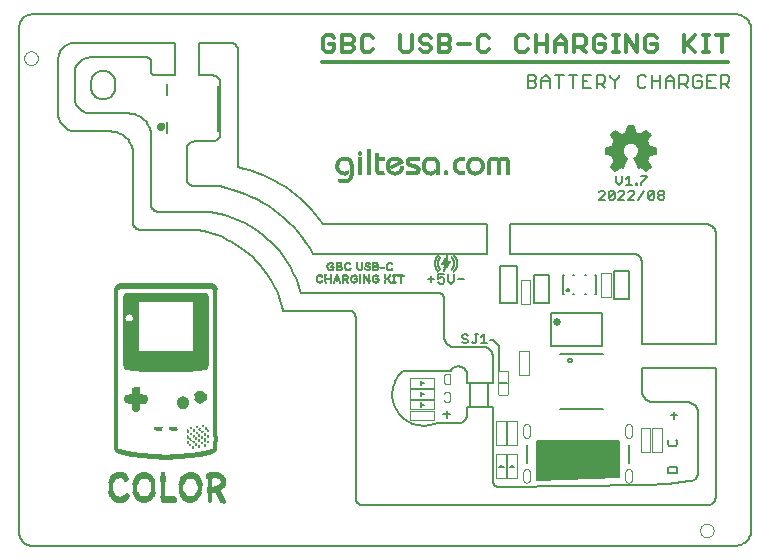
<source format=gto>
G75*
G70*
%OFA0B0*%
%FSLAX24Y24*%
%IPPOS*%
%LPD*%
%AMOC8*
5,1,8,0,0,1.08239X$1,22.5*
%
%ADD10C,0.0050*%
%ADD11C,0.0040*%
%ADD12C,0.0060*%
%ADD13C,0.0080*%
%ADD14C,0.0130*%
%ADD15C,0.0118*%
%ADD16C,0.0256*%
%ADD17C,0.0004*%
%ADD18C,0.0160*%
%ADD19C,0.0039*%
%ADD20R,0.0012X0.0002*%
%ADD21R,0.0034X0.0002*%
%ADD22R,0.0041X0.0002*%
%ADD23R,0.0034X0.0002*%
%ADD24R,0.0014X0.0002*%
%ADD25R,0.0010X0.0002*%
%ADD26R,0.0019X0.0002*%
%ADD27R,0.0024X0.0002*%
%ADD28R,0.0007X0.0002*%
%ADD29R,0.0050X0.0002*%
%ADD30R,0.0012X0.0002*%
%ADD31R,0.0070X0.0002*%
%ADD32R,0.0031X0.0002*%
%ADD33R,0.0036X0.0002*%
%ADD34R,0.0055X0.0002*%
%ADD35R,0.0058X0.0002*%
%ADD36R,0.0026X0.0002*%
%ADD37R,0.0026X0.0002*%
%ADD38R,0.0060X0.0002*%
%ADD39R,0.0029X0.0002*%
%ADD40R,0.0086X0.0002*%
%ADD41R,0.0091X0.0002*%
%ADD42R,0.0038X0.0002*%
%ADD43R,0.0041X0.0002*%
%ADD44R,0.0041X0.0002*%
%ADD45R,0.0060X0.0002*%
%ADD46R,0.0079X0.0002*%
%ADD47R,0.0082X0.0002*%
%ADD48R,0.0043X0.0002*%
%ADD49R,0.0106X0.0002*%
%ADD50R,0.0038X0.0002*%
%ADD51R,0.0106X0.0002*%
%ADD52R,0.0043X0.0002*%
%ADD53R,0.0043X0.0002*%
%ADD54R,0.0046X0.0002*%
%ADD55R,0.0046X0.0002*%
%ADD56R,0.0041X0.0002*%
%ADD57R,0.0062X0.0002*%
%ADD58R,0.0098X0.0002*%
%ADD59R,0.0050X0.0002*%
%ADD60R,0.0050X0.0002*%
%ADD61R,0.0115X0.0002*%
%ADD62R,0.0122X0.0002*%
%ADD63R,0.0048X0.0002*%
%ADD64R,0.0048X0.0002*%
%ADD65R,0.0050X0.0002*%
%ADD66R,0.0046X0.0002*%
%ADD67R,0.0067X0.0002*%
%ADD68R,0.0113X0.0002*%
%ADD69R,0.0055X0.0002*%
%ADD70R,0.0122X0.0002*%
%ADD71R,0.0132X0.0002*%
%ADD72R,0.0053X0.0002*%
%ADD73R,0.0070X0.0002*%
%ADD74R,0.0127X0.0002*%
%ADD75R,0.0127X0.0002*%
%ADD76R,0.0062X0.0002*%
%ADD77R,0.0125X0.0002*%
%ADD78R,0.0142X0.0002*%
%ADD79R,0.0053X0.0002*%
%ADD80R,0.0055X0.0002*%
%ADD81R,0.0053X0.0002*%
%ADD82R,0.0050X0.0002*%
%ADD83R,0.0072X0.0002*%
%ADD84R,0.0137X0.0002*%
%ADD85R,0.0065X0.0002*%
%ADD86R,0.0139X0.0002*%
%ADD87R,0.0065X0.0002*%
%ADD88R,0.0130X0.0002*%
%ADD89R,0.0154X0.0002*%
%ADD90R,0.0072X0.0002*%
%ADD91R,0.0146X0.0002*%
%ADD92R,0.0053X0.0002*%
%ADD93R,0.0149X0.0002*%
%ADD94R,0.0130X0.0002*%
%ADD95R,0.0161X0.0002*%
%ADD96R,0.0058X0.0002*%
%ADD97R,0.0074X0.0002*%
%ADD98R,0.0154X0.0002*%
%ADD99R,0.0156X0.0002*%
%ADD100R,0.0134X0.0002*%
%ADD101R,0.0168X0.0002*%
%ADD102R,0.0161X0.0002*%
%ADD103R,0.0163X0.0002*%
%ADD104R,0.0077X0.0002*%
%ADD105R,0.0175X0.0002*%
%ADD106R,0.0058X0.0002*%
%ADD107R,0.0060X0.0002*%
%ADD108R,0.0055X0.0002*%
%ADD109R,0.0072X0.0002*%
%ADD110R,0.0170X0.0002*%
%ADD111R,0.0058X0.0002*%
%ADD112R,0.0074X0.0002*%
%ADD113R,0.0170X0.0002*%
%ADD114R,0.0079X0.0002*%
%ADD115R,0.0134X0.0002*%
%ADD116R,0.0182X0.0002*%
%ADD117R,0.0062X0.0002*%
%ADD118R,0.0175X0.0002*%
%ADD119R,0.0178X0.0002*%
%ADD120R,0.0187X0.0002*%
%ADD121R,0.0182X0.0002*%
%ADD122R,0.0084X0.0002*%
%ADD123R,0.0192X0.0002*%
%ADD124R,0.0187X0.0002*%
%ADD125R,0.0199X0.0002*%
%ADD126R,0.0192X0.0002*%
%ADD127R,0.0060X0.0002*%
%ADD128R,0.0082X0.0002*%
%ADD129R,0.0190X0.0002*%
%ADD130R,0.0086X0.0002*%
%ADD131R,0.0130X0.0002*%
%ADD132R,0.0202X0.0002*%
%ADD133R,0.0197X0.0002*%
%ADD134R,0.0194X0.0002*%
%ADD135R,0.0089X0.0002*%
%ADD136R,0.0209X0.0002*%
%ADD137R,0.0199X0.0002*%
%ADD138R,0.0125X0.0002*%
%ADD139R,0.0214X0.0002*%
%ADD140R,0.0204X0.0002*%
%ADD141R,0.0204X0.0002*%
%ADD142R,0.0120X0.0002*%
%ADD143R,0.0216X0.0002*%
%ADD144R,0.0209X0.0002*%
%ADD145R,0.0206X0.0002*%
%ADD146R,0.0110X0.0002*%
%ADD147R,0.0221X0.0002*%
%ADD148R,0.0055X0.0002*%
%ADD149R,0.0070X0.0002*%
%ADD150R,0.0211X0.0002*%
%ADD151R,0.0089X0.0002*%
%ADD152R,0.0209X0.0002*%
%ADD153R,0.0053X0.0002*%
%ADD154R,0.0221X0.0002*%
%ADD155R,0.0101X0.0002*%
%ADD156R,0.0067X0.0002*%
%ADD157R,0.0094X0.0002*%
%ADD158R,0.0077X0.0002*%
%ADD159R,0.0094X0.0002*%
%ADD160R,0.0077X0.0002*%
%ADD161R,0.0096X0.0002*%
%ADD162R,0.0082X0.0002*%
%ADD163R,0.0074X0.0002*%
%ADD164R,0.0065X0.0002*%
%ADD165R,0.0079X0.0002*%
%ADD166R,0.0065X0.0002*%
%ADD167R,0.0103X0.0002*%
%ADD168R,0.0072X0.0002*%
%ADD169R,0.0077X0.0002*%
%ADD170R,0.0058X0.0002*%
%ADD171R,0.0060X0.0002*%
%ADD172R,0.0067X0.0002*%
%ADD173R,0.0067X0.0002*%
%ADD174R,0.0058X0.0002*%
%ADD175R,0.0103X0.0002*%
%ADD176R,0.0072X0.0002*%
%ADD177R,0.0060X0.0002*%
%ADD178R,0.0070X0.0002*%
%ADD179R,0.0055X0.0002*%
%ADD180R,0.0108X0.0002*%
%ADD181R,0.0228X0.0002*%
%ADD182R,0.0067X0.0002*%
%ADD183R,0.0223X0.0002*%
%ADD184R,0.0062X0.0002*%
%ADD185R,0.0110X0.0002*%
%ADD186R,0.0065X0.0002*%
%ADD187R,0.0070X0.0002*%
%ADD188R,0.0223X0.0002*%
%ADD189R,0.0017X0.0002*%
%ADD190R,0.0218X0.0002*%
%ADD191R,0.0115X0.0002*%
%ADD192R,0.0218X0.0002*%
%ADD193R,0.0118X0.0002*%
%ADD194R,0.0118X0.0002*%
%ADD195R,0.0067X0.0002*%
%ADD196R,0.0202X0.0002*%
%ADD197R,0.0158X0.0002*%
%ADD198R,0.0151X0.0002*%
%ADD199R,0.0240X0.0002*%
%ADD200R,0.0192X0.0002*%
%ADD201R,0.0151X0.0002*%
%ADD202R,0.0086X0.0002*%
%ADD203R,0.0240X0.0002*%
%ADD204R,0.0190X0.0002*%
%ADD205R,0.0156X0.0002*%
%ADD206R,0.0134X0.0002*%
%ADD207R,0.0139X0.0002*%
%ADD208R,0.0166X0.0002*%
%ADD209R,0.0144X0.0002*%
%ADD210R,0.0240X0.0002*%
%ADD211R,0.0146X0.0002*%
%ADD212R,0.0158X0.0002*%
%ADD213R,0.0137X0.0002*%
%ADD214R,0.0158X0.0002*%
%ADD215R,0.0185X0.0002*%
%ADD216R,0.0149X0.0002*%
%ADD217R,0.0190X0.0002*%
%ADD218R,0.0137X0.0002*%
%ADD219R,0.0065X0.0002*%
%ADD220R,0.0149X0.0002*%
%ADD221R,0.0154X0.0002*%
%ADD222R,0.0242X0.0002*%
%ADD223R,0.0192X0.0002*%
%ADD224R,0.0194X0.0002*%
%ADD225R,0.0242X0.0002*%
%ADD226R,0.0132X0.0002*%
%ADD227R,0.0144X0.0002*%
%ADD228R,0.0118X0.0002*%
%ADD229R,0.0108X0.0002*%
%ADD230R,0.0142X0.0002*%
%ADD231R,0.0096X0.0002*%
%ADD232R,0.0118X0.0002*%
%ADD233R,0.0127X0.0002*%
%ADD234R,0.0139X0.0002*%
%ADD235R,0.0110X0.0002*%
%ADD236R,0.0074X0.0002*%
%ADD237R,0.0082X0.0002*%
%ADD238R,0.0122X0.0002*%
%ADD239R,0.0082X0.0002*%
%ADD240R,0.0079X0.0002*%
%ADD241R,0.0036X0.0002*%
%ADD242R,0.0022X0.0002*%
%ADD243R,0.0108X0.0002*%
%ADD244R,0.0019X0.0002*%
%ADD245R,0.0077X0.0002*%
%ADD246R,0.0046X0.0002*%
%ADD247R,0.0029X0.0002*%
%ADD248R,0.0070X0.0002*%
%ADD249R,0.0113X0.0002*%
%ADD250R,0.0048X0.0002*%
%ADD251R,0.0101X0.0002*%
%ADD252R,0.0077X0.0002*%
%ADD253R,0.0098X0.0002*%
%ADD254R,0.0094X0.0002*%
%ADD255R,0.0091X0.0002*%
%ADD256R,0.0084X0.0002*%
%ADD257R,0.0103X0.0002*%
%ADD258R,0.0091X0.0002*%
%ADD259R,0.0120X0.0002*%
%ADD260R,0.0048X0.0002*%
%ADD261R,0.0089X0.0002*%
%ADD262R,0.0086X0.0002*%
%ADD263R,0.0211X0.0002*%
%ADD264R,0.0206X0.0002*%
%ADD265R,0.0086X0.0002*%
%ADD266R,0.0228X0.0002*%
%ADD267R,0.0218X0.0002*%
%ADD268R,0.0084X0.0002*%
%ADD269R,0.0230X0.0002*%
%ADD270R,0.0221X0.0002*%
%ADD271R,0.0238X0.0002*%
%ADD272R,0.0120X0.0002*%
%ADD273R,0.0240X0.0002*%
%ADD274R,0.0192X0.0002*%
%ADD275R,0.0216X0.0002*%
%ADD276R,0.0125X0.0002*%
%ADD277R,0.0240X0.0002*%
%ADD278R,0.0214X0.0002*%
%ADD279R,0.0242X0.0002*%
%ADD280R,0.0211X0.0002*%
%ADD281R,0.0178X0.0002*%
%ADD282R,0.0173X0.0002*%
%ADD283R,0.0166X0.0002*%
%ADD284R,0.0185X0.0002*%
%ADD285R,0.0151X0.0002*%
%ADD286R,0.0149X0.0002*%
%ADD287R,0.0178X0.0002*%
%ADD288R,0.0142X0.0002*%
%ADD289R,0.0127X0.0002*%
%ADD290R,0.0233X0.0002*%
%ADD291R,0.0142X0.0002*%
%ADD292R,0.0170X0.0002*%
%ADD293R,0.0132X0.0002*%
%ADD294R,0.0158X0.0002*%
%ADD295R,0.0091X0.0002*%
%ADD296R,0.0036X0.0002*%
%ADD297R,0.0194X0.0002*%
%ADD298R,0.0022X0.0002*%
%ADD299R,0.0022X0.0002*%
%ADD300R,0.0101X0.0002*%
%ADD301R,0.0134X0.0002*%
%ADD302R,0.0089X0.0002*%
%ADD303R,0.0115X0.0002*%
%ADD304R,0.0137X0.0002*%
%ADD305R,0.0151X0.0002*%
%ADD306R,0.0180X0.0002*%
%ADD307R,0.0168X0.0002*%
%ADD308R,0.0173X0.0002*%
%ADD309R,0.0180X0.0002*%
%ADD310R,0.0182X0.0002*%
%ADD311R,0.0187X0.0002*%
%ADD312R,0.0168X0.0002*%
%ADD313R,0.0187X0.0002*%
%ADD314R,0.0175X0.0002*%
%ADD315R,0.0202X0.0002*%
%ADD316R,0.0209X0.0002*%
%ADD317R,0.0202X0.0002*%
%ADD318R,0.0173X0.0002*%
%ADD319R,0.0216X0.0002*%
%ADD320R,0.0211X0.0002*%
%ADD321R,0.0096X0.0002*%
%ADD322R,0.0218X0.0002*%
%ADD323R,0.0199X0.0002*%
%ADD324R,0.0098X0.0002*%
%ADD325R,0.0223X0.0002*%
%ADD326R,0.0053X0.0002*%
%ADD327R,0.0026X0.0002*%
%ADD328R,0.0139X0.0002*%
%ADD329R,0.0024X0.0002*%
%ADD330R,0.0146X0.0002*%
%ADD331R,0.0010X0.0002*%
%ADD332R,0.0151X0.0002*%
%ADD333R,0.0031X0.0002*%
%ADD334R,0.0062X0.0002*%
%ADD335R,0.0154X0.0002*%
%ADD336R,0.0002X0.0002*%
%ADD337R,0.0149X0.0002*%
%ADD338R,0.0139X0.0002*%
%ADD339R,0.0228X0.0002*%
%ADD340R,0.0226X0.0002*%
%ADD341R,0.0014X0.0002*%
%ADD342R,0.0226X0.0002*%
%ADD343R,0.0125X0.0002*%
%ADD344R,0.0214X0.0002*%
%ADD345R,0.0137X0.0002*%
%ADD346R,0.0137X0.0002*%
%ADD347R,0.0113X0.0002*%
%ADD348R,0.0103X0.0002*%
%ADD349R,0.0010X0.0002*%
%ADD350R,0.0007X0.0002*%
%ADD351R,0.0029X0.0002*%
%ADD352R,0.0038X0.0002*%
%ADD353R,0.0204X0.0002*%
%ADD354R,0.0185X0.0002*%
%ADD355R,0.0190X0.0002*%
%ADD356R,0.0197X0.0002*%
%ADD357R,0.0182X0.0002*%
%ADD358R,0.0173X0.0002*%
%ADD359R,0.0182X0.0002*%
%ADD360R,0.0163X0.0002*%
%ADD361R,0.0182X0.0002*%
%ADD362R,0.0161X0.0002*%
%ADD363R,0.0142X0.0002*%
%ADD364R,0.0163X0.0002*%
%ADD365R,0.0127X0.0002*%
%ADD366R,0.0130X0.0002*%
%ADD367R,0.0043X0.0002*%
%ADD368R,0.0038X0.0002*%
%ADD369R,0.0005X0.0002*%
%ADD370R,0.0031X0.0002*%
%ADD371C,0.0000*%
%ADD372R,0.0062X0.0002*%
%ADD373R,0.0105X0.0002*%
%ADD374R,0.0133X0.0002*%
%ADD375R,0.0159X0.0002*%
%ADD376R,0.0179X0.0002*%
%ADD377R,0.0199X0.0002*%
%ADD378R,0.0215X0.0002*%
%ADD379R,0.0229X0.0002*%
%ADD380R,0.0246X0.0002*%
%ADD381R,0.0258X0.0002*%
%ADD382R,0.0272X0.0002*%
%ADD383R,0.0284X0.0002*%
%ADD384R,0.0296X0.0002*%
%ADD385R,0.0308X0.0002*%
%ADD386R,0.0320X0.0002*%
%ADD387R,0.0330X0.0002*%
%ADD388R,0.0340X0.0002*%
%ADD389R,0.0346X0.0002*%
%ADD390R,0.0350X0.0002*%
%ADD391R,0.0350X0.0002*%
%ADD392R,0.0354X0.0002*%
%ADD393R,0.0358X0.0002*%
%ADD394R,0.0360X0.0002*%
%ADD395R,0.0362X0.0002*%
%ADD396R,0.0366X0.0002*%
%ADD397R,0.0368X0.0002*%
%ADD398R,0.0368X0.0002*%
%ADD399R,0.0372X0.0002*%
%ADD400R,0.0374X0.0002*%
%ADD401R,0.0378X0.0002*%
%ADD402R,0.0378X0.0002*%
%ADD403R,0.0380X0.0002*%
%ADD404R,0.0382X0.0002*%
%ADD405R,0.0386X0.0002*%
%ADD406R,0.0386X0.0002*%
%ADD407R,0.0388X0.0002*%
%ADD408R,0.0390X0.0002*%
%ADD409R,0.0392X0.0002*%
%ADD410R,0.0392X0.0002*%
%ADD411R,0.0395X0.0002*%
%ADD412R,0.0397X0.0002*%
%ADD413R,0.0399X0.0002*%
%ADD414R,0.0399X0.0002*%
%ADD415R,0.0401X0.0002*%
%ADD416R,0.0403X0.0002*%
%ADD417R,0.0405X0.0002*%
%ADD418R,0.0405X0.0002*%
%ADD419R,0.0407X0.0002*%
%ADD420R,0.0409X0.0002*%
%ADD421R,0.0409X0.0002*%
%ADD422R,0.0411X0.0002*%
%ADD423R,0.0137X0.0002*%
%ADD424R,0.0213X0.0002*%
%ADD425R,0.0119X0.0002*%
%ADD426R,0.0197X0.0002*%
%ADD427R,0.0105X0.0002*%
%ADD428R,0.0189X0.0002*%
%ADD429R,0.0093X0.0002*%
%ADD430R,0.0181X0.0002*%
%ADD431R,0.0085X0.0002*%
%ADD432R,0.0175X0.0002*%
%ADD433R,0.0074X0.0002*%
%ADD434R,0.0167X0.0002*%
%ADD435R,0.0064X0.0002*%
%ADD436R,0.0163X0.0002*%
%ADD437R,0.0056X0.0002*%
%ADD438R,0.0159X0.0002*%
%ADD439R,0.0048X0.0002*%
%ADD440R,0.0155X0.0002*%
%ADD441R,0.0040X0.0002*%
%ADD442R,0.0151X0.0002*%
%ADD443R,0.0030X0.0002*%
%ADD444R,0.0149X0.0002*%
%ADD445R,0.0022X0.0002*%
%ADD446R,0.0145X0.0002*%
%ADD447R,0.0014X0.0002*%
%ADD448R,0.0143X0.0002*%
%ADD449R,0.0006X0.0002*%
%ADD450R,0.0139X0.0002*%
%ADD451R,0.0137X0.0002*%
%ADD452R,0.0133X0.0002*%
%ADD453R,0.0133X0.0002*%
%ADD454R,0.0129X0.0002*%
%ADD455R,0.0129X0.0002*%
%ADD456R,0.0127X0.0002*%
%ADD457R,0.0127X0.0002*%
%ADD458R,0.0125X0.0002*%
%ADD459R,0.0125X0.0002*%
%ADD460R,0.0123X0.0002*%
%ADD461R,0.0123X0.0002*%
%ADD462R,0.0121X0.0002*%
%ADD463R,0.0121X0.0002*%
%ADD464R,0.0119X0.0002*%
%ADD465R,0.0117X0.0002*%
%ADD466R,0.0115X0.0002*%
%ADD467R,0.0117X0.0002*%
%ADD468R,0.0115X0.0002*%
%ADD469R,0.0115X0.0002*%
%ADD470R,0.0113X0.0002*%
%ADD471R,0.0113X0.0002*%
%ADD472R,0.0113X0.0002*%
%ADD473R,0.0111X0.0002*%
%ADD474R,0.0111X0.0002*%
%ADD475R,0.0109X0.0002*%
%ADD476R,0.0109X0.0002*%
%ADD477R,0.0109X0.0002*%
%ADD478R,0.0107X0.0002*%
%ADD479R,0.0107X0.0002*%
%ADD480R,0.0107X0.0002*%
%ADD481R,0.0107X0.0002*%
%ADD482R,0.0105X0.0002*%
%ADD483R,0.0105X0.0002*%
%ADD484R,0.0105X0.0002*%
%ADD485R,0.0054X0.0002*%
%ADD486R,0.0062X0.0002*%
%ADD487R,0.0062X0.0002*%
%ADD488R,0.0085X0.0002*%
%ADD489R,0.0097X0.0002*%
%ADD490R,0.0093X0.0002*%
%ADD491R,0.0095X0.0002*%
%ADD492R,0.0020X0.0002*%
%ADD493R,0.0125X0.0002*%
%ADD494R,0.0107X0.0002*%
%ADD495R,0.0141X0.0002*%
%ADD496R,0.0133X0.0002*%
%ADD497R,0.0038X0.0002*%
%ADD498R,0.0137X0.0002*%
%ADD499R,0.0141X0.0002*%
%ADD500R,0.0157X0.0002*%
%ADD501R,0.0147X0.0002*%
%ADD502R,0.0050X0.0002*%
%ADD503R,0.0153X0.0002*%
%ADD504R,0.0173X0.0002*%
%ADD505R,0.0169X0.0002*%
%ADD506R,0.0169X0.0002*%
%ADD507R,0.0171X0.0002*%
%ADD508R,0.0185X0.0002*%
%ADD509R,0.0326X0.0002*%
%ADD510R,0.0171X0.0002*%
%ADD511R,0.0070X0.0002*%
%ADD512R,0.0131X0.0002*%
%ADD513R,0.0183X0.0002*%
%ADD514R,0.0183X0.0002*%
%ADD515R,0.0183X0.0002*%
%ADD516R,0.0199X0.0002*%
%ADD517R,0.0181X0.0002*%
%ADD518R,0.0074X0.0002*%
%ADD519R,0.0145X0.0002*%
%ADD520R,0.0195X0.0002*%
%ADD521R,0.0195X0.0002*%
%ADD522R,0.0193X0.0002*%
%ADD523R,0.0211X0.0002*%
%ADD524R,0.0352X0.0002*%
%ADD525R,0.0193X0.0002*%
%ADD526R,0.0083X0.0002*%
%ADD527R,0.0157X0.0002*%
%ADD528R,0.0207X0.0002*%
%ADD529R,0.0205X0.0002*%
%ADD530R,0.0201X0.0002*%
%ADD531R,0.0221X0.0002*%
%ADD532R,0.0360X0.0002*%
%ADD533R,0.0203X0.0002*%
%ADD534R,0.0087X0.0002*%
%ADD535R,0.0165X0.0002*%
%ADD536R,0.0217X0.0002*%
%ADD537R,0.0217X0.0002*%
%ADD538R,0.0207X0.0002*%
%ADD539R,0.0231X0.0002*%
%ADD540R,0.0366X0.0002*%
%ADD541R,0.0091X0.0002*%
%ADD542R,0.0175X0.0002*%
%ADD543R,0.0229X0.0002*%
%ADD544R,0.0225X0.0002*%
%ADD545R,0.0213X0.0002*%
%ADD546R,0.0242X0.0002*%
%ADD547R,0.0372X0.0002*%
%ADD548R,0.0221X0.0002*%
%ADD549R,0.0097X0.0002*%
%ADD550R,0.0238X0.0002*%
%ADD551R,0.0237X0.0002*%
%ADD552R,0.0252X0.0002*%
%ADD553R,0.0378X0.0002*%
%ADD554R,0.0101X0.0002*%
%ADD555R,0.0187X0.0002*%
%ADD556R,0.0248X0.0002*%
%ADD557R,0.0246X0.0002*%
%ADD558R,0.0223X0.0002*%
%ADD559R,0.0260X0.0002*%
%ADD560R,0.0384X0.0002*%
%ADD561R,0.0238X0.0002*%
%ADD562R,0.0254X0.0002*%
%ADD563R,0.0227X0.0002*%
%ADD564R,0.0270X0.0002*%
%ADD565R,0.0246X0.0002*%
%ADD566R,0.0266X0.0002*%
%ADD567R,0.0262X0.0002*%
%ADD568R,0.0231X0.0002*%
%ADD569R,0.0280X0.0002*%
%ADD570R,0.0252X0.0002*%
%ADD571R,0.0205X0.0002*%
%ADD572R,0.0274X0.0002*%
%ADD573R,0.0270X0.0002*%
%ADD574R,0.0235X0.0002*%
%ADD575R,0.0288X0.0002*%
%ADD576R,0.0399X0.0002*%
%ADD577R,0.0260X0.0002*%
%ADD578R,0.0282X0.0002*%
%ADD579R,0.0278X0.0002*%
%ADD580R,0.0296X0.0002*%
%ADD581R,0.0215X0.0002*%
%ADD582R,0.0290X0.0002*%
%ADD583R,0.0286X0.0002*%
%ADD584R,0.0241X0.0002*%
%ADD585R,0.0300X0.0002*%
%ADD586R,0.0405X0.0002*%
%ADD587R,0.0272X0.0002*%
%ADD588R,0.0121X0.0002*%
%ADD589R,0.0221X0.0002*%
%ADD590R,0.0298X0.0002*%
%ADD591R,0.0292X0.0002*%
%ADD592R,0.0244X0.0002*%
%ADD593R,0.0308X0.0002*%
%ADD594R,0.0123X0.0002*%
%ADD595R,0.0304X0.0002*%
%ADD596R,0.0294X0.0002*%
%ADD597R,0.0316X0.0002*%
%ADD598R,0.0411X0.0002*%
%ADD599R,0.0312X0.0002*%
%ADD600R,0.0250X0.0002*%
%ADD601R,0.0324X0.0002*%
%ADD602R,0.0415X0.0002*%
%ADD603R,0.0292X0.0002*%
%ADD604R,0.0233X0.0002*%
%ADD605R,0.0318X0.0002*%
%ADD606R,0.0302X0.0002*%
%ADD607R,0.0328X0.0002*%
%ADD608R,0.0417X0.0002*%
%ADD609R,0.0324X0.0002*%
%ADD610R,0.0256X0.0002*%
%ADD611R,0.0336X0.0002*%
%ADD612R,0.0421X0.0002*%
%ADD613R,0.0131X0.0002*%
%ADD614R,0.0330X0.0002*%
%ADD615R,0.0258X0.0002*%
%ADD616R,0.0340X0.0002*%
%ADD617R,0.0423X0.0002*%
%ADD618R,0.0135X0.0002*%
%ADD619R,0.0338X0.0002*%
%ADD620R,0.0310X0.0002*%
%ADD621R,0.0348X0.0002*%
%ADD622R,0.0425X0.0002*%
%ADD623R,0.0342X0.0002*%
%ADD624R,0.0314X0.0002*%
%ADD625R,0.0262X0.0002*%
%ADD626R,0.0429X0.0002*%
%ADD627R,0.0320X0.0002*%
%ADD628R,0.0316X0.0002*%
%ADD629R,0.0264X0.0002*%
%ADD630R,0.0360X0.0002*%
%ADD631R,0.0431X0.0002*%
%ADD632R,0.0324X0.0002*%
%ADD633R,0.0139X0.0002*%
%ADD634R,0.0256X0.0002*%
%ADD635R,0.0318X0.0002*%
%ADD636R,0.0266X0.0002*%
%ADD637R,0.0364X0.0002*%
%ADD638R,0.0433X0.0002*%
%ADD639R,0.0139X0.0002*%
%ADD640R,0.0360X0.0002*%
%ADD641R,0.0322X0.0002*%
%ADD642R,0.0268X0.0002*%
%ADD643R,0.0370X0.0002*%
%ADD644R,0.0435X0.0002*%
%ADD645R,0.0330X0.0002*%
%ADD646R,0.0376X0.0002*%
%ADD647R,0.0437X0.0002*%
%ADD648R,0.0332X0.0002*%
%ADD649R,0.0141X0.0002*%
%ADD650R,0.0326X0.0002*%
%ADD651R,0.0272X0.0002*%
%ADD652R,0.0380X0.0002*%
%ADD653R,0.0439X0.0002*%
%ADD654R,0.0334X0.0002*%
%ADD655R,0.0143X0.0002*%
%ADD656R,0.0268X0.0002*%
%ADD657R,0.0376X0.0002*%
%ADD658R,0.0274X0.0002*%
%ADD659R,0.0441X0.0002*%
%ADD660R,0.0382X0.0002*%
%ADD661R,0.0276X0.0002*%
%ADD662R,0.0391X0.0002*%
%ADD663R,0.0443X0.0002*%
%ADD664R,0.0340X0.0002*%
%ADD665R,0.0274X0.0002*%
%ADD666R,0.0334X0.0002*%
%ADD667R,0.0445X0.0002*%
%ADD668R,0.0342X0.0002*%
%ADD669R,0.0278X0.0002*%
%ADD670R,0.0401X0.0002*%
%ADD671R,0.0445X0.0002*%
%ADD672R,0.0344X0.0002*%
%ADD673R,0.0395X0.0002*%
%ADD674R,0.0280X0.0002*%
%ADD675R,0.0447X0.0002*%
%ADD676R,0.0409X0.0002*%
%ADD677R,0.0449X0.0002*%
%ADD678R,0.0348X0.0002*%
%ADD679R,0.0407X0.0002*%
%ADD680R,0.0344X0.0002*%
%ADD681R,0.0415X0.0002*%
%ADD682R,0.0451X0.0002*%
%ADD683R,0.0350X0.0002*%
%ADD684R,0.0411X0.0002*%
%ADD685R,0.0346X0.0002*%
%ADD686R,0.0284X0.0002*%
%ADD687R,0.0419X0.0002*%
%ADD688R,0.0451X0.0002*%
%ADD689R,0.0352X0.0002*%
%ADD690R,0.0290X0.0002*%
%ADD691R,0.0415X0.0002*%
%ADD692R,0.0286X0.0002*%
%ADD693R,0.0423X0.0002*%
%ADD694R,0.0453X0.0002*%
%ADD695R,0.0354X0.0002*%
%ADD696R,0.0292X0.0002*%
%ADD697R,0.0419X0.0002*%
%ADD698R,0.0427X0.0002*%
%ADD699R,0.0455X0.0002*%
%ADD700R,0.0356X0.0002*%
%ADD701R,0.0288X0.0002*%
%ADD702R,0.0431X0.0002*%
%ADD703R,0.0358X0.0002*%
%ADD704R,0.0296X0.0002*%
%ADD705R,0.0290X0.0002*%
%ADD706R,0.0435X0.0002*%
%ADD707R,0.0457X0.0002*%
%ADD708R,0.0300X0.0002*%
%ADD709R,0.0356X0.0002*%
%ADD710R,0.0290X0.0002*%
%ADD711R,0.0439X0.0002*%
%ADD712R,0.0457X0.0002*%
%ADD713R,0.0362X0.0002*%
%ADD714R,0.0302X0.0002*%
%ADD715R,0.0443X0.0002*%
%ADD716R,0.0459X0.0002*%
%ADD717R,0.0304X0.0002*%
%ADD718R,0.0447X0.0002*%
%ADD719R,0.0461X0.0002*%
%ADD720R,0.0306X0.0002*%
%ADD721R,0.0360X0.0002*%
%ADD722R,0.0294X0.0002*%
%ADD723R,0.0461X0.0002*%
%ADD724R,0.0368X0.0002*%
%ADD725R,0.0447X0.0002*%
%ADD726R,0.0463X0.0002*%
%ADD727R,0.0368X0.0002*%
%ADD728R,0.0457X0.0002*%
%ADD729R,0.0455X0.0002*%
%ADD730R,0.0372X0.0002*%
%ADD731R,0.0314X0.0002*%
%ADD732R,0.0203X0.0002*%
%ADD733R,0.0298X0.0002*%
%ADD734R,0.0201X0.0002*%
%ADD735R,0.0201X0.0002*%
%ADD736R,0.0465X0.0002*%
%ADD737R,0.0121X0.0002*%
%ADD738R,0.0316X0.0002*%
%ADD739R,0.0191X0.0002*%
%ADD740R,0.0298X0.0002*%
%ADD741R,0.0189X0.0002*%
%ADD742R,0.0465X0.0002*%
%ADD743R,0.0300X0.0002*%
%ADD744R,0.0181X0.0002*%
%ADD745R,0.0467X0.0002*%
%ADD746R,0.0103X0.0002*%
%ADD747R,0.0320X0.0002*%
%ADD748R,0.0177X0.0002*%
%ADD749R,0.0171X0.0002*%
%ADD750R,0.0079X0.0002*%
%ADD751R,0.0173X0.0002*%
%ADD752R,0.0169X0.0002*%
%ADD753R,0.0467X0.0002*%
%ADD754R,0.0171X0.0002*%
%ADD755R,0.0091X0.0002*%
%ADD756R,0.0324X0.0002*%
%ADD757R,0.0173X0.0002*%
%ADD758R,0.0072X0.0002*%
%ADD759R,0.0469X0.0002*%
%ADD760R,0.0163X0.0002*%
%ADD761R,0.0066X0.0002*%
%ADD762R,0.0165X0.0002*%
%ADD763R,0.0161X0.0002*%
%ADD764R,0.0149X0.0002*%
%ADD765R,0.0163X0.0002*%
%ADD766R,0.0081X0.0002*%
%ADD767R,0.0139X0.0002*%
%ADD768R,0.0076X0.0002*%
%ADD769R,0.0157X0.0002*%
%ADD770R,0.0058X0.0002*%
%ADD771R,0.0159X0.0002*%
%ADD772R,0.0155X0.0002*%
%ADD773R,0.0137X0.0002*%
%ADD774R,0.0159X0.0002*%
%ADD775R,0.0072X0.0002*%
%ADD776R,0.0195X0.0002*%
%ADD777R,0.0052X0.0002*%
%ADD778R,0.0127X0.0002*%
%ADD779R,0.0153X0.0002*%
%ADD780R,0.0155X0.0002*%
%ADD781R,0.0068X0.0002*%
%ADD782R,0.0189X0.0002*%
%ADD783R,0.0125X0.0002*%
%ADD784R,0.0151X0.0002*%
%ADD785R,0.0064X0.0002*%
%ADD786R,0.0044X0.0002*%
%ADD787R,0.0123X0.0002*%
%ADD788R,0.0103X0.0002*%
%ADD789R,0.0179X0.0002*%
%ADD790R,0.0147X0.0002*%
%ADD791R,0.0040X0.0002*%
%ADD792R,0.0151X0.0002*%
%ADD793R,0.0125X0.0002*%
%ADD794R,0.0099X0.0002*%
%ADD795R,0.0175X0.0002*%
%ADD796R,0.0145X0.0002*%
%ADD797R,0.0036X0.0002*%
%ADD798R,0.0056X0.0002*%
%ADD799R,0.0095X0.0002*%
%ADD800R,0.0032X0.0002*%
%ADD801R,0.0117X0.0002*%
%ADD802R,0.0052X0.0002*%
%ADD803R,0.0028X0.0002*%
%ADD804R,0.0115X0.0002*%
%ADD805R,0.0050X0.0002*%
%ADD806R,0.0141X0.0002*%
%ADD807R,0.0024X0.0002*%
%ADD808R,0.0117X0.0002*%
%ADD809R,0.0046X0.0002*%
%ADD810R,0.0119X0.0002*%
%ADD811R,0.0074X0.0002*%
%ADD812R,0.0143X0.0002*%
%ADD813R,0.0137X0.0002*%
%ADD814R,0.0016X0.0002*%
%ADD815R,0.0042X0.0002*%
%ADD816R,0.0135X0.0002*%
%ADD817R,0.0012X0.0002*%
%ADD818R,0.0038X0.0002*%
%ADD819R,0.0058X0.0002*%
%ADD820R,0.0010X0.0002*%
%ADD821R,0.0135X0.0002*%
%ADD822R,0.0115X0.0002*%
%ADD823R,0.0135X0.0002*%
%ADD824R,0.0036X0.0002*%
%ADD825R,0.0153X0.0002*%
%ADD826R,0.0034X0.0002*%
%ADD827R,0.0034X0.0002*%
%ADD828R,0.0002X0.0002*%
%ADD829R,0.0133X0.0002*%
%ADD830R,0.0030X0.0002*%
%ADD831R,0.0149X0.0002*%
%ADD832R,0.0129X0.0002*%
%ADD833R,0.0131X0.0002*%
%ADD834R,0.0028X0.0002*%
%ADD835R,0.0024X0.0002*%
%ADD836R,0.0022X0.0002*%
%ADD837R,0.0020X0.0002*%
%ADD838R,0.0018X0.0002*%
%ADD839R,0.0121X0.0002*%
%ADD840R,0.0012X0.0002*%
%ADD841R,0.0127X0.0002*%
%ADD842R,0.0010X0.0002*%
%ADD843R,0.0008X0.0002*%
%ADD844R,0.0006X0.0002*%
%ADD845R,0.0119X0.0002*%
%ADD846R,0.0004X0.0002*%
%ADD847R,0.0002X0.0002*%
%ADD848R,0.0117X0.0002*%
%ADD849R,0.0004X0.0002*%
%ADD850R,0.0111X0.0002*%
%ADD851R,0.0111X0.0002*%
%ADD852R,0.0018X0.0002*%
%ADD853R,0.0109X0.0002*%
%ADD854R,0.0022X0.0002*%
%ADD855R,0.0042X0.0002*%
%ADD856R,0.0046X0.0002*%
%ADD857R,0.0056X0.0002*%
%ADD858R,0.0161X0.0002*%
%ADD859R,0.0070X0.0002*%
%ADD860R,0.0109X0.0002*%
%ADD861R,0.0185X0.0002*%
%ADD862R,0.0089X0.0002*%
%ADD863R,0.0093X0.0002*%
%ADD864R,0.0099X0.0002*%
%ADD865R,0.0211X0.0002*%
%ADD866R,0.0231X0.0002*%
%ADD867R,0.0240X0.0002*%
%ADD868R,0.0149X0.0002*%
%ADD869R,0.0264X0.0002*%
%ADD870R,0.0268X0.0002*%
%ADD871R,0.0272X0.0002*%
%ADD872R,0.0167X0.0002*%
%ADD873R,0.0068X0.0002*%
%ADD874R,0.0284X0.0002*%
%ADD875R,0.0018X0.0002*%
%ADD876R,0.0185X0.0002*%
%ADD877R,0.0002X0.0002*%
%ADD878R,0.0197X0.0002*%
%ADD879R,0.0197X0.0002*%
%ADD880R,0.0310X0.0002*%
%ADD881R,0.0199X0.0002*%
%ADD882R,0.0310X0.0002*%
%ADD883R,0.0312X0.0002*%
%ADD884R,0.0312X0.0002*%
%ADD885R,0.0310X0.0002*%
%ADD886R,0.0306X0.0002*%
%ADD887R,0.0199X0.0002*%
%ADD888R,0.0197X0.0002*%
%ADD889R,0.0296X0.0002*%
%ADD890R,0.0254X0.0002*%
%ADD891R,0.0225X0.0002*%
%ADD892R,0.0219X0.0002*%
%ADD893R,0.0157X0.0002*%
%ADD894R,0.0107X0.0002*%
%ADD895R,0.0117X0.0002*%
%ADD896R,0.0197X0.0002*%
%ADD897R,0.0141X0.0002*%
%ADD898R,0.0111X0.0002*%
%ADD899R,0.0119X0.0002*%
%ADD900R,0.0111X0.0002*%
%ADD901R,0.0123X0.0002*%
%ADD902R,0.0197X0.0002*%
%ADD903R,0.0121X0.0002*%
%ADD904R,0.0119X0.0002*%
%ADD905R,0.0127X0.0002*%
%ADD906R,0.0193X0.0002*%
%ADD907R,0.0187X0.0002*%
%ADD908R,0.0131X0.0002*%
%ADD909R,0.0125X0.0002*%
%ADD910R,0.0123X0.0002*%
%ADD911R,0.0177X0.0002*%
%ADD912R,0.0127X0.0002*%
%ADD913R,0.0163X0.0002*%
%ADD914R,0.0135X0.0002*%
%ADD915R,0.0129X0.0002*%
%ADD916R,0.0143X0.0002*%
%ADD917R,0.0139X0.0002*%
%ADD918R,0.0135X0.0002*%
%ADD919R,0.0115X0.0002*%
%ADD920R,0.0129X0.0002*%
%ADD921R,0.0137X0.0002*%
%ADD922R,0.0131X0.0002*%
%ADD923R,0.0141X0.0002*%
%ADD924R,0.0153X0.0002*%
%ADD925R,0.0151X0.0002*%
%ADD926R,0.0155X0.0002*%
%ADD927R,0.0159X0.0002*%
%ADD928R,0.0161X0.0002*%
%ADD929R,0.0143X0.0002*%
%ADD930R,0.0147X0.0002*%
%ADD931R,0.0165X0.0002*%
%ADD932R,0.0167X0.0002*%
%ADD933R,0.0167X0.0002*%
%ADD934R,0.0153X0.0002*%
%ADD935R,0.0175X0.0002*%
%ADD936R,0.0149X0.0002*%
%ADD937R,0.0179X0.0002*%
%ADD938R,0.0153X0.0002*%
%ADD939R,0.0191X0.0002*%
%ADD940R,0.0161X0.0002*%
%ADD941R,0.0195X0.0002*%
%ADD942R,0.0199X0.0002*%
%ADD943R,0.0163X0.0002*%
%ADD944R,0.0207X0.0002*%
%ADD945R,0.0167X0.0002*%
%ADD946R,0.0173X0.0002*%
%ADD947R,0.0316X0.0002*%
%ADD948R,0.0171X0.0002*%
%ADD949R,0.0441X0.0002*%
%ADD950R,0.0177X0.0002*%
%ADD951R,0.0322X0.0002*%
%ADD952R,0.0173X0.0002*%
%ADD953R,0.0229X0.0002*%
%ADD954R,0.0441X0.0002*%
%ADD955R,0.0185X0.0002*%
%ADD956R,0.0320X0.0002*%
%ADD957R,0.0147X0.0002*%
%ADD958R,0.0240X0.0002*%
%ADD959R,0.0179X0.0002*%
%ADD960R,0.0264X0.0002*%
%ADD961R,0.0199X0.0002*%
%ADD962R,0.0201X0.0002*%
%ADD963R,0.0439X0.0002*%
%ADD964R,0.0205X0.0002*%
%ADD965R,0.0211X0.0002*%
%ADD966R,0.0201X0.0002*%
%ADD967R,0.0165X0.0002*%
%ADD968R,0.0286X0.0002*%
%ADD969R,0.0449X0.0002*%
%ADD970R,0.0437X0.0002*%
%ADD971R,0.0473X0.0002*%
%ADD972R,0.0314X0.0002*%
%ADD973R,0.0455X0.0002*%
%ADD974R,0.0702X0.0002*%
%ADD975R,0.0700X0.0002*%
%ADD976R,0.0698X0.0002*%
%ADD977R,0.0445X0.0002*%
%ADD978R,0.0435X0.0002*%
%ADD979R,0.0463X0.0002*%
%ADD980R,0.0308X0.0002*%
%ADD981R,0.0447X0.0002*%
%ADD982R,0.0694X0.0002*%
%ADD983R,0.0433X0.0002*%
%ADD984R,0.0459X0.0002*%
%ADD985R,0.0443X0.0002*%
%ADD986R,0.0694X0.0002*%
%ADD987R,0.0431X0.0002*%
%ADD988R,0.0690X0.0002*%
%ADD989R,0.0427X0.0002*%
%ADD990R,0.0686X0.0002*%
%ADD991R,0.0423X0.0002*%
%ADD992R,0.0429X0.0002*%
%ADD993R,0.0431X0.0002*%
%ADD994R,0.0449X0.0002*%
%ADD995R,0.0298X0.0002*%
%ADD996R,0.0686X0.0002*%
%ADD997R,0.0425X0.0002*%
%ADD998R,0.0429X0.0002*%
%ADD999R,0.0427X0.0002*%
%ADD1000R,0.0682X0.0002*%
%ADD1001R,0.0421X0.0002*%
%ADD1002R,0.0441X0.0002*%
%ADD1003R,0.0678X0.0002*%
%ADD1004R,0.0676X0.0002*%
%ADD1005R,0.0407X0.0002*%
%ADD1006R,0.0413X0.0002*%
%ADD1007R,0.0425X0.0002*%
%ADD1008R,0.0433X0.0002*%
%ADD1009R,0.0290X0.0002*%
%ADD1010R,0.0415X0.0002*%
%ADD1011R,0.0336X0.0002*%
%ADD1012R,0.0336X0.0002*%
%ADD1013R,0.0403X0.0002*%
%ADD1014R,0.0423X0.0002*%
%ADD1015R,0.0429X0.0002*%
%ADD1016R,0.0286X0.0002*%
%ADD1017R,0.0411X0.0002*%
%ADD1018R,0.0332X0.0002*%
%ADD1019R,0.0399X0.0002*%
%ADD1020R,0.0328X0.0002*%
%ADD1021R,0.0394X0.0002*%
%ADD1022R,0.0390X0.0002*%
%ADD1023R,0.0397X0.0002*%
%ADD1024R,0.0419X0.0002*%
%ADD1025R,0.0417X0.0002*%
%ADD1026R,0.0278X0.0002*%
%ADD1027R,0.0395X0.0002*%
%ADD1028R,0.0324X0.0002*%
%ADD1029R,0.0386X0.0002*%
%ADD1030R,0.0417X0.0002*%
%ADD1031R,0.0413X0.0002*%
%ADD1032R,0.0276X0.0002*%
%ADD1033R,0.0391X0.0002*%
%ADD1034R,0.0382X0.0002*%
%ADD1035R,0.0316X0.0002*%
%ADD1036R,0.0413X0.0002*%
%ADD1037R,0.0372X0.0002*%
%ADD1038R,0.0396X0.0002*%
%ADD1039R,0.0268X0.0002*%
%ADD1040R,0.0376X0.0002*%
%ADD1041R,0.0370X0.0002*%
%ADD1042R,0.0304X0.0002*%
%ADD1043R,0.0380X0.0002*%
%ADD1044R,0.0352X0.0002*%
%ADD1045R,0.0356X0.0002*%
%ADD1046R,0.0403X0.0002*%
%ADD1047R,0.0376X0.0002*%
%ADD1048R,0.0256X0.0002*%
%ADD1049R,0.0354X0.0002*%
%ADD1050R,0.0294X0.0002*%
%ADD1051R,0.0292X0.0002*%
%ADD1052R,0.0350X0.0002*%
%ADD1053R,0.0350X0.0002*%
%ADD1054R,0.0288X0.0002*%
%ADD1055R,0.0346X0.0002*%
%ADD1056R,0.0364X0.0002*%
%ADD1057R,0.0334X0.0002*%
%ADD1058R,0.0280X0.0002*%
%ADD1059R,0.0328X0.0002*%
%ADD1060R,0.0334X0.0002*%
%ADD1061R,0.0242X0.0002*%
%ADD1062R,0.0330X0.0002*%
%ADD1063R,0.0274X0.0002*%
%ADD1064R,0.0276X0.0002*%
%ADD1065R,0.0388X0.0002*%
%ADD1066R,0.0237X0.0002*%
%ADD1067R,0.0270X0.0002*%
%ADD1068R,0.0270X0.0002*%
%ADD1069R,0.0264X0.0002*%
%ADD1070R,0.0304X0.0002*%
%ADD1071R,0.0380X0.0002*%
%ADD1072R,0.0326X0.0002*%
%ADD1073R,0.0225X0.0002*%
%ADD1074R,0.0254X0.0002*%
%ADD1075R,0.0300X0.0002*%
%ADD1076R,0.0298X0.0002*%
%ADD1077R,0.0250X0.0002*%
%ADD1078R,0.0248X0.0002*%
%ADD1079R,0.0244X0.0002*%
%ADD1080R,0.0274X0.0002*%
%ADD1081R,0.0362X0.0002*%
%ADD1082R,0.0296X0.0002*%
%ADD1083R,0.0205X0.0002*%
%ADD1084R,0.0229X0.0002*%
%ADD1085R,0.0231X0.0002*%
%ADD1086R,0.0266X0.0002*%
%ADD1087R,0.0358X0.0002*%
%ADD1088R,0.0223X0.0002*%
%ADD1089R,0.0215X0.0002*%
%ADD1090R,0.0209X0.0002*%
%ADD1091R,0.0240X0.0002*%
%ADD1092R,0.0244X0.0002*%
%ADD1093R,0.0340X0.0002*%
%ADD1094R,0.0262X0.0002*%
%ADD1095R,0.0238X0.0002*%
%ADD1096R,0.0229X0.0002*%
%ADD1097R,0.0231X0.0002*%
%ADD1098R,0.0229X0.0002*%
%ADD1099R,0.0219X0.0002*%
%ADD1100R,0.0223X0.0002*%
%ADD1101R,0.0183X0.0002*%
%ADD1102R,0.0215X0.0002*%
%ADD1103R,0.0195X0.0002*%
%ADD1104R,0.0203X0.0002*%
%ADD1105R,0.0187X0.0002*%
%ADD1106R,0.0169X0.0002*%
%ADD1107R,0.0143X0.0002*%
%ADD1108R,0.0155X0.0002*%
%ADD1109R,0.0095X0.0002*%
%ADD1110R,0.0078X0.0002*%
%ADD1111R,0.0081X0.0002*%
%ADD1112R,0.0072X0.0002*%
%ADD1113R,0.0020X0.0002*%
%ADD1114R,0.0050X0.0002*%
%ADD1115R,0.0060X0.0002*%
%ADD1116R,0.0066X0.0002*%
%ADD1117R,0.0079X0.0002*%
%ADD1118R,0.0089X0.0002*%
%ADD1119R,0.0091X0.0002*%
%ADD1120R,0.0095X0.0002*%
%ADD1121R,0.0099X0.0002*%
%ADD1122R,0.0103X0.0002*%
%ADD1123R,0.0101X0.0002*%
%ADD1124R,0.0087X0.0002*%
%ADD1125R,0.0074X0.0002*%
%ADD1126R,0.0062X0.0002*%
%ADD1127R,0.0054X0.0002*%
%ADD1128R,0.0044X0.0002*%
%ADD1129R,0.0030X0.0002*%
%ADD1130R,0.0041X0.0002*%
%ADD1131R,0.0041X0.0002*%
%ADD1132R,0.0073X0.0002*%
%ADD1133R,0.0073X0.0002*%
%ADD1134R,0.0091X0.0002*%
%ADD1135R,0.0105X0.0002*%
%ADD1136R,0.0105X0.0002*%
%ADD1137R,0.0123X0.0002*%
%ADD1138R,0.0132X0.0002*%
%ADD1139R,0.0132X0.0002*%
%ADD1140R,0.0093X0.0002*%
%ADD1141R,0.0046X0.0002*%
%ADD1142R,0.0023X0.0002*%
%ADD1143R,0.0139X0.0002*%
%ADD1144R,0.0093X0.0002*%
%ADD1145R,0.0046X0.0002*%
%ADD1146R,0.0023X0.0002*%
%ADD1147R,0.0139X0.0002*%
%ADD1148R,0.0153X0.0002*%
%ADD1149R,0.0098X0.0002*%
%ADD1150R,0.0050X0.0002*%
%ADD1151R,0.0118X0.0002*%
%ADD1152R,0.0055X0.0002*%
%ADD1153R,0.0194X0.0002*%
%ADD1154R,0.0144X0.0002*%
%ADD1155R,0.0064X0.0002*%
%ADD1156R,0.0087X0.0002*%
%ADD1157R,0.0155X0.0002*%
%ADD1158R,0.0073X0.0002*%
%ADD1159R,0.0157X0.0002*%
%ADD1160R,0.0194X0.0002*%
%ADD1161R,0.0144X0.0002*%
%ADD1162R,0.0064X0.0002*%
%ADD1163R,0.0087X0.0002*%
%ADD1164R,0.0155X0.0002*%
%ADD1165R,0.0073X0.0002*%
%ADD1166R,0.0157X0.0002*%
%ADD1167R,0.0230X0.0002*%
%ADD1168R,0.0180X0.0002*%
%ADD1169R,0.0169X0.0002*%
%ADD1170R,0.0128X0.0002*%
%ADD1171R,0.0189X0.0002*%
%ADD1172R,0.0166X0.0002*%
%ADD1173R,0.0253X0.0002*%
%ADD1174R,0.0207X0.0002*%
%ADD1175R,0.0440X0.0002*%
%ADD1176R,0.0212X0.0002*%
%ADD1177R,0.0096X0.0002*%
%ADD1178R,0.0171X0.0002*%
%ADD1179R,0.0253X0.0002*%
%ADD1180R,0.0207X0.0002*%
%ADD1181R,0.0440X0.0002*%
%ADD1182R,0.0212X0.0002*%
%ADD1183R,0.0096X0.0002*%
%ADD1184R,0.0171X0.0002*%
%ADD1185R,0.0280X0.0002*%
%ADD1186R,0.0239X0.0002*%
%ADD1187R,0.0456X0.0002*%
%ADD1188R,0.0105X0.0002*%
%ADD1189R,0.0175X0.0002*%
%ADD1190R,0.0303X0.0002*%
%ADD1191R,0.0257X0.0002*%
%ADD1192R,0.0465X0.0002*%
%ADD1193R,0.0262X0.0002*%
%ADD1194R,0.0114X0.0002*%
%ADD1195R,0.0185X0.0002*%
%ADD1196R,0.0303X0.0002*%
%ADD1197R,0.0257X0.0002*%
%ADD1198R,0.0465X0.0002*%
%ADD1199R,0.0262X0.0002*%
%ADD1200R,0.0114X0.0002*%
%ADD1201R,0.0185X0.0002*%
%ADD1202R,0.0326X0.0002*%
%ADD1203R,0.0478X0.0002*%
%ADD1204R,0.0285X0.0002*%
%ADD1205R,0.0326X0.0002*%
%ADD1206R,0.0280X0.0002*%
%ADD1207R,0.0478X0.0002*%
%ADD1208R,0.0285X0.0002*%
%ADD1209R,0.0123X0.0002*%
%ADD1210R,0.0189X0.0002*%
%ADD1211R,0.0344X0.0002*%
%ADD1212R,0.0303X0.0002*%
%ADD1213R,0.0488X0.0002*%
%ADD1214R,0.0344X0.0002*%
%ADD1215R,0.0303X0.0002*%
%ADD1216R,0.0488X0.0002*%
%ADD1217R,0.0123X0.0002*%
%ADD1218R,0.0194X0.0002*%
%ADD1219R,0.0362X0.0002*%
%ADD1220R,0.0321X0.0002*%
%ADD1221R,0.0492X0.0002*%
%ADD1222R,0.0132X0.0002*%
%ADD1223R,0.0198X0.0002*%
%ADD1224R,0.0362X0.0002*%
%ADD1225R,0.0321X0.0002*%
%ADD1226R,0.0492X0.0002*%
%ADD1227R,0.0198X0.0002*%
%ADD1228R,0.0376X0.0002*%
%ADD1229R,0.0335X0.0002*%
%ADD1230R,0.0506X0.0002*%
%ADD1231R,0.0376X0.0002*%
%ADD1232R,0.0335X0.0002*%
%ADD1233R,0.0506X0.0002*%
%ADD1234R,0.0132X0.0002*%
%ADD1235R,0.0198X0.0002*%
%ADD1236R,0.0390X0.0002*%
%ADD1237R,0.0353X0.0002*%
%ADD1238R,0.0510X0.0002*%
%ADD1239R,0.0349X0.0002*%
%ADD1240R,0.0137X0.0002*%
%ADD1241R,0.0203X0.0002*%
%ADD1242R,0.0390X0.0002*%
%ADD1243R,0.0353X0.0002*%
%ADD1244R,0.0510X0.0002*%
%ADD1245R,0.0349X0.0002*%
%ADD1246R,0.0137X0.0002*%
%ADD1247R,0.0203X0.0002*%
%ADD1248R,0.0408X0.0002*%
%ADD1249R,0.0371X0.0002*%
%ADD1250R,0.0515X0.0002*%
%ADD1251R,0.0367X0.0002*%
%ADD1252R,0.0141X0.0002*%
%ADD1253R,0.0207X0.0002*%
%ADD1254R,0.0408X0.0002*%
%ADD1255R,0.0371X0.0002*%
%ADD1256R,0.0515X0.0002*%
%ADD1257R,0.0367X0.0002*%
%ADD1258R,0.0141X0.0002*%
%ADD1259R,0.0207X0.0002*%
%ADD1260R,0.0417X0.0002*%
%ADD1261R,0.0385X0.0002*%
%ADD1262R,0.0519X0.0002*%
%ADD1263R,0.0376X0.0002*%
%ADD1264R,0.0207X0.0002*%
%ADD1265R,0.0431X0.0002*%
%ADD1266R,0.0399X0.0002*%
%ADD1267R,0.0524X0.0002*%
%ADD1268R,0.0392X0.0002*%
%ADD1269R,0.0146X0.0002*%
%ADD1270R,0.0207X0.0002*%
%ADD1271R,0.0431X0.0002*%
%ADD1272R,0.0399X0.0002*%
%ADD1273R,0.0524X0.0002*%
%ADD1274R,0.0392X0.0002*%
%ADD1275R,0.0146X0.0002*%
%ADD1276R,0.0444X0.0002*%
%ADD1277R,0.0412X0.0002*%
%ADD1278R,0.0401X0.0002*%
%ADD1279R,0.0150X0.0002*%
%ADD1280R,0.0212X0.0002*%
%ADD1281R,0.0458X0.0002*%
%ADD1282R,0.0421X0.0002*%
%ADD1283R,0.0533X0.0002*%
%ADD1284R,0.0415X0.0002*%
%ADD1285R,0.0150X0.0002*%
%ADD1286R,0.0458X0.0002*%
%ADD1287R,0.0421X0.0002*%
%ADD1288R,0.0533X0.0002*%
%ADD1289R,0.0415X0.0002*%
%ADD1290R,0.0467X0.0002*%
%ADD1291R,0.0440X0.0002*%
%ADD1292R,0.0428X0.0002*%
%ADD1293R,0.0467X0.0002*%
%ADD1294R,0.0533X0.0002*%
%ADD1295R,0.0428X0.0002*%
%ADD1296R,0.0150X0.0002*%
%ADD1297R,0.0481X0.0002*%
%ADD1298R,0.0449X0.0002*%
%ADD1299R,0.0538X0.0002*%
%ADD1300R,0.0442X0.0002*%
%ADD1301R,0.0150X0.0002*%
%ADD1302R,0.0481X0.0002*%
%ADD1303R,0.0449X0.0002*%
%ADD1304R,0.0538X0.0002*%
%ADD1305R,0.0442X0.0002*%
%ADD1306R,0.0490X0.0002*%
%ADD1307R,0.0451X0.0002*%
%ADD1308R,0.0490X0.0002*%
%ADD1309R,0.0456X0.0002*%
%ADD1310R,0.0538X0.0002*%
%ADD1311R,0.0451X0.0002*%
%ADD1312R,0.0499X0.0002*%
%ADD1313R,0.0469X0.0002*%
%ADD1314R,0.0460X0.0002*%
%ADD1315R,0.0155X0.0002*%
%ADD1316R,0.0499X0.0002*%
%ADD1317R,0.0469X0.0002*%
%ADD1318R,0.0460X0.0002*%
%ADD1319R,0.0508X0.0002*%
%ADD1320R,0.0542X0.0002*%
%ADD1321R,0.0469X0.0002*%
%ADD1322R,0.0155X0.0002*%
%ADD1323R,0.0207X0.0002*%
%ADD1324R,0.0508X0.0002*%
%ADD1325R,0.0542X0.0002*%
%ADD1326R,0.0522X0.0002*%
%ADD1327R,0.0542X0.0002*%
%ADD1328R,0.0478X0.0002*%
%ADD1329R,0.0522X0.0002*%
%ADD1330R,0.0488X0.0002*%
%ADD1331R,0.0478X0.0002*%
%ADD1332R,0.0526X0.0002*%
%ADD1333R,0.0497X0.0002*%
%ADD1334R,0.0535X0.0002*%
%ADD1335R,0.0510X0.0002*%
%ADD1336R,0.0497X0.0002*%
%ADD1337R,0.0535X0.0002*%
%ADD1338R,0.0497X0.0002*%
%ADD1339R,0.0545X0.0002*%
%ADD1340R,0.0519X0.0002*%
%ADD1341R,0.0501X0.0002*%
%ADD1342R,0.0551X0.0002*%
%ADD1343R,0.0529X0.0002*%
%ADD1344R,0.0551X0.0002*%
%ADD1345R,0.0529X0.0002*%
%ADD1346R,0.0542X0.0002*%
%ADD1347R,0.0510X0.0002*%
%ADD1348R,0.0556X0.0002*%
%ADD1349R,0.0538X0.0002*%
%ADD1350R,0.0159X0.0002*%
%ADD1351R,0.0203X0.0002*%
%ADD1352R,0.0565X0.0002*%
%ADD1353R,0.0547X0.0002*%
%ADD1354R,0.0159X0.0002*%
%ADD1355R,0.0203X0.0002*%
%ADD1356R,0.0565X0.0002*%
%ADD1357R,0.0547X0.0002*%
%ADD1358R,0.0574X0.0002*%
%ADD1359R,0.0556X0.0002*%
%ADD1360R,0.0583X0.0002*%
%ADD1361R,0.0565X0.0002*%
%ADD1362R,0.0538X0.0002*%
%ADD1363R,0.0203X0.0002*%
%ADD1364R,0.0583X0.0002*%
%ADD1365R,0.0565X0.0002*%
%ADD1366R,0.0570X0.0002*%
%ADD1367R,0.0583X0.0002*%
%ADD1368R,0.0570X0.0002*%
%ADD1369R,0.0538X0.0002*%
%ADD1370R,0.0551X0.0002*%
%ADD1371R,0.0159X0.0002*%
%ADD1372R,0.0590X0.0002*%
%ADD1373R,0.0579X0.0002*%
%ADD1374R,0.0533X0.0002*%
%ADD1375R,0.0556X0.0002*%
%ADD1376R,0.0159X0.0002*%
%ADD1377R,0.0590X0.0002*%
%ADD1378R,0.0579X0.0002*%
%ADD1379R,0.0533X0.0002*%
%ADD1380R,0.0595X0.0002*%
%ADD1381R,0.0588X0.0002*%
%ADD1382R,0.0198X0.0002*%
%ADD1383R,0.0595X0.0002*%
%ADD1384R,0.0588X0.0002*%
%ADD1385R,0.0533X0.0002*%
%ADD1386R,0.0565X0.0002*%
%ADD1387R,0.0198X0.0002*%
%ADD1388R,0.0604X0.0002*%
%ADD1389R,0.0597X0.0002*%
%ADD1390R,0.0529X0.0002*%
%ADD1391R,0.0570X0.0002*%
%ADD1392R,0.0198X0.0002*%
%ADD1393R,0.0604X0.0002*%
%ADD1394R,0.0597X0.0002*%
%ADD1395R,0.0529X0.0002*%
%ADD1396R,0.0570X0.0002*%
%ADD1397R,0.0608X0.0002*%
%ADD1398R,0.0601X0.0002*%
%ADD1399R,0.0529X0.0002*%
%ADD1400R,0.0579X0.0002*%
%ADD1401R,0.0608X0.0002*%
%ADD1402R,0.0601X0.0002*%
%ADD1403R,0.0613X0.0002*%
%ADD1404R,0.0606X0.0002*%
%ADD1405R,0.0524X0.0002*%
%ADD1406R,0.0583X0.0002*%
%ADD1407R,0.0613X0.0002*%
%ADD1408R,0.0606X0.0002*%
%ADD1409R,0.0524X0.0002*%
%ADD1410R,0.0194X0.0002*%
%ADD1411R,0.0617X0.0002*%
%ADD1412R,0.0615X0.0002*%
%ADD1413R,0.0592X0.0002*%
%ADD1414R,0.0622X0.0002*%
%ADD1415R,0.0620X0.0002*%
%ADD1416R,0.0515X0.0002*%
%ADD1417R,0.0622X0.0002*%
%ADD1418R,0.0620X0.0002*%
%ADD1419R,0.0515X0.0002*%
%ADD1420R,0.0597X0.0002*%
%ADD1421R,0.0627X0.0002*%
%ADD1422R,0.0629X0.0002*%
%ADD1423R,0.0601X0.0002*%
%ADD1424R,0.0631X0.0002*%
%ADD1425R,0.0629X0.0002*%
%ADD1426R,0.0501X0.0002*%
%ADD1427R,0.0606X0.0002*%
%ADD1428R,0.0631X0.0002*%
%ADD1429R,0.0501X0.0002*%
%ADD1430R,0.0606X0.0002*%
%ADD1431R,0.0289X0.0002*%
%ADD1432R,0.0257X0.0002*%
%ADD1433R,0.0638X0.0002*%
%ADD1434R,0.0611X0.0002*%
%ADD1435R,0.0289X0.0002*%
%ADD1436R,0.0257X0.0002*%
%ADD1437R,0.0638X0.0002*%
%ADD1438R,0.0492X0.0002*%
%ADD1439R,0.0611X0.0002*%
%ADD1440R,0.0189X0.0002*%
%ADD1441R,0.0276X0.0002*%
%ADD1442R,0.0271X0.0002*%
%ADD1443R,0.0294X0.0002*%
%ADD1444R,0.0483X0.0002*%
%ADD1445R,0.0267X0.0002*%
%ADD1446R,0.0262X0.0002*%
%ADD1447R,0.0226X0.0002*%
%ADD1448R,0.0273X0.0002*%
%ADD1449R,0.0185X0.0002*%
%ADD1450R,0.0253X0.0002*%
%ADD1451R,0.0262X0.0002*%
%ADD1452R,0.0226X0.0002*%
%ADD1453R,0.0273X0.0002*%
%ADD1454R,0.0185X0.0002*%
%ADD1455R,0.0198X0.0002*%
%ADD1456R,0.0253X0.0002*%
%ADD1457R,0.0216X0.0002*%
%ADD1458R,0.0162X0.0002*%
%ADD1459R,0.0134X0.0002*%
%ADD1460R,0.0248X0.0002*%
%ADD1461R,0.0244X0.0002*%
%ADD1462R,0.0244X0.0002*%
%ADD1463R,0.0248X0.0002*%
%ADD1464R,0.0162X0.0002*%
%ADD1465R,0.0087X0.0002*%
%ADD1466R,0.0235X0.0002*%
%ADD1467R,0.0239X0.0002*%
%ADD1468R,0.0189X0.0002*%
%ADD1469R,0.0244X0.0002*%
%ADD1470R,0.0244X0.0002*%
%ADD1471R,0.0248X0.0002*%
%ADD1472R,0.0162X0.0002*%
%ADD1473R,0.0087X0.0002*%
%ADD1474R,0.0235X0.0002*%
%ADD1475R,0.0239X0.0002*%
%ADD1476R,0.0189X0.0002*%
%ADD1477R,0.0239X0.0002*%
%ADD1478R,0.0244X0.0002*%
%ADD1479R,0.0185X0.0002*%
%ADD1480R,0.0230X0.0002*%
%ADD1481R,0.0239X0.0002*%
%ADD1482R,0.0166X0.0002*%
%ADD1483R,0.0223X0.0002*%
%ADD1484R,0.0226X0.0002*%
%ADD1485R,0.0230X0.0002*%
%ADD1486R,0.0239X0.0002*%
%ADD1487R,0.0166X0.0002*%
%ADD1488R,0.0223X0.0002*%
%ADD1489R,0.0226X0.0002*%
%ADD1490R,0.0189X0.0002*%
%ADD1491R,0.0230X0.0002*%
%ADD1492R,0.0219X0.0002*%
%ADD1493R,0.0216X0.0002*%
%ADD1494R,0.0230X0.0002*%
%ADD1495R,0.0219X0.0002*%
%ADD1496R,0.0216X0.0002*%
%ADD1497R,0.0221X0.0002*%
%ADD1498R,0.0214X0.0002*%
%ADD1499R,0.0221X0.0002*%
%ADD1500R,0.0180X0.0002*%
%ADD1501R,0.0216X0.0002*%
%ADD1502R,0.0214X0.0002*%
%ADD1503R,0.0216X0.0002*%
%ADD1504R,0.0175X0.0002*%
%ADD1505R,0.0221X0.0002*%
%ADD1506R,0.0210X0.0002*%
%ADD1507R,0.0210X0.0002*%
%ADD1508R,0.0205X0.0002*%
%ADD1509R,0.0216X0.0002*%
%ADD1510R,0.0205X0.0002*%
%ADD1511R,0.0205X0.0002*%
%ADD1512R,0.0185X0.0002*%
%ADD1513R,0.0200X0.0002*%
%ADD1514R,0.0212X0.0002*%
%ADD1515R,0.0166X0.0002*%
%ADD1516R,0.0200X0.0002*%
%ADD1517R,0.0185X0.0002*%
%ADD1518R,0.0201X0.0002*%
%ADD1519R,0.0196X0.0002*%
%ADD1520R,0.0180X0.0002*%
%ADD1521R,0.0196X0.0002*%
%ADD1522R,0.0198X0.0002*%
%ADD1523R,0.0130X0.0002*%
%ADD1524R,0.0191X0.0002*%
%ADD1525R,0.0180X0.0002*%
%ADD1526R,0.0130X0.0002*%
%ADD1527R,0.0191X0.0002*%
%ADD1528R,0.0180X0.0002*%
%ADD1529R,0.0189X0.0002*%
%ADD1530R,0.0187X0.0002*%
%ADD1531R,0.0130X0.0002*%
%ADD1532R,0.0187X0.0002*%
%ADD1533R,0.0180X0.0002*%
%ADD1534R,0.0121X0.0002*%
%ADD1535R,0.0185X0.0002*%
%ADD1536R,0.0191X0.0002*%
%ADD1537R,0.0121X0.0002*%
%ADD1538R,0.0116X0.0002*%
%ADD1539R,0.0187X0.0002*%
%ADD1540R,0.0116X0.0002*%
%ADD1541R,0.0180X0.0002*%
%ADD1542R,0.0187X0.0002*%
%ADD1543R,0.0180X0.0002*%
%ADD1544R,0.0187X0.0002*%
%ADD1545R,0.0175X0.0002*%
%ADD1546R,0.0114X0.0002*%
%ADD1547R,0.0182X0.0002*%
%ADD1548R,0.0182X0.0002*%
%ADD1549R,0.0091X0.0002*%
%ADD1550R,0.0178X0.0002*%
%ADD1551R,0.0091X0.0002*%
%ADD1552R,0.0178X0.0002*%
%ADD1553R,0.0082X0.0002*%
%ADD1554R,0.0182X0.0002*%
%ADD1555R,0.0171X0.0002*%
%ADD1556R,0.0171X0.0002*%
%ADD1557R,0.0171X0.0002*%
%ADD1558R,0.0050X0.0002*%
%ADD1559R,0.0171X0.0002*%
%ADD1560R,0.0173X0.0002*%
%ADD1561R,0.0171X0.0002*%
%ADD1562R,0.0162X0.0002*%
%ADD1563R,0.0173X0.0002*%
%ADD1564R,0.0175X0.0002*%
%ADD1565R,0.0175X0.0002*%
%ADD1566R,0.0175X0.0002*%
%ADD1567R,0.0169X0.0002*%
%ADD1568R,0.0169X0.0002*%
%ADD1569R,0.0164X0.0002*%
%ADD1570R,0.0171X0.0002*%
%ADD1571R,0.0164X0.0002*%
%ADD1572R,0.0178X0.0002*%
%ADD1573R,0.0166X0.0002*%
%ADD1574R,0.0164X0.0002*%
%ADD1575R,0.0169X0.0002*%
%ADD1576R,0.0166X0.0002*%
%ADD1577R,0.0164X0.0002*%
%ADD1578R,0.0169X0.0002*%
%ADD1579R,0.0166X0.0002*%
%ADD1580R,0.0164X0.0002*%
%ADD1581R,0.0164X0.0002*%
%ADD1582R,0.0164X0.0002*%
%ADD1583R,0.0173X0.0002*%
%ADD1584R,0.0191X0.0002*%
%ADD1585R,0.0173X0.0002*%
%ADD1586R,0.0173X0.0002*%
%ADD1587R,0.0271X0.0002*%
%ADD1588R,0.0453X0.0002*%
%ADD1589R,0.0164X0.0002*%
%ADD1590R,0.0453X0.0002*%
%ADD1591R,0.0162X0.0002*%
%ADD1592R,0.0153X0.0002*%
%ADD1593R,0.0449X0.0002*%
%ADD1594R,0.0162X0.0002*%
%ADD1595R,0.0444X0.0002*%
%ADD1596R,0.0166X0.0002*%
%ADD1597R,0.0444X0.0002*%
%ADD1598R,0.0153X0.0002*%
%ADD1599R,0.0157X0.0002*%
%ADD1600R,0.0153X0.0002*%
%ADD1601R,0.0157X0.0002*%
%ADD1602R,0.0153X0.0002*%
%ADD1603R,0.0435X0.0002*%
%ADD1604R,0.0435X0.0002*%
%ADD1605R,0.0435X0.0002*%
%ADD1606R,0.0431X0.0002*%
%ADD1607R,0.0431X0.0002*%
%ADD1608R,0.0148X0.0002*%
%ADD1609R,0.0148X0.0002*%
%ADD1610R,0.0431X0.0002*%
%ADD1611R,0.0148X0.0002*%
%ADD1612R,0.0162X0.0002*%
%ADD1613R,0.0153X0.0002*%
%ADD1614R,0.0162X0.0002*%
%ADD1615R,0.0153X0.0002*%
%ADD1616R,0.0444X0.0002*%
%ADD1617R,0.0462X0.0002*%
%ADD1618R,0.0469X0.0002*%
%ADD1619R,0.0469X0.0002*%
%ADD1620R,0.0474X0.0002*%
%ADD1621R,0.0483X0.0002*%
%ADD1622R,0.0497X0.0002*%
%ADD1623R,0.0497X0.0002*%
%ADD1624R,0.0501X0.0002*%
%ADD1625R,0.0515X0.0002*%
%ADD1626R,0.0519X0.0002*%
%ADD1627R,0.0519X0.0002*%
%ADD1628R,0.0529X0.0002*%
%ADD1629R,0.0529X0.0002*%
%ADD1630R,0.0547X0.0002*%
%ADD1631R,0.0551X0.0002*%
%ADD1632R,0.0551X0.0002*%
%ADD1633R,0.0560X0.0002*%
%ADD1634R,0.0560X0.0002*%
%ADD1635R,0.0378X0.0002*%
%ADD1636R,0.0353X0.0002*%
%ADD1637R,0.0339X0.0002*%
%ADD1638R,0.0339X0.0002*%
%ADD1639R,0.0321X0.0002*%
%ADD1640R,0.0312X0.0002*%
%ADD1641R,0.0312X0.0002*%
%ADD1642R,0.0289X0.0002*%
%ADD1643R,0.0280X0.0002*%
%ADD1644R,0.0267X0.0002*%
%ADD1645R,0.0248X0.0002*%
%ADD1646R,0.0169X0.0002*%
%ADD1647R,0.0169X0.0002*%
%ADD1648R,0.0235X0.0002*%
%ADD1649R,0.0169X0.0002*%
%ADD1650R,0.0189X0.0002*%
%ADD1651R,0.0173X0.0002*%
%ADD1652R,0.0173X0.0002*%
%ADD1653R,0.0175X0.0002*%
%ADD1654R,0.0155X0.0002*%
%ADD1655R,0.0175X0.0002*%
%ADD1656R,0.0155X0.0002*%
%ADD1657R,0.0155X0.0002*%
%ADD1658R,0.0178X0.0002*%
%ADD1659R,0.0155X0.0002*%
%ADD1660R,0.0178X0.0002*%
%ADD1661R,0.0178X0.0002*%
%ADD1662R,0.0036X0.0002*%
%ADD1663R,0.0064X0.0002*%
%ADD1664R,0.0182X0.0002*%
%ADD1665R,0.0064X0.0002*%
%ADD1666R,0.0182X0.0002*%
%ADD1667R,0.0077X0.0002*%
%ADD1668R,0.0077X0.0002*%
%ADD1669R,0.0100X0.0002*%
%ADD1670R,0.0100X0.0002*%
%ADD1671R,0.0114X0.0002*%
%ADD1672R,0.0114X0.0002*%
%ADD1673R,0.0123X0.0002*%
%ADD1674R,0.0128X0.0002*%
%ADD1675R,0.0132X0.0002*%
%ADD1676R,0.0196X0.0002*%
%ADD1677R,0.0132X0.0002*%
%ADD1678R,0.0196X0.0002*%
%ADD1679R,0.0150X0.0002*%
%ADD1680R,0.0150X0.0002*%
%ADD1681R,0.0201X0.0002*%
%ADD1682R,0.0203X0.0002*%
%ADD1683R,0.0205X0.0002*%
%ADD1684R,0.0203X0.0002*%
%ADD1685R,0.0205X0.0002*%
%ADD1686R,0.0203X0.0002*%
%ADD1687R,0.0210X0.0002*%
%ADD1688R,0.0214X0.0002*%
%ADD1689R,0.0214X0.0002*%
%ADD1690R,0.0207X0.0002*%
%ADD1691R,0.0228X0.0002*%
%ADD1692R,0.0221X0.0002*%
%ADD1693R,0.0237X0.0002*%
%ADD1694R,0.0230X0.0002*%
%ADD1695R,0.0221X0.0002*%
%ADD1696R,0.0237X0.0002*%
%ADD1697R,0.0235X0.0002*%
%ADD1698R,0.0241X0.0002*%
%ADD1699R,0.0235X0.0002*%
%ADD1700R,0.0187X0.0002*%
%ADD1701R,0.0239X0.0002*%
%ADD1702R,0.0237X0.0002*%
%ADD1703R,0.0244X0.0002*%
%ADD1704R,0.0237X0.0002*%
%ADD1705R,0.0244X0.0002*%
%ADD1706R,0.0246X0.0002*%
%ADD1707R,0.0253X0.0002*%
%ADD1708R,0.0244X0.0002*%
%ADD1709R,0.0246X0.0002*%
%ADD1710R,0.0253X0.0002*%
%ADD1711R,0.0216X0.0002*%
%ADD1712R,0.0264X0.0002*%
%ADD1713R,0.0267X0.0002*%
%ADD1714R,0.0271X0.0002*%
%ADD1715R,0.0271X0.0002*%
%ADD1716R,0.0285X0.0002*%
%ADD1717R,0.0294X0.0002*%
%ADD1718R,0.0620X0.0002*%
%ADD1719R,0.0642X0.0002*%
%ADD1720R,0.0285X0.0002*%
%ADD1721R,0.0214X0.0002*%
%ADD1722R,0.0615X0.0002*%
%ADD1723R,0.0642X0.0002*%
%ADD1724R,0.0257X0.0002*%
%ADD1725R,0.0285X0.0002*%
%ADD1726R,0.0615X0.0002*%
%ADD1727R,0.0642X0.0002*%
%ADD1728R,0.0257X0.0002*%
%ADD1729R,0.0308X0.0002*%
%ADD1730R,0.0232X0.0002*%
%ADD1731R,0.0633X0.0002*%
%ADD1732R,0.0592X0.0002*%
%ADD1733R,0.0629X0.0002*%
%ADD1734R,0.0592X0.0002*%
%ADD1735R,0.0629X0.0002*%
%ADD1736R,0.0592X0.0002*%
%ADD1737R,0.0624X0.0002*%
%ADD1738R,0.0624X0.0002*%
%ADD1739R,0.0624X0.0002*%
%ADD1740R,0.0624X0.0002*%
%ADD1741R,0.0624X0.0002*%
%ADD1742R,0.0611X0.0002*%
%ADD1743R,0.0574X0.0002*%
%ADD1744R,0.0574X0.0002*%
%ADD1745R,0.0570X0.0002*%
%ADD1746R,0.0592X0.0002*%
%ADD1747R,0.0620X0.0002*%
%ADD1748R,0.0560X0.0002*%
%ADD1749R,0.0574X0.0002*%
%ADD1750R,0.0615X0.0002*%
%ADD1751R,0.0561X0.0002*%
%ADD1752R,0.0611X0.0002*%
%ADD1753R,0.0561X0.0002*%
%ADD1754R,0.0611X0.0002*%
%ADD1755R,0.0611X0.0002*%
%ADD1756R,0.0524X0.0002*%
%ADD1757R,0.0606X0.0002*%
%ADD1758R,0.0524X0.0002*%
%ADD1759R,0.0606X0.0002*%
%ADD1760R,0.0524X0.0002*%
%ADD1761R,0.0515X0.0002*%
%ADD1762R,0.0601X0.0002*%
%ADD1763R,0.0515X0.0002*%
%ADD1764R,0.0592X0.0002*%
%ADD1765R,0.0501X0.0002*%
%ADD1766R,0.0504X0.0002*%
%ADD1767R,0.0504X0.0002*%
%ADD1768R,0.0492X0.0002*%
%ADD1769R,0.0494X0.0002*%
%ADD1770R,0.0483X0.0002*%
%ADD1771R,0.0494X0.0002*%
%ADD1772R,0.0485X0.0002*%
%ADD1773R,0.0476X0.0002*%
%ADD1774R,0.0483X0.0002*%
%ADD1775R,0.0574X0.0002*%
%ADD1776R,0.0485X0.0002*%
%ADD1777R,0.0476X0.0002*%
%ADD1778R,0.0483X0.0002*%
%ADD1779R,0.0574X0.0002*%
%ADD1780R,0.0481X0.0002*%
%ADD1781R,0.0467X0.0002*%
%ADD1782R,0.0474X0.0002*%
%ADD1783R,0.0467X0.0002*%
%ADD1784R,0.0472X0.0002*%
%ADD1785R,0.0465X0.0002*%
%ADD1786R,0.0472X0.0002*%
%ADD1787R,0.0465X0.0002*%
%ADD1788R,0.0556X0.0002*%
%ADD1789R,0.0435X0.0002*%
%ADD1790R,0.0442X0.0002*%
%ADD1791R,0.0442X0.0002*%
%ADD1792R,0.0428X0.0002*%
%ADD1793R,0.0408X0.0002*%
%ADD1794R,0.0524X0.0002*%
%ADD1795R,0.0408X0.0002*%
%ADD1796R,0.0426X0.0002*%
%ADD1797R,0.0406X0.0002*%
%ADD1798R,0.0426X0.0002*%
%ADD1799R,0.0399X0.0002*%
%ADD1800R,0.0406X0.0002*%
%ADD1801R,0.0412X0.0002*%
%ADD1802R,0.0385X0.0002*%
%ADD1803R,0.0387X0.0002*%
%ADD1804R,0.0387X0.0002*%
%ADD1805R,0.0403X0.0002*%
%ADD1806R,0.0148X0.0002*%
%ADD1807R,0.0374X0.0002*%
%ADD1808R,0.0403X0.0002*%
%ADD1809R,0.0367X0.0002*%
%ADD1810R,0.0148X0.0002*%
%ADD1811R,0.0374X0.0002*%
%ADD1812R,0.0390X0.0002*%
%ADD1813R,0.0358X0.0002*%
%ADD1814R,0.0144X0.0002*%
%ADD1815R,0.0360X0.0002*%
%ADD1816R,0.0358X0.0002*%
%ADD1817R,0.0144X0.0002*%
%ADD1818R,0.0360X0.0002*%
%ADD1819R,0.0376X0.0002*%
%ADD1820R,0.0339X0.0002*%
%ADD1821R,0.0144X0.0002*%
%ADD1822R,0.0344X0.0002*%
%ADD1823R,0.0463X0.0002*%
%ADD1824R,0.0339X0.0002*%
%ADD1825R,0.0463X0.0002*%
%ADD1826R,0.0362X0.0002*%
%ADD1827R,0.0139X0.0002*%
%ADD1828R,0.0326X0.0002*%
%ADD1829R,0.0444X0.0002*%
%ADD1830R,0.0362X0.0002*%
%ADD1831R,0.0139X0.0002*%
%ADD1832R,0.0444X0.0002*%
%ADD1833R,0.0344X0.0002*%
%ADD1834R,0.0330X0.0002*%
%ADD1835R,0.0285X0.0002*%
%ADD1836R,0.0130X0.0002*%
%ADD1837R,0.0289X0.0002*%
%ADD1838R,0.0403X0.0002*%
%ADD1839R,0.0330X0.0002*%
%ADD1840R,0.0289X0.0002*%
%ADD1841R,0.0308X0.0002*%
%ADD1842R,0.0289X0.0002*%
%ADD1843R,0.0112X0.0002*%
%ADD1844R,0.0344X0.0002*%
%ADD1845R,0.0289X0.0002*%
%ADD1846R,0.0112X0.0002*%
%ADD1847R,0.0103X0.0002*%
%ADD1848R,0.0267X0.0002*%
%ADD1849R,0.0221X0.0002*%
%ADD1850R,0.0103X0.0002*%
%ADD1851R,0.0308X0.0002*%
%ADD1852R,0.0080X0.0002*%
%ADD1853R,0.0080X0.0002*%
%ADD1854R,0.0125X0.0002*%
%ADD1855R,0.0057X0.0002*%
%ADD1856R,0.0021X0.0002*%
%ADD1857R,0.0050X0.0002*%
%ADD1858R,0.0077X0.0002*%
%ADD1859R,0.0021X0.0002*%
%ADD1860R,0.0050X0.0002*%
%ADD1861R,0.0052X0.0002*%
%ADD1862R,0.0479X0.0012*%
%ADD1863R,0.1056X0.0012*%
%ADD1864R,0.1252X0.0012*%
%ADD1865R,0.1572X0.0012*%
%ADD1866R,0.1694X0.0012*%
%ADD1867R,0.1940X0.0012*%
%ADD1868R,0.2063X0.0012*%
%ADD1869R,0.2259X0.0012*%
%ADD1870R,0.2456X0.0012*%
%ADD1871R,0.2541X0.0012*%
%ADD1872R,0.2701X0.0012*%
%ADD1873R,0.2762X0.0012*%
%ADD1874R,0.1301X0.0012*%
%ADD1875R,0.1105X0.0012*%
%ADD1876R,0.1105X0.0012*%
%ADD1877R,0.0933X0.0012*%
%ADD1878R,0.0921X0.0012*%
%ADD1879R,0.0810X0.0012*%
%ADD1880R,0.0761X0.0012*%
%ADD1881R,0.0761X0.0012*%
%ADD1882R,0.0663X0.0012*%
%ADD1883R,0.0614X0.0012*%
%ADD1884R,0.0626X0.0012*%
%ADD1885R,0.0552X0.0012*%
%ADD1886R,0.0553X0.0012*%
%ADD1887R,0.0503X0.0012*%
%ADD1888R,0.0491X0.0012*%
%ADD1889R,0.0417X0.0012*%
%ADD1890R,0.0417X0.0012*%
%ADD1891R,0.0356X0.0012*%
%ADD1892R,0.0356X0.0012*%
%ADD1893R,0.0319X0.0012*%
%ADD1894R,0.0319X0.0012*%
%ADD1895R,0.0270X0.0012*%
%ADD1896R,0.0270X0.0012*%
%ADD1897R,0.0246X0.0012*%
%ADD1898R,0.0233X0.0012*%
%ADD1899R,0.0196X0.0012*%
%ADD1900R,0.0184X0.0012*%
%ADD1901R,0.0172X0.0012*%
%ADD1902R,0.0184X0.0012*%
%ADD1903R,0.0135X0.0012*%
%ADD1904R,0.0147X0.0012*%
%ADD1905R,0.0049X0.0012*%
%ADD1906R,0.0147X0.0012*%
%ADD1907R,0.0049X0.0012*%
%ADD1908R,0.0147X0.0012*%
%ADD1909R,0.0074X0.0012*%
%ADD1910R,0.0147X0.0012*%
%ADD1911R,0.0074X0.0012*%
%ADD1912R,0.0037X0.0012*%
%ADD1913R,0.0049X0.0012*%
%ADD1914R,0.0061X0.0012*%
%ADD1915R,0.0061X0.0012*%
%ADD1916R,0.0074X0.0012*%
%ADD1917R,0.0049X0.0012*%
%ADD1918R,0.0061X0.0012*%
%ADD1919R,0.0025X0.0012*%
%ADD1920R,0.0074X0.0012*%
%ADD1921R,0.0061X0.0012*%
%ADD1922R,0.0049X0.0012*%
%ADD1923R,0.0074X0.0012*%
%ADD1924R,0.0049X0.0012*%
%ADD1925R,0.0061X0.0012*%
%ADD1926R,0.0061X0.0012*%
%ADD1927R,0.0086X0.0012*%
%ADD1928R,0.0074X0.0012*%
%ADD1929R,0.0074X0.0012*%
%ADD1930R,0.0037X0.0012*%
%ADD1931R,0.0086X0.0012*%
%ADD1932R,0.0086X0.0012*%
%ADD1933R,0.0037X0.0012*%
%ADD1934R,0.0135X0.0012*%
%ADD1935R,0.0135X0.0012*%
%ADD1936R,0.0086X0.0012*%
%ADD1937R,0.0135X0.0012*%
%ADD1938R,0.0012X0.0012*%
%ADD1939R,0.0025X0.0012*%
%ADD1940R,0.0061X0.0012*%
%ADD1941R,0.0025X0.0012*%
%ADD1942R,0.0061X0.0012*%
%ADD1943R,0.0049X0.0012*%
%ADD1944R,0.0012X0.0012*%
%ADD1945R,0.0037X0.0012*%
%ADD1946R,0.0025X0.0012*%
%ADD1947R,0.0221X0.0012*%
%ADD1948R,0.0233X0.0012*%
%ADD1949R,0.0282X0.0012*%
%ADD1950R,0.0258X0.0012*%
%ADD1951R,0.0025X0.0012*%
%ADD1952R,0.0295X0.0012*%
%ADD1953R,0.0282X0.0012*%
%ADD1954R,0.0282X0.0012*%
%ADD1955R,0.0282X0.0012*%
%ADD1956R,0.0295X0.0012*%
%ADD1957R,0.0037X0.0012*%
%ADD1958R,0.0270X0.0012*%
%ADD1959R,0.0123X0.0012*%
%ADD1960R,0.0098X0.0012*%
%ADD1961R,0.0025X0.0012*%
%ADD1962R,0.0123X0.0012*%
%ADD1963R,0.0160X0.0012*%
%ADD1964R,0.0221X0.0012*%
%ADD1965R,0.0233X0.0012*%
%ADD1966R,0.0246X0.0012*%
%ADD1967R,0.0246X0.0012*%
%ADD1968R,0.0270X0.0012*%
%ADD1969R,0.0233X0.0012*%
%ADD1970R,0.0307X0.0012*%
%ADD1971R,0.0331X0.0012*%
%ADD1972R,0.0356X0.0012*%
%ADD1973R,0.0356X0.0012*%
%ADD1974R,0.0356X0.0012*%
%ADD1975R,0.0381X0.0012*%
%ADD1976R,0.0381X0.0012*%
%ADD1977R,0.0295X0.0012*%
%ADD1978R,0.0405X0.0012*%
%ADD1979R,0.0405X0.0012*%
%ADD1980R,0.0430X0.0012*%
%ADD1981R,0.0405X0.0012*%
%ADD1982R,0.0614X0.0012*%
%ADD1983R,0.0405X0.0012*%
%ADD1984R,0.0737X0.0012*%
%ADD1985R,0.0172X0.0012*%
%ADD1986R,0.0737X0.0012*%
%ADD1987R,0.0209X0.0012*%
%ADD1988R,0.0258X0.0012*%
%ADD1989R,0.0761X0.0012*%
%ADD1990R,0.0258X0.0012*%
%ADD1991R,0.0393X0.0012*%
%ADD1992R,0.0773X0.0012*%
%ADD1993R,0.0773X0.0012*%
%ADD1994R,0.0368X0.0012*%
%ADD1995R,0.0331X0.0012*%
%ADD1996R,0.0773X0.0012*%
%ADD1997R,0.0368X0.0012*%
%ADD1998R,0.0773X0.0012*%
%ADD1999R,0.0331X0.0012*%
%ADD2000R,0.0381X0.0012*%
%ADD2001R,0.0307X0.0012*%
%ADD2002R,0.0307X0.0012*%
%ADD2003R,0.0393X0.0012*%
%ADD2004R,0.0393X0.0012*%
%ADD2005R,0.0233X0.0012*%
%ADD2006R,0.0393X0.0012*%
%ADD2007R,0.0160X0.0012*%
%ADD2008R,0.0761X0.0012*%
%ADD2009R,0.0393X0.0012*%
%ADD2010R,0.0749X0.0012*%
%ADD2011R,0.0724X0.0012*%
%ADD2012R,0.0700X0.0012*%
%ADD2013R,0.0479X0.0012*%
%ADD2014R,0.0295X0.0012*%
%ADD2015R,0.0331X0.0012*%
%ADD2016R,0.0307X0.0012*%
%ADD2017R,0.0221X0.0012*%
%ADD2018R,0.0270X0.0012*%
%ADD2019R,0.1596X0.0012*%
%ADD2020R,0.1829X0.0012*%
%ADD2021R,0.2222X0.0012*%
%ADD2022R,0.2370X0.0012*%
%ADD2023R,0.2591X0.0012*%
%ADD2024R,0.2652X0.0012*%
%ADD2025R,0.2738X0.0012*%
%ADD2026R,0.2775X0.0012*%
%ADD2027R,0.2775X0.0012*%
%ADD2028R,0.2812X0.0012*%
%ADD2029R,0.2812X0.0012*%
%ADD2030R,0.2824X0.0012*%
%ADD2031R,0.2824X0.0012*%
%ADD2032R,0.2824X0.0012*%
%ADD2033R,0.2836X0.0012*%
%ADD2034R,0.2848X0.0012*%
%ADD2035R,0.2848X0.0012*%
%ADD2036R,0.2848X0.0012*%
%ADD2037R,0.2848X0.0012*%
%ADD2038R,0.0516X0.0012*%
%ADD2039R,0.0528X0.0012*%
%ADD2040R,0.0516X0.0012*%
%ADD2041R,0.0528X0.0012*%
%ADD2042R,0.0516X0.0012*%
%ADD2043R,0.0528X0.0012*%
%ADD2044R,0.0516X0.0012*%
%ADD2045R,0.0528X0.0012*%
%ADD2046R,0.2836X0.0012*%
%ADD2047R,0.2824X0.0012*%
%ADD2048R,0.2812X0.0012*%
%ADD2049R,0.2799X0.0012*%
%ADD2050R,0.2713X0.0012*%
%ADD2051R,0.0160X0.0012*%
%ADD2052R,0.0172X0.0012*%
%ADD2053R,0.0196X0.0012*%
%ADD2054R,0.0196X0.0012*%
%ADD2055R,0.3425X0.0012*%
%ADD2056R,0.3413X0.0012*%
%ADD2057R,0.3401X0.0012*%
%ADD2058R,0.3401X0.0012*%
%ADD2059R,0.3389X0.0012*%
%ADD2060R,0.3376X0.0012*%
%ADD2061R,0.3364X0.0012*%
%ADD2062R,0.3327X0.0012*%
%ADD2063R,0.3327X0.0012*%
%ADD2064R,0.3278X0.0012*%
%ADD2065R,0.3278X0.0012*%
%ADD2066R,0.3229X0.0012*%
%ADD2067R,0.3155X0.0012*%
%ADD2068R,0.3106X0.0012*%
%ADD2069C,0.0070*%
%ADD2070R,0.0015X0.0001*%
%ADD2071R,0.0023X0.0001*%
%ADD2072R,0.0024X0.0001*%
%ADD2073R,0.0028X0.0001*%
%ADD2074R,0.0033X0.0001*%
%ADD2075R,0.0036X0.0001*%
%ADD2076R,0.0035X0.0001*%
%ADD2077R,0.0038X0.0001*%
%ADD2078R,0.0038X0.0001*%
%ADD2079R,0.0042X0.0001*%
%ADD2080R,0.0042X0.0001*%
%ADD2081R,0.0045X0.0001*%
%ADD2082R,0.0044X0.0001*%
%ADD2083R,0.0046X0.0001*%
%ADD2084R,0.0047X0.0001*%
%ADD2085R,0.0046X0.0001*%
%ADD2086R,0.0047X0.0001*%
%ADD2087R,0.0049X0.0001*%
%ADD2088R,0.0048X0.0001*%
%ADD2089R,0.0049X0.0001*%
%ADD2090R,0.0049X0.0001*%
%ADD2091R,0.0050X0.0001*%
%ADD2092R,0.0053X0.0001*%
%ADD2093R,0.0055X0.0001*%
%ADD2094R,0.0053X0.0001*%
%ADD2095R,0.0055X0.0001*%
%ADD2096R,0.0055X0.0001*%
%ADD2097R,0.0056X0.0001*%
%ADD2098R,0.0056X0.0001*%
%ADD2099R,0.0057X0.0001*%
%ADD2100R,0.0058X0.0001*%
%ADD2101R,0.0059X0.0001*%
%ADD2102R,0.0058X0.0001*%
%ADD2103R,0.0059X0.0001*%
%ADD2104R,0.0059X0.0001*%
%ADD2105R,0.0061X0.0001*%
%ADD2106R,0.0060X0.0001*%
%ADD2107R,0.0062X0.0001*%
%ADD2108R,0.0063X0.0001*%
%ADD2109R,0.0007X0.0001*%
%ADD2110R,0.0064X0.0001*%
%ADD2111R,0.0063X0.0001*%
%ADD2112R,0.0007X0.0001*%
%ADD2113R,0.0064X0.0001*%
%ADD2114R,0.0019X0.0001*%
%ADD2115R,0.0062X0.0001*%
%ADD2116R,0.0024X0.0001*%
%ADD2117R,0.0030X0.0001*%
%ADD2118R,0.0064X0.0001*%
%ADD2119R,0.0030X0.0001*%
%ADD2120R,0.0064X0.0001*%
%ADD2121R,0.0065X0.0001*%
%ADD2122R,0.0033X0.0001*%
%ADD2123R,0.0066X0.0001*%
%ADD2124R,0.0035X0.0001*%
%ADD2125R,0.0066X0.0001*%
%ADD2126R,0.0066X0.0001*%
%ADD2127R,0.0040X0.0001*%
%ADD2128R,0.0066X0.0001*%
%ADD2129R,0.0066X0.0001*%
%ADD2130R,0.0040X0.0001*%
%ADD2131R,0.0066X0.0001*%
%ADD2132R,0.0042X0.0001*%
%ADD2133R,0.0043X0.0001*%
%ADD2134R,0.0044X0.0001*%
%ADD2135R,0.0045X0.0001*%
%ADD2136R,0.0065X0.0001*%
%ADD2137R,0.0051X0.0001*%
%ADD2138R,0.0065X0.0001*%
%ADD2139R,0.0051X0.0001*%
%ADD2140R,0.0065X0.0001*%
%ADD2141R,0.0064X0.0001*%
%ADD2142R,0.0052X0.0001*%
%ADD2143R,0.0064X0.0001*%
%ADD2144R,0.0055X0.0001*%
%ADD2145R,0.0056X0.0001*%
%ADD2146R,0.0063X0.0001*%
%ADD2147R,0.0057X0.0001*%
%ADD2148R,0.0063X0.0001*%
%ADD2149R,0.0060X0.0001*%
%ADD2150R,0.0062X0.0001*%
%ADD2151R,0.0062X0.0001*%
%ADD2152R,0.0062X0.0001*%
%ADD2153R,0.0016X0.0001*%
%ADD2154R,0.0021X0.0001*%
%ADD2155R,0.0021X0.0001*%
%ADD2156R,0.0034X0.0001*%
%ADD2157R,0.0069X0.0001*%
%ADD2158R,0.0034X0.0001*%
%ADD2159R,0.0059X0.0001*%
%ADD2160R,0.0034X0.0001*%
%ADD2161R,0.0069X0.0001*%
%ADD2162R,0.0034X0.0001*%
%ADD2163R,0.0059X0.0001*%
%ADD2164R,0.0037X0.0001*%
%ADD2165R,0.0070X0.0001*%
%ADD2166R,0.0040X0.0001*%
%ADD2167R,0.0061X0.0001*%
%ADD2168R,0.0043X0.0001*%
%ADD2169R,0.0069X0.0001*%
%ADD2170R,0.0044X0.0001*%
%ADD2171R,0.0071X0.0001*%
%ADD2172R,0.0072X0.0001*%
%ADD2173R,0.0050X0.0001*%
%ADD2174R,0.0072X0.0001*%
%ADD2175R,0.0052X0.0001*%
%ADD2176R,0.0072X0.0001*%
%ADD2177R,0.0052X0.0001*%
%ADD2178R,0.0054X0.0001*%
%ADD2179R,0.0072X0.0001*%
%ADD2180R,0.0074X0.0001*%
%ADD2181R,0.0058X0.0001*%
%ADD2182R,0.0074X0.0001*%
%ADD2183R,0.0076X0.0001*%
%ADD2184R,0.0057X0.0001*%
%ADD2185R,0.0076X0.0001*%
%ADD2186R,0.0076X0.0001*%
%ADD2187R,0.0058X0.0001*%
%ADD2188R,0.0058X0.0001*%
%ADD2189R,0.0057X0.0001*%
%ADD2190R,0.0078X0.0001*%
%ADD2191R,0.0057X0.0001*%
%ADD2192R,0.0079X0.0001*%
%ADD2193R,0.0078X0.0001*%
%ADD2194R,0.0079X0.0001*%
%ADD2195R,0.0081X0.0001*%
%ADD2196R,0.0057X0.0001*%
%ADD2197R,0.0065X0.0001*%
%ADD2198R,0.0081X0.0001*%
%ADD2199R,0.0083X0.0001*%
%ADD2200R,0.0083X0.0001*%
%ADD2201R,0.0085X0.0001*%
%ADD2202R,0.0084X0.0001*%
%ADD2203R,0.0085X0.0001*%
%ADD2204R,0.0086X0.0001*%
%ADD2205R,0.0088X0.0001*%
%ADD2206R,0.0087X0.0001*%
%ADD2207R,0.0087X0.0001*%
%ADD2208R,0.0091X0.0001*%
%ADD2209R,0.0056X0.0001*%
%ADD2210R,0.0090X0.0001*%
%ADD2211R,0.0054X0.0001*%
%ADD2212R,0.0056X0.0001*%
%ADD2213R,0.0090X0.0001*%
%ADD2214R,0.0092X0.0001*%
%ADD2215R,0.0094X0.0001*%
%ADD2216R,0.0093X0.0001*%
%ADD2217R,0.0054X0.0001*%
%ADD2218R,0.0060X0.0001*%
%ADD2219R,0.0095X0.0001*%
%ADD2220R,0.0061X0.0001*%
%ADD2221R,0.0095X0.0001*%
%ADD2222R,0.0095X0.0001*%
%ADD2223R,0.0097X0.0001*%
%ADD2224R,0.0097X0.0001*%
%ADD2225R,0.0059X0.0001*%
%ADD2226R,0.0098X0.0001*%
%ADD2227R,0.0098X0.0001*%
%ADD2228R,0.0099X0.0001*%
%ADD2229R,0.0099X0.0001*%
%ADD2230R,0.0100X0.0001*%
%ADD2231R,0.0101X0.0001*%
%ADD2232R,0.0055X0.0001*%
%ADD2233R,0.0101X0.0001*%
%ADD2234R,0.0052X0.0001*%
%ADD2235R,0.0102X0.0001*%
%ADD2236R,0.0104X0.0001*%
%ADD2237R,0.0105X0.0001*%
%ADD2238R,0.0105X0.0001*%
%ADD2239R,0.0106X0.0001*%
%ADD2240R,0.0052X0.0001*%
%ADD2241R,0.0106X0.0001*%
%ADD2242R,0.0107X0.0001*%
%ADD2243R,0.0055X0.0001*%
%ADD2244R,0.0108X0.0001*%
%ADD2245R,0.0109X0.0001*%
%ADD2246R,0.0109X0.0001*%
%ADD2247R,0.0111X0.0001*%
%ADD2248R,0.0112X0.0001*%
%ADD2249R,0.0113X0.0001*%
%ADD2250R,0.0113X0.0001*%
%ADD2251R,0.0114X0.0001*%
%ADD2252R,0.0114X0.0001*%
%ADD2253R,0.0115X0.0001*%
%ADD2254R,0.0051X0.0001*%
%ADD2255R,0.0115X0.0001*%
%ADD2256R,0.0050X0.0001*%
%ADD2257R,0.0050X0.0001*%
%ADD2258R,0.0115X0.0001*%
%ADD2259R,0.0116X0.0001*%
%ADD2260R,0.0117X0.0001*%
%ADD2261R,0.0119X0.0001*%
%ADD2262R,0.0119X0.0001*%
%ADD2263R,0.0120X0.0001*%
%ADD2264R,0.0121X0.0001*%
%ADD2265R,0.0121X0.0001*%
%ADD2266R,0.0050X0.0001*%
%ADD2267R,0.0052X0.0001*%
%ADD2268R,0.0120X0.0001*%
%ADD2269R,0.0051X0.0001*%
%ADD2270R,0.0122X0.0001*%
%ADD2271R,0.0123X0.0001*%
%ADD2272R,0.0123X0.0001*%
%ADD2273R,0.0124X0.0001*%
%ADD2274R,0.0122X0.0001*%
%ADD2275R,0.0126X0.0001*%
%ADD2276R,0.0127X0.0001*%
%ADD2277R,0.0126X0.0001*%
%ADD2278R,0.0126X0.0001*%
%ADD2279R,0.0128X0.0001*%
%ADD2280R,0.0051X0.0001*%
%ADD2281R,0.0129X0.0001*%
%ADD2282R,0.0130X0.0001*%
%ADD2283R,0.0051X0.0001*%
%ADD2284R,0.0129X0.0001*%
%ADD2285R,0.0129X0.0001*%
%ADD2286R,0.0131X0.0001*%
%ADD2287R,0.0133X0.0001*%
%ADD2288R,0.0133X0.0001*%
%ADD2289R,0.0131X0.0001*%
%ADD2290R,0.0134X0.0001*%
%ADD2291R,0.0135X0.0001*%
%ADD2292R,0.0049X0.0001*%
%ADD2293R,0.0049X0.0001*%
%ADD2294R,0.0135X0.0001*%
%ADD2295R,0.0049X0.0001*%
%ADD2296R,0.0137X0.0001*%
%ADD2297R,0.0137X0.0001*%
%ADD2298R,0.0138X0.0001*%
%ADD2299R,0.0138X0.0001*%
%ADD2300R,0.0141X0.0001*%
%ADD2301R,0.0142X0.0001*%
%ADD2302R,0.0142X0.0001*%
%ADD2303R,0.0142X0.0001*%
%ADD2304R,0.0144X0.0001*%
%ADD2305R,0.0144X0.0001*%
%ADD2306R,0.0145X0.0001*%
%ADD2307R,0.0145X0.0001*%
%ADD2308R,0.0148X0.0001*%
%ADD2309R,0.0148X0.0001*%
%ADD2310R,0.0148X0.0001*%
%ADD2311R,0.0149X0.0001*%
%ADD2312R,0.0149X0.0001*%
%ADD2313R,0.0151X0.0001*%
%ADD2314R,0.0151X0.0001*%
%ADD2315R,0.0248X0.0001*%
%ADD2316R,0.0254X0.0001*%
%ADD2317R,0.0258X0.0001*%
%ADD2318R,0.0258X0.0001*%
%ADD2319R,0.0262X0.0001*%
%ADD2320R,0.0264X0.0001*%
%ADD2321R,0.0265X0.0001*%
%ADD2322R,0.0050X0.0001*%
%ADD2323R,0.0265X0.0001*%
%ADD2324R,0.0270X0.0001*%
%ADD2325R,0.0272X0.0001*%
%ADD2326R,0.0273X0.0001*%
%ADD2327R,0.0273X0.0001*%
%ADD2328R,0.0274X0.0001*%
%ADD2329R,0.0279X0.0001*%
%ADD2330R,0.0280X0.0001*%
%ADD2331R,0.0280X0.0001*%
%ADD2332R,0.0281X0.0001*%
%ADD2333R,0.0285X0.0001*%
%ADD2334R,0.0285X0.0001*%
%ADD2335R,0.0286X0.0001*%
%ADD2336R,0.0286X0.0001*%
%ADD2337R,0.0287X0.0001*%
%ADD2338R,0.0287X0.0001*%
%ADD2339R,0.0288X0.0001*%
%ADD2340R,0.0290X0.0001*%
%ADD2341R,0.0290X0.0001*%
%ADD2342R,0.0291X0.0001*%
%ADD2343R,0.0291X0.0001*%
%ADD2344R,0.0291X0.0001*%
%ADD2345R,0.0292X0.0001*%
%ADD2346R,0.0293X0.0001*%
%ADD2347R,0.0293X0.0001*%
%ADD2348R,0.0292X0.0001*%
%ADD2349R,0.0292X0.0001*%
%ADD2350R,0.0293X0.0001*%
%ADD2351R,0.0293X0.0001*%
%ADD2352R,0.0294X0.0001*%
%ADD2353R,0.0294X0.0001*%
%ADD2354R,0.0294X0.0001*%
%ADD2355R,0.0291X0.0001*%
%ADD2356R,0.0287X0.0001*%
%ADD2357R,0.0287X0.0001*%
%ADD2358R,0.0284X0.0001*%
%ADD2359R,0.0284X0.0001*%
%ADD2360R,0.0280X0.0001*%
%ADD2361R,0.0280X0.0001*%
%ADD2362R,0.0277X0.0001*%
%ADD2363R,0.0277X0.0001*%
%ADD2364R,0.0273X0.0001*%
%ADD2365R,0.0271X0.0001*%
%ADD2366R,0.0268X0.0001*%
%ADD2367R,0.0264X0.0001*%
%ADD2368R,0.0261X0.0001*%
%ADD2369R,0.0257X0.0001*%
%ADD2370R,0.0257X0.0001*%
%ADD2371R,0.0252X0.0001*%
%ADD2372R,0.0149X0.0001*%
%ADD2373R,0.0149X0.0001*%
%ADD2374R,0.0147X0.0001*%
%ADD2375R,0.0147X0.0001*%
%ADD2376R,0.0143X0.0001*%
%ADD2377R,0.0143X0.0001*%
%ADD2378R,0.0140X0.0001*%
%ADD2379R,0.0140X0.0001*%
%ADD2380R,0.0138X0.0001*%
%ADD2381R,0.0138X0.0001*%
%ADD2382R,0.0136X0.0001*%
%ADD2383R,0.0135X0.0001*%
%ADD2384R,0.0134X0.0001*%
%ADD2385R,0.0130X0.0001*%
%ADD2386R,0.0053X0.0001*%
%ADD2387R,0.0131X0.0001*%
%ADD2388R,0.0129X0.0001*%
%ADD2389R,0.0128X0.0001*%
%ADD2390R,0.0128X0.0001*%
%ADD2391R,0.0127X0.0001*%
%ADD2392R,0.0124X0.0001*%
%ADD2393R,0.0123X0.0001*%
%ADD2394R,0.0120X0.0001*%
%ADD2395R,0.0116X0.0001*%
%ADD2396R,0.0112X0.0001*%
%ADD2397R,0.0112X0.0001*%
%ADD2398R,0.0111X0.0001*%
%ADD2399R,0.0109X0.0001*%
%ADD2400R,0.0108X0.0001*%
%ADD2401R,0.0104X0.0001*%
%ADD2402R,0.0105X0.0001*%
%ADD2403R,0.0101X0.0001*%
%ADD2404R,0.0100X0.0001*%
%ADD2405R,0.0100X0.0001*%
%ADD2406R,0.0093X0.0001*%
%ADD2407R,0.0063X0.0001*%
%ADD2408R,0.0092X0.0001*%
%ADD2409R,0.0063X0.0001*%
%ADD2410R,0.0091X0.0001*%
%ADD2411R,0.0088X0.0001*%
%ADD2412R,0.0086X0.0001*%
%ADD2413R,0.0085X0.0001*%
%ADD2414R,0.0085X0.0001*%
%ADD2415R,0.0081X0.0001*%
%ADD2416R,0.0083X0.0001*%
%ADD2417R,0.0080X0.0001*%
%ADD2418R,0.0080X0.0001*%
%ADD2419R,0.0077X0.0001*%
%ADD2420R,0.0076X0.0001*%
%ADD2421R,0.0074X0.0001*%
%ADD2422R,0.0073X0.0001*%
%ADD2423R,0.0073X0.0001*%
%ADD2424R,0.0044X0.0001*%
%ADD2425R,0.0070X0.0001*%
%ADD2426R,0.0070X0.0001*%
%ADD2427R,0.0040X0.0001*%
%ADD2428R,0.0067X0.0001*%
%ADD2429R,0.0067X0.0001*%
%ADD2430R,0.0028X0.0001*%
%ADD2431R,0.0065X0.0001*%
%ADD2432R,0.0041X0.0001*%
%ADD2433R,0.0038X0.0001*%
%ADD2434R,0.0031X0.0001*%
%ADD2435R,0.0029X0.0001*%
%ADD2436R,0.0019X0.0001*%
%ADD2437R,0.0006X0.0001*%
%ADD2438R,0.0006X0.0001*%
%ADD2439R,0.0042X0.0001*%
%ADD2440R,0.0036X0.0001*%
%ADD2441R,0.0035X0.0001*%
%ADD2442R,0.0024X0.0001*%
%ADD2443R,0.0015X0.0001*%
%ADD2444R,0.0017X0.0001*%
D10*
X000929Y000534D02*
X024328Y000534D01*
X024327Y000533D02*
X024374Y000530D01*
X024420Y000531D01*
X024466Y000536D01*
X024512Y000544D01*
X024556Y000557D01*
X024600Y000573D01*
X024642Y000592D01*
X024682Y000615D01*
X024720Y000641D01*
X024756Y000671D01*
X024790Y000703D01*
X024821Y000737D01*
X024848Y000775D01*
X024873Y000814D01*
X024894Y000855D01*
X024912Y000898D01*
X024926Y000942D01*
X024936Y000987D01*
X024943Y001033D01*
X024943Y001034D02*
X024943Y017752D01*
X024943Y017753D02*
X024936Y017798D01*
X024926Y017844D01*
X024911Y017888D01*
X024894Y017930D01*
X024872Y017971D01*
X024848Y018011D01*
X024820Y018048D01*
X024789Y018082D01*
X024756Y018114D01*
X024720Y018143D01*
X024682Y018170D01*
X024641Y018192D01*
X024599Y018212D01*
X024556Y018228D01*
X024511Y018240D01*
X024466Y018248D01*
X024420Y018253D01*
X024374Y018254D01*
X024327Y018251D01*
X024328Y018250D02*
X000929Y018250D01*
X000930Y018250D02*
X000889Y018243D01*
X000849Y018233D01*
X000809Y018219D01*
X000772Y018201D01*
X000736Y018180D01*
X000702Y018156D01*
X000671Y018129D01*
X000642Y018099D01*
X000616Y018066D01*
X000593Y018032D01*
X000574Y017995D01*
X000558Y017956D01*
X000546Y017917D01*
X000537Y017876D01*
X000532Y017835D01*
X000531Y017793D01*
X000534Y017752D01*
X000534Y001034D01*
X000531Y000993D01*
X000532Y000951D01*
X000537Y000910D01*
X000545Y000869D01*
X000558Y000829D01*
X000574Y000791D01*
X000593Y000754D01*
X000616Y000719D01*
X000642Y000686D01*
X000670Y000656D01*
X000702Y000629D01*
X000736Y000604D01*
X000772Y000583D01*
X000809Y000565D01*
X000848Y000551D01*
X000889Y000541D01*
X000930Y000534D01*
X009337Y008375D02*
X009294Y008543D01*
X009242Y008708D01*
X009183Y008870D01*
X009115Y009030D01*
X009040Y009186D01*
X008957Y009338D01*
X008867Y009486D01*
X008770Y009629D01*
X008666Y009767D01*
X008556Y009900D01*
X008439Y010028D01*
X008316Y010150D01*
X008187Y010266D01*
X008053Y010375D01*
X007913Y010477D01*
X007769Y010573D01*
X007620Y010662D01*
X007467Y010743D01*
X007311Y010816D01*
X007151Y010882D01*
X006987Y010940D01*
X006822Y010990D01*
X006654Y011032D01*
X006484Y011066D01*
X006484Y011065D02*
X004578Y011065D01*
X004548Y011067D01*
X004518Y011072D01*
X004489Y011081D01*
X004462Y011094D01*
X004436Y011109D01*
X004412Y011128D01*
X004391Y011149D01*
X004372Y011173D01*
X004357Y011199D01*
X004344Y011226D01*
X004335Y011255D01*
X004330Y011285D01*
X004328Y011315D01*
X004328Y013595D01*
X004326Y013649D01*
X004320Y013702D01*
X004311Y013754D01*
X004298Y013806D01*
X004281Y013857D01*
X004260Y013907D01*
X004236Y013954D01*
X004209Y014000D01*
X004178Y014044D01*
X004145Y014086D01*
X004108Y014125D01*
X004069Y014162D01*
X004027Y014195D01*
X003983Y014226D01*
X003937Y014253D01*
X003890Y014277D01*
X003840Y014298D01*
X003789Y014315D01*
X003737Y014328D01*
X003685Y014337D01*
X003632Y014343D01*
X003578Y014345D01*
X002387Y014345D01*
X002341Y014350D01*
X002296Y014359D01*
X002251Y014371D01*
X002207Y014386D01*
X002165Y014405D01*
X002124Y014428D01*
X002085Y014453D01*
X002048Y014481D01*
X002014Y014512D01*
X001982Y014546D01*
X001953Y014582D01*
X001927Y014621D01*
X001903Y014661D01*
X001884Y014703D01*
X001867Y014746D01*
X001854Y014791D01*
X001844Y014836D01*
X001838Y014882D01*
X001836Y014928D01*
X001837Y014975D01*
X001837Y016756D01*
X001839Y016801D01*
X001845Y016847D01*
X001854Y016891D01*
X001867Y016935D01*
X001883Y016977D01*
X001903Y017018D01*
X001927Y017057D01*
X001953Y017094D01*
X001982Y017129D01*
X002014Y017161D01*
X002049Y017190D01*
X002086Y017216D01*
X002125Y017240D01*
X002166Y017260D01*
X002208Y017276D01*
X002252Y017289D01*
X002296Y017298D01*
X002342Y017304D01*
X002387Y017306D01*
X005733Y017306D01*
X005733Y016215D01*
X005078Y016215D01*
X005055Y016217D01*
X005032Y016222D01*
X005010Y016231D01*
X004990Y016244D01*
X004972Y016259D01*
X004957Y016277D01*
X004944Y016297D01*
X004935Y016319D01*
X004930Y016342D01*
X004928Y016365D01*
X004928Y016665D01*
X004926Y016688D01*
X004921Y016711D01*
X004912Y016733D01*
X004899Y016753D01*
X004884Y016771D01*
X004866Y016786D01*
X004846Y016799D01*
X004824Y016808D01*
X004801Y016813D01*
X004778Y016815D01*
X002928Y016815D01*
X002883Y016813D01*
X002837Y016807D01*
X002793Y016798D01*
X002749Y016785D01*
X002707Y016769D01*
X002666Y016749D01*
X002627Y016725D01*
X002590Y016699D01*
X002555Y016670D01*
X002523Y016638D01*
X002494Y016603D01*
X002468Y016566D01*
X002444Y016527D01*
X002424Y016486D01*
X002408Y016444D01*
X002395Y016400D01*
X002386Y016356D01*
X002380Y016310D01*
X002378Y016265D01*
X002378Y015495D01*
X002380Y015450D01*
X002386Y015404D01*
X002395Y015360D01*
X002408Y015316D01*
X002424Y015274D01*
X002444Y015233D01*
X002468Y015194D01*
X002494Y015157D01*
X002523Y015122D01*
X002555Y015090D01*
X002590Y015061D01*
X002627Y015035D01*
X002666Y015011D01*
X002707Y014991D01*
X002749Y014975D01*
X002793Y014962D01*
X002837Y014953D01*
X002883Y014947D01*
X002928Y014945D01*
X004178Y014945D01*
X004232Y014943D01*
X004285Y014937D01*
X004337Y014928D01*
X004389Y014915D01*
X004440Y014898D01*
X004490Y014877D01*
X004537Y014853D01*
X004583Y014826D01*
X004627Y014795D01*
X004669Y014762D01*
X004708Y014725D01*
X004745Y014686D01*
X004778Y014644D01*
X004809Y014600D01*
X004836Y014554D01*
X004860Y014507D01*
X004881Y014457D01*
X004898Y014406D01*
X004911Y014354D01*
X004920Y014302D01*
X004926Y014249D01*
X004928Y014195D01*
X004928Y011915D01*
X004930Y011885D01*
X004935Y011855D01*
X004944Y011826D01*
X004957Y011799D01*
X004972Y011773D01*
X004991Y011749D01*
X005012Y011728D01*
X005036Y011709D01*
X005062Y011694D01*
X005089Y011681D01*
X005118Y011672D01*
X005148Y011667D01*
X005178Y011665D01*
X006878Y011665D01*
X007228Y012515D02*
X006378Y012515D01*
X006348Y012517D01*
X006318Y012522D01*
X006289Y012531D01*
X006262Y012544D01*
X006236Y012559D01*
X006212Y012578D01*
X006191Y012599D01*
X006172Y012623D01*
X006157Y012649D01*
X006144Y012676D01*
X006135Y012705D01*
X006130Y012735D01*
X006128Y012765D01*
X006128Y013765D01*
X006130Y013795D01*
X006135Y013825D01*
X006144Y013854D01*
X006157Y013881D01*
X006172Y013907D01*
X006191Y013931D01*
X006212Y013952D01*
X006236Y013971D01*
X006262Y013986D01*
X006289Y013999D01*
X006318Y014008D01*
X006348Y014013D01*
X006378Y014015D01*
X006978Y014015D01*
X007008Y014017D01*
X007038Y014022D01*
X007067Y014031D01*
X007094Y014044D01*
X007120Y014059D01*
X007144Y014078D01*
X007165Y014099D01*
X007184Y014123D01*
X007199Y014149D01*
X007212Y014176D01*
X007221Y014205D01*
X007226Y014235D01*
X007228Y014265D01*
X007228Y014604D01*
X007228Y014614D02*
X007228Y015648D01*
X007228Y015628D02*
X007228Y015965D01*
X007226Y015995D01*
X007221Y016025D01*
X007212Y016054D01*
X007199Y016081D01*
X007184Y016107D01*
X007165Y016131D01*
X007144Y016152D01*
X007120Y016171D01*
X007094Y016186D01*
X007067Y016199D01*
X007038Y016208D01*
X007008Y016213D01*
X006978Y016215D01*
X006521Y016215D01*
X006521Y017306D01*
X007568Y017306D01*
X007569Y017306D02*
X007599Y017304D01*
X007628Y017299D01*
X007657Y017291D01*
X007684Y017279D01*
X007710Y017263D01*
X007734Y017245D01*
X007755Y017224D01*
X007774Y017201D01*
X007790Y017175D01*
X007802Y017148D01*
X007811Y017119D01*
X007817Y017090D01*
X007819Y017060D01*
X007818Y017060D02*
X007818Y013156D01*
X010657Y011256D02*
X016120Y011256D01*
X016120Y010259D01*
X010328Y010259D01*
X009928Y008965D02*
X014478Y008965D01*
X014506Y008964D01*
X014533Y008960D01*
X014560Y008953D01*
X014585Y008942D01*
X014609Y008928D01*
X014630Y008911D01*
X014650Y008891D01*
X014666Y008869D01*
X014680Y008845D01*
X014690Y008819D01*
X014697Y008792D01*
X014700Y008765D01*
X014699Y008765D02*
X014699Y007521D01*
X014698Y007485D01*
X014701Y007450D01*
X014708Y007415D01*
X014718Y007381D01*
X014732Y007348D01*
X014749Y007316D01*
X014770Y007287D01*
X014793Y007260D01*
X014819Y007236D01*
X014847Y007214D01*
X014878Y007195D01*
X014910Y007180D01*
X014944Y007169D01*
X014979Y007160D01*
X015014Y007156D01*
X016009Y007156D01*
X016010Y007156D02*
X016042Y007155D01*
X016074Y007152D01*
X016106Y007144D01*
X016137Y007133D01*
X016166Y007119D01*
X016193Y007101D01*
X016219Y007081D01*
X016242Y007058D01*
X016262Y007032D01*
X016279Y007005D01*
X016293Y006975D01*
X016303Y006944D01*
X016310Y006913D01*
X016314Y006880D01*
X016314Y006881D02*
X016314Y005956D01*
X015468Y005956D01*
X015468Y006220D01*
X015466Y006253D01*
X015460Y006286D01*
X015450Y006318D01*
X015437Y006349D01*
X015421Y006378D01*
X015401Y006406D01*
X015378Y006430D01*
X015353Y006452D01*
X015325Y006471D01*
X015296Y006487D01*
X015264Y006499D01*
X015232Y006508D01*
X015199Y006513D01*
X015165Y006514D01*
X015132Y006511D01*
X015099Y006505D01*
X015067Y006495D01*
X015036Y006481D01*
X015007Y006464D01*
X014980Y006444D01*
X014956Y006421D01*
X014935Y006395D01*
X014916Y006367D01*
X014917Y006367D02*
X013342Y006367D01*
X013939Y006035D02*
X013939Y005957D01*
X014017Y005957D01*
X013939Y005957D02*
X013939Y005878D01*
X013939Y005675D02*
X013939Y005597D01*
X014017Y005597D01*
X013341Y006367D02*
X013294Y006325D01*
X013249Y006280D01*
X013208Y006232D01*
X013169Y006182D01*
X013133Y006129D01*
X013101Y006075D01*
X013072Y006018D01*
X013046Y005960D01*
X013024Y005901D01*
X013006Y005840D01*
X012991Y005778D01*
X012981Y005715D01*
X012974Y005652D01*
X012971Y005589D01*
X012972Y005525D01*
X012977Y005462D01*
X012986Y005399D01*
X012998Y005337D01*
X013015Y005276D01*
X013035Y005216D01*
X013058Y005157D01*
X013086Y005099D01*
X013116Y005044D01*
X013150Y004990D01*
X013188Y004939D01*
X013228Y004890D01*
X013271Y004844D01*
X013317Y004800D01*
X013366Y004759D01*
X013417Y004721D01*
X013470Y004687D01*
X013526Y004656D01*
X013583Y004628D01*
X013641Y004604D01*
X013701Y004583D01*
X013763Y004566D01*
X013825Y004553D01*
X013887Y004544D01*
X013951Y004539D01*
X014014Y004537D01*
X014078Y004539D01*
X014141Y004546D01*
X014203Y004556D01*
X014265Y004570D01*
X014326Y004587D01*
X014386Y004609D01*
X014444Y004634D01*
X015153Y004634D01*
X014791Y004805D02*
X014791Y005038D01*
X014675Y004922D02*
X014908Y004922D01*
X015153Y004634D02*
X015186Y004633D01*
X015218Y004636D01*
X015250Y004642D01*
X015281Y004652D01*
X015311Y004665D01*
X015339Y004682D01*
X015365Y004701D01*
X015389Y004724D01*
X015410Y004749D01*
X015428Y004776D01*
X015443Y004805D01*
X015455Y004835D01*
X015463Y004867D01*
X015468Y004899D01*
X015468Y005167D01*
X016314Y005167D01*
X016314Y002729D01*
X016316Y002699D01*
X016321Y002669D01*
X016330Y002640D01*
X016343Y002613D01*
X016358Y002587D01*
X016377Y002563D01*
X016398Y002542D01*
X016422Y002523D01*
X016448Y002508D01*
X016475Y002495D01*
X016504Y002486D01*
X016534Y002481D01*
X016564Y002479D01*
X021424Y002565D01*
X022155Y002966D02*
X022155Y003121D01*
X022207Y003173D01*
X022413Y003173D01*
X022465Y003121D01*
X022465Y002966D01*
X022155Y002966D01*
X022873Y002683D02*
X022906Y002685D01*
X022938Y002690D01*
X022970Y002699D01*
X023001Y002712D01*
X023029Y002728D01*
X023056Y002747D01*
X023081Y002769D01*
X023103Y002794D01*
X023122Y002821D01*
X023138Y002849D01*
X023151Y002880D01*
X023160Y002912D01*
X023165Y002944D01*
X023167Y002977D01*
X023167Y004915D01*
X023167Y004916D02*
X023168Y004952D01*
X023166Y004988D01*
X023160Y005024D01*
X023150Y005059D01*
X023137Y005094D01*
X023121Y005126D01*
X023102Y005157D01*
X023080Y005186D01*
X023055Y005213D01*
X023028Y005237D01*
X022998Y005258D01*
X022967Y005276D01*
X022933Y005291D01*
X022899Y005303D01*
X022863Y005311D01*
X022827Y005316D01*
X022828Y005315D02*
X021728Y005315D01*
X021689Y005314D01*
X021649Y005317D01*
X021611Y005324D01*
X021573Y005334D01*
X021536Y005348D01*
X021500Y005365D01*
X021467Y005386D01*
X021435Y005409D01*
X021406Y005435D01*
X021379Y005464D01*
X021355Y005495D01*
X021333Y005528D01*
X021315Y005563D01*
X021301Y005600D01*
X021290Y005637D01*
X021282Y005676D01*
X021278Y005715D01*
X021278Y006464D01*
X023758Y006464D01*
X023758Y002186D01*
X023756Y002153D01*
X023751Y002120D01*
X023742Y002088D01*
X023730Y002058D01*
X023714Y002028D01*
X023695Y002001D01*
X023673Y001976D01*
X023648Y001954D01*
X023621Y001935D01*
X023592Y001918D01*
X023562Y001905D01*
X023530Y001896D01*
X023497Y001890D01*
X023464Y001888D01*
X011983Y001888D01*
X011984Y001888D02*
X011954Y001891D01*
X011925Y001897D01*
X011897Y001907D01*
X011871Y001920D01*
X011846Y001936D01*
X011823Y001955D01*
X011803Y001977D01*
X011786Y002001D01*
X011771Y002027D01*
X011760Y002054D01*
X011752Y002083D01*
X011748Y002112D01*
X011747Y002141D01*
X011747Y002142D02*
X011747Y008175D01*
X011744Y008202D01*
X011737Y008229D01*
X011727Y008255D01*
X011713Y008279D01*
X011697Y008301D01*
X011677Y008321D01*
X011656Y008338D01*
X011632Y008352D01*
X011607Y008363D01*
X011580Y008370D01*
X011553Y008374D01*
X011525Y008375D01*
X009337Y008375D01*
X010657Y011256D02*
X010530Y011434D01*
X010394Y011605D01*
X010250Y011770D01*
X010099Y011928D01*
X009940Y012078D01*
X009774Y012221D01*
X009601Y012356D01*
X009422Y012482D01*
X009238Y012599D01*
X009047Y012707D01*
X008852Y012806D01*
X008653Y012896D01*
X008449Y012976D01*
X008242Y013046D01*
X008031Y013106D01*
X007818Y013156D01*
X003728Y015815D02*
X003728Y015965D01*
X003726Y016004D01*
X003720Y016043D01*
X003711Y016081D01*
X003698Y016118D01*
X003681Y016154D01*
X003661Y016187D01*
X003637Y016219D01*
X003611Y016248D01*
X003582Y016274D01*
X003550Y016298D01*
X003517Y016318D01*
X003481Y016335D01*
X003444Y016348D01*
X003406Y016357D01*
X003367Y016363D01*
X003328Y016365D01*
X003289Y016363D01*
X003250Y016357D01*
X003212Y016348D01*
X003175Y016335D01*
X003139Y016318D01*
X003106Y016298D01*
X003074Y016274D01*
X003045Y016248D01*
X003019Y016219D01*
X002995Y016187D01*
X002975Y016154D01*
X002958Y016118D01*
X002945Y016081D01*
X002936Y016043D01*
X002930Y016004D01*
X002928Y015965D01*
X002928Y015815D01*
X002930Y015776D01*
X002936Y015737D01*
X002945Y015699D01*
X002958Y015662D01*
X002975Y015626D01*
X002995Y015593D01*
X003019Y015561D01*
X003045Y015532D01*
X003074Y015506D01*
X003106Y015482D01*
X003139Y015462D01*
X003175Y015445D01*
X003212Y015432D01*
X003250Y015423D01*
X003289Y015417D01*
X003328Y015415D01*
X003367Y015417D01*
X003406Y015423D01*
X003444Y015432D01*
X003481Y015445D01*
X003517Y015462D01*
X003550Y015482D01*
X003582Y015506D01*
X003611Y015532D01*
X003637Y015561D01*
X003661Y015593D01*
X003681Y015626D01*
X003698Y015662D01*
X003711Y015699D01*
X003720Y015737D01*
X003726Y015776D01*
X003728Y015815D01*
X004028Y008271D02*
X004028Y007971D01*
X004363Y007969D02*
X004363Y008259D01*
X004393Y008259D02*
X004393Y007969D01*
X004443Y007969D02*
X004443Y008259D01*
X004493Y008259D02*
X004493Y007969D01*
X007228Y012515D02*
X007443Y012468D01*
X007655Y012410D01*
X007864Y012342D01*
X008070Y012264D01*
X008271Y012176D01*
X008469Y012079D01*
X008661Y011972D01*
X008847Y011856D01*
X009028Y011730D01*
X009203Y011597D01*
X009371Y011455D01*
X009532Y011305D01*
X009685Y011147D01*
X009831Y010983D01*
X009968Y010811D01*
X010097Y010633D01*
X010217Y010449D01*
X010328Y010259D01*
X014169Y009426D02*
X014376Y009426D01*
X014501Y009426D02*
X014604Y009478D01*
X014656Y009478D01*
X014708Y009426D01*
X014708Y009322D01*
X014656Y009271D01*
X014553Y009271D01*
X014501Y009322D01*
X014501Y009426D02*
X014501Y009581D01*
X014708Y009581D01*
X014832Y009581D02*
X014832Y009374D01*
X014936Y009271D01*
X015039Y009374D01*
X015039Y009581D01*
X015164Y009426D02*
X015371Y009426D01*
X014273Y009529D02*
X014273Y009322D01*
X016908Y010259D02*
X016908Y011256D01*
X023428Y011256D01*
X023427Y011256D02*
X023462Y011254D01*
X023497Y011248D01*
X023531Y011238D01*
X023563Y011225D01*
X023594Y011208D01*
X023623Y011189D01*
X023650Y011166D01*
X023674Y011141D01*
X023696Y011114D01*
X023715Y011084D01*
X023730Y011052D01*
X023742Y011019D01*
X023751Y010985D01*
X023756Y010951D01*
X023757Y010916D01*
X023758Y010915D02*
X023758Y007252D01*
X021278Y007252D01*
X021278Y010015D01*
X021276Y010045D01*
X021270Y010074D01*
X021261Y010103D01*
X021248Y010130D01*
X021232Y010155D01*
X021214Y010178D01*
X021192Y010199D01*
X021169Y010217D01*
X021143Y010232D01*
X021116Y010244D01*
X021087Y010253D01*
X021058Y010258D01*
X021028Y010259D01*
X016908Y010259D01*
X013939Y005597D02*
X013939Y005518D01*
X013939Y005315D02*
X013939Y005237D01*
X014017Y005237D01*
X013939Y005237D02*
X013939Y005158D01*
X016521Y003162D02*
X016600Y003162D01*
X016600Y003241D01*
X016600Y003162D02*
X016679Y003162D01*
X016881Y003162D02*
X016960Y003162D01*
X016960Y003241D01*
X016960Y003162D02*
X017039Y003162D01*
X017778Y003153D02*
X020528Y003153D01*
X020528Y003201D02*
X017778Y003201D01*
X017778Y003250D02*
X020528Y003250D01*
X020528Y003298D02*
X017778Y003298D01*
X017778Y003347D02*
X020528Y003347D01*
X020528Y003395D02*
X017778Y003395D01*
X017778Y003444D02*
X020528Y003444D01*
X020528Y003492D02*
X017778Y003492D01*
X017778Y003541D02*
X020528Y003541D01*
X020528Y003589D02*
X017778Y003589D01*
X017778Y003638D02*
X020528Y003638D01*
X020528Y003686D02*
X017778Y003686D01*
X017778Y003735D02*
X020528Y003735D01*
X020528Y003783D02*
X017778Y003783D01*
X017778Y003832D02*
X020528Y003832D01*
X020528Y003880D02*
X017778Y003880D01*
X017778Y003929D02*
X020528Y003929D01*
X020528Y003977D02*
X017778Y003977D01*
X017778Y004015D02*
X017778Y002715D01*
X020528Y002815D01*
X020528Y004015D01*
X017778Y004015D01*
X017778Y003104D02*
X020528Y003104D01*
X020528Y003056D02*
X017778Y003056D01*
X017778Y003007D02*
X020528Y003007D01*
X020528Y002959D02*
X017778Y002959D01*
X017778Y002910D02*
X020528Y002910D01*
X020528Y002862D02*
X017778Y002862D01*
X017778Y002813D02*
X020473Y002813D01*
X019139Y002765D02*
X017778Y002765D01*
X017778Y002716D02*
X017806Y002716D01*
X022155Y003918D02*
X022207Y003866D01*
X022413Y003866D01*
X022465Y003918D01*
X022465Y004021D01*
X022413Y004073D01*
X022207Y004073D02*
X022155Y004021D01*
X022155Y003918D01*
X009928Y008965D02*
X009877Y009137D01*
X009818Y009307D01*
X009751Y009474D01*
X009675Y009637D01*
X009592Y009797D01*
X009501Y009952D01*
X009403Y010102D01*
X009298Y010248D01*
X009185Y010388D01*
X009066Y010523D01*
X008941Y010652D01*
X008809Y010774D01*
X008671Y010890D01*
X008528Y010999D01*
X008380Y011101D01*
X008227Y011195D01*
X008070Y011282D01*
X007909Y011362D01*
X007744Y011433D01*
X007576Y011496D01*
X007404Y011551D01*
X007231Y011598D01*
X007055Y011636D01*
X006878Y011665D01*
X021424Y002565D02*
X022150Y002608D01*
X022873Y002683D01*
D11*
X021954Y003671D02*
X021637Y003671D01*
X021637Y004460D01*
X021954Y004460D01*
X021954Y003671D01*
X021568Y003671D02*
X021251Y003671D01*
X021251Y004460D01*
X021568Y004460D01*
X021568Y003671D01*
X017519Y006234D02*
X017202Y006234D01*
X017202Y007023D01*
X017519Y007023D01*
X017519Y006234D01*
X016820Y006319D02*
X016820Y005609D01*
X016818Y005596D01*
X016813Y005584D01*
X016805Y005574D01*
X016795Y005566D01*
X016783Y005561D01*
X016770Y005559D01*
X016550Y005559D01*
X016537Y005561D01*
X016525Y005566D01*
X016515Y005574D01*
X016507Y005584D01*
X016502Y005596D01*
X016500Y005609D01*
X016500Y006319D01*
X016502Y006332D01*
X016507Y006344D01*
X016515Y006354D01*
X016525Y006362D01*
X016537Y006367D01*
X016550Y006369D01*
X016770Y006369D01*
X016783Y006367D01*
X016795Y006362D01*
X016805Y006354D01*
X016813Y006344D01*
X016818Y006332D01*
X016820Y006319D01*
X014898Y006257D02*
X014898Y005936D01*
X014738Y005936D01*
X014684Y005990D01*
X014684Y006203D01*
X014738Y006257D01*
X014898Y006257D01*
X014845Y005657D02*
X014738Y005657D01*
X014684Y005603D01*
X014845Y005657D02*
X014898Y005603D01*
X014898Y005390D01*
X014845Y005336D01*
X014738Y005336D01*
X014684Y005390D01*
X014362Y005036D02*
X014362Y004718D01*
X013574Y004718D01*
X013574Y005036D01*
X014362Y005036D01*
X016441Y004679D02*
X016441Y003890D01*
X016758Y003890D01*
X016758Y004679D01*
X016441Y004679D01*
X016801Y004679D02*
X017118Y004679D01*
X017118Y003890D01*
X016801Y003890D01*
X016801Y004679D01*
X017250Y008599D02*
X017567Y008599D01*
X017567Y009388D01*
X017250Y009388D01*
X017250Y008599D01*
X019934Y008839D02*
X019934Y009628D01*
X020252Y009628D01*
X020252Y008839D01*
X019934Y008839D01*
D12*
X019770Y008915D02*
X019733Y008915D01*
X019770Y008915D02*
X019770Y009553D01*
X019733Y009553D01*
X019416Y009553D02*
X019379Y009553D01*
X019042Y009553D02*
X019005Y009553D01*
X018687Y009553D02*
X018650Y009553D01*
X018650Y008915D01*
X018687Y008915D01*
X018777Y009057D02*
X018779Y009069D01*
X018784Y009080D01*
X018793Y009089D01*
X018804Y009094D01*
X018816Y009096D01*
X018828Y009094D01*
X018839Y009089D01*
X018848Y009080D01*
X018853Y009069D01*
X018855Y009057D01*
X018853Y009045D01*
X018848Y009034D01*
X018839Y009025D01*
X018828Y009020D01*
X018816Y009018D01*
X018804Y009020D01*
X018793Y009025D01*
X018784Y009034D01*
X018779Y009045D01*
X018777Y009057D01*
X019005Y008915D02*
X019042Y008915D01*
X019379Y008915D02*
X019416Y008915D01*
X020364Y008761D02*
X020364Y009706D01*
X020856Y009706D01*
X020856Y008761D01*
X020364Y008761D01*
X018185Y008611D02*
X017693Y008611D01*
X017693Y009556D01*
X018185Y009556D01*
X018185Y008611D01*
X017125Y008614D02*
X016552Y008614D01*
X016552Y009855D01*
X017125Y009855D01*
X017125Y008614D01*
X016040Y007581D02*
X016040Y007290D01*
X015944Y007290D02*
X016137Y007290D01*
X016234Y007384D02*
X016334Y007384D01*
X016534Y007184D01*
X016534Y006384D01*
X015718Y007290D02*
X015767Y007339D01*
X015767Y007581D01*
X015815Y007581D02*
X015718Y007581D01*
X015493Y007532D02*
X015444Y007581D01*
X015347Y007581D01*
X015299Y007532D01*
X015299Y007484D01*
X015347Y007435D01*
X015444Y007435D01*
X015493Y007387D01*
X015493Y007339D01*
X015444Y007290D01*
X015347Y007290D01*
X015299Y007339D01*
X015621Y007339D02*
X015670Y007290D01*
X015718Y007290D01*
X015944Y007484D02*
X016040Y007581D01*
X018570Y006942D02*
X019990Y006942D01*
X019990Y005083D02*
X018570Y005083D01*
X022247Y004885D02*
X022473Y004885D01*
X022360Y004998D02*
X022360Y004771D01*
X021986Y012062D02*
X021886Y012062D01*
X021836Y012112D01*
X021836Y012162D01*
X021886Y012212D01*
X021986Y012212D01*
X022036Y012162D01*
X022036Y012112D01*
X021986Y012062D01*
X021986Y012212D02*
X022036Y012262D01*
X022036Y012313D01*
X021986Y012363D01*
X021886Y012363D01*
X021836Y012313D01*
X021836Y012262D01*
X021886Y012212D01*
X021704Y012112D02*
X021704Y012313D01*
X021504Y012112D01*
X021554Y012062D01*
X021654Y012062D01*
X021704Y012112D01*
X021504Y012112D02*
X021504Y012313D01*
X021554Y012363D01*
X021654Y012363D01*
X021704Y012313D01*
X021373Y012363D02*
X021173Y012062D01*
X021041Y012062D02*
X020841Y012062D01*
X021041Y012262D01*
X021041Y012313D01*
X020991Y012363D01*
X020891Y012363D01*
X020841Y012313D01*
X020710Y012313D02*
X020660Y012363D01*
X020560Y012363D01*
X020510Y012313D01*
X020378Y012313D02*
X020178Y012112D01*
X020228Y012062D01*
X020328Y012062D01*
X020378Y012112D01*
X020378Y012313D01*
X020328Y012363D01*
X020228Y012363D01*
X020178Y012313D01*
X020178Y012112D01*
X020047Y012062D02*
X019847Y012062D01*
X020047Y012262D01*
X020047Y012313D01*
X019997Y012363D01*
X019897Y012363D01*
X019847Y012313D01*
X020427Y012661D02*
X020427Y012861D01*
X020402Y013033D02*
X020262Y013173D01*
X020382Y013353D01*
X020427Y013345D02*
X020730Y013345D01*
X020765Y013404D02*
X020404Y013404D01*
X020380Y013462D02*
X020738Y013462D01*
X020782Y013433D02*
X020632Y013183D01*
X020582Y013183D01*
X020432Y013083D01*
X020332Y013183D01*
X020432Y013333D01*
X020332Y013583D01*
X020132Y013633D01*
X020132Y013783D01*
X020332Y013783D01*
X020432Y014033D01*
X020282Y014233D01*
X020432Y014333D01*
X020582Y014183D01*
X020782Y014283D01*
X020832Y014483D01*
X020982Y014483D01*
X021032Y014283D01*
X021232Y014183D01*
X021432Y014333D01*
X021532Y014233D01*
X021432Y014033D01*
X021532Y013783D01*
X021732Y013783D01*
X021732Y013633D01*
X021482Y013583D01*
X021432Y013333D01*
X021532Y013183D01*
X021432Y013083D01*
X021282Y013183D01*
X021182Y013133D01*
X021082Y013433D01*
X021232Y013633D01*
X021182Y013883D01*
X020982Y013983D01*
X020782Y013983D01*
X020632Y013833D01*
X020632Y013533D01*
X020782Y013433D01*
X020802Y013453D02*
X020652Y013113D01*
X020582Y013153D01*
X020402Y013033D01*
X020404Y013111D02*
X020475Y013111D01*
X020562Y013170D02*
X020345Y013170D01*
X020362Y013228D02*
X020659Y013228D01*
X020694Y013287D02*
X020401Y013287D01*
X020357Y013521D02*
X020650Y013521D01*
X020632Y013579D02*
X020334Y013579D01*
X020302Y013553D02*
X020082Y013593D01*
X020082Y013793D01*
X020312Y013833D01*
X020344Y013813D02*
X020632Y013813D01*
X020632Y013755D02*
X020132Y013755D01*
X020132Y013696D02*
X020632Y013696D01*
X020632Y013638D02*
X020132Y013638D01*
X020368Y013872D02*
X020671Y013872D01*
X020729Y013930D02*
X020391Y013930D01*
X020414Y013989D02*
X021450Y013989D01*
X021442Y014023D02*
X021582Y014213D01*
X021442Y014353D01*
X021242Y014223D01*
X021285Y014223D02*
X021527Y014223D01*
X021498Y014164D02*
X020334Y014164D01*
X020377Y014106D02*
X021469Y014106D01*
X021439Y014047D02*
X020421Y014047D01*
X020392Y014023D02*
X020262Y014213D01*
X020402Y014353D01*
X020592Y014223D01*
X020542Y014223D02*
X020290Y014223D01*
X020355Y014281D02*
X020484Y014281D01*
X020662Y014223D02*
X021152Y014223D01*
X021062Y014293D02*
X021012Y014533D01*
X020822Y014533D01*
X020772Y014293D01*
X020779Y014281D02*
X021035Y014281D01*
X021018Y014340D02*
X020796Y014340D01*
X020811Y014398D02*
X021003Y014398D01*
X020989Y014457D02*
X020826Y014457D01*
X021363Y014281D02*
X021484Y014281D01*
X021473Y013930D02*
X021087Y013930D01*
X021184Y013872D02*
X021497Y013872D01*
X021532Y013833D02*
X021752Y013793D01*
X021752Y013593D01*
X021532Y013553D01*
X021481Y013579D02*
X021192Y013579D01*
X021231Y013638D02*
X021732Y013638D01*
X021732Y013696D02*
X021219Y013696D01*
X021208Y013755D02*
X021732Y013755D01*
X021520Y013813D02*
X021196Y013813D01*
X021447Y014021D02*
X021469Y013986D01*
X021489Y013950D01*
X021507Y013912D01*
X021522Y013873D01*
X021534Y013833D01*
X021470Y013521D02*
X021148Y013521D01*
X021104Y013462D02*
X021458Y013462D01*
X021446Y013404D02*
X021092Y013404D01*
X021111Y013345D02*
X021435Y013345D01*
X021452Y013353D02*
X021582Y013173D01*
X021442Y013033D01*
X021262Y013153D01*
X021182Y013113D01*
X021042Y013453D01*
X021131Y013287D02*
X021463Y013287D01*
X021502Y013228D02*
X021150Y013228D01*
X021170Y013170D02*
X021256Y013170D01*
X021302Y013170D02*
X021519Y013170D01*
X021460Y013111D02*
X021390Y013111D01*
X021456Y012861D02*
X021256Y012861D01*
X021456Y012861D02*
X021456Y012811D01*
X021256Y012611D01*
X021256Y012561D01*
X021140Y012561D02*
X021140Y012611D01*
X021090Y012611D01*
X021090Y012561D01*
X021140Y012561D01*
X020959Y012561D02*
X020758Y012561D01*
X020858Y012561D02*
X020858Y012861D01*
X020758Y012761D01*
X020627Y012661D02*
X020527Y012561D01*
X020427Y012661D01*
X020627Y012661D02*
X020627Y012861D01*
X020710Y012313D02*
X020710Y012262D01*
X020510Y012062D01*
X020710Y012062D01*
X020595Y014219D02*
X020637Y014242D01*
X020680Y014261D01*
X020725Y014278D01*
X020771Y014290D01*
X020304Y013537D02*
X020319Y013490D01*
X020337Y013444D01*
X020359Y013400D01*
X020384Y013358D01*
X020310Y013835D02*
X020321Y013875D01*
X020335Y013914D01*
X020351Y013951D01*
X020370Y013988D01*
X020391Y014023D01*
X020802Y013453D02*
X020774Y013469D01*
X020747Y013488D01*
X020724Y013510D01*
X020703Y013535D01*
X020685Y013563D01*
X020670Y013592D01*
X020660Y013623D01*
X020652Y013654D01*
X020649Y013687D01*
X020650Y013719D01*
X020654Y013752D01*
X020663Y013783D01*
X020675Y013813D01*
X020690Y013842D01*
X020709Y013869D01*
X020731Y013893D01*
X020755Y013914D01*
X020782Y013933D01*
X020811Y013948D01*
X020842Y013959D01*
X020873Y013967D01*
X020906Y013971D01*
X020938Y013971D01*
X020971Y013967D01*
X021002Y013959D01*
X021033Y013948D01*
X021062Y013933D01*
X021089Y013914D01*
X021113Y013893D01*
X021135Y013869D01*
X021154Y013842D01*
X021169Y013813D01*
X021181Y013783D01*
X021190Y013752D01*
X021194Y013719D01*
X021195Y013687D01*
X021192Y013654D01*
X021184Y013623D01*
X021174Y013592D01*
X021159Y013563D01*
X021141Y013535D01*
X021120Y013510D01*
X021097Y013488D01*
X021070Y013469D01*
X021042Y013453D01*
X021242Y014223D02*
X021199Y014246D01*
X021155Y014266D01*
X021109Y014282D01*
X021063Y014294D01*
X021531Y013554D02*
X021521Y013512D01*
X021508Y013471D01*
X021492Y013431D01*
X021473Y013392D01*
X021451Y013355D01*
D13*
X021373Y015801D02*
X021443Y015871D01*
X021373Y015801D02*
X021233Y015801D01*
X021163Y015871D01*
X021163Y016151D01*
X021233Y016221D01*
X021373Y016221D01*
X021443Y016151D01*
X021623Y016221D02*
X021623Y015801D01*
X021623Y016011D02*
X021903Y016011D01*
X022084Y016011D02*
X022364Y016011D01*
X022364Y016081D02*
X022364Y015801D01*
X022544Y015801D02*
X022544Y016221D01*
X022754Y016221D01*
X022824Y016151D01*
X022824Y016011D01*
X022754Y015941D01*
X022544Y015941D01*
X022684Y015941D02*
X022824Y015801D01*
X023004Y015871D02*
X023004Y016151D01*
X023074Y016221D01*
X023214Y016221D01*
X023285Y016151D01*
X023285Y016011D02*
X023144Y016011D01*
X023285Y016011D02*
X023285Y015871D01*
X023214Y015801D01*
X023074Y015801D01*
X023004Y015871D01*
X023465Y015801D02*
X023465Y016221D01*
X023745Y016221D01*
X023925Y016221D02*
X024135Y016221D01*
X024205Y016151D01*
X024205Y016011D01*
X024135Y015941D01*
X023925Y015941D01*
X023925Y015801D02*
X023925Y016221D01*
X023605Y016011D02*
X023465Y016011D01*
X023465Y015801D02*
X023745Y015801D01*
X024065Y015941D02*
X024205Y015801D01*
X022364Y016081D02*
X022224Y016221D01*
X022084Y016081D01*
X022084Y015801D01*
X021903Y015801D02*
X021903Y016221D01*
X020522Y016221D02*
X020522Y016151D01*
X020382Y016011D01*
X020382Y015801D01*
X020382Y016011D02*
X020242Y016151D01*
X020242Y016221D01*
X020062Y016151D02*
X020062Y016011D01*
X019992Y015941D01*
X019782Y015941D01*
X019922Y015941D02*
X020062Y015801D01*
X019782Y015801D02*
X019782Y016221D01*
X019992Y016221D01*
X020062Y016151D01*
X019601Y016221D02*
X019321Y016221D01*
X019321Y015801D01*
X019601Y015801D01*
X019461Y016011D02*
X019321Y016011D01*
X019141Y016221D02*
X018861Y016221D01*
X019001Y016221D02*
X019001Y015801D01*
X018541Y015801D02*
X018541Y016221D01*
X018681Y016221D02*
X018400Y016221D01*
X018220Y016081D02*
X018220Y015801D01*
X018220Y016011D02*
X017940Y016011D01*
X017940Y016081D02*
X018080Y016221D01*
X018220Y016081D01*
X017940Y016081D02*
X017940Y015801D01*
X017760Y015871D02*
X017690Y015801D01*
X017480Y015801D01*
X017480Y016221D01*
X017690Y016221D01*
X017760Y016151D01*
X017760Y016081D01*
X017690Y016011D01*
X017480Y016011D01*
X017690Y016011D02*
X017760Y015941D01*
X017760Y015871D01*
X018264Y008300D02*
X018264Y007198D01*
X019957Y007198D01*
X019957Y008300D01*
X018264Y008300D01*
X018833Y006722D02*
X018835Y006737D01*
X018841Y006750D01*
X018850Y006762D01*
X018861Y006771D01*
X018875Y006777D01*
X018890Y006779D01*
X018905Y006777D01*
X018918Y006771D01*
X018930Y006762D01*
X018939Y006751D01*
X018945Y006737D01*
X018947Y006722D01*
X018945Y006707D01*
X018939Y006694D01*
X018930Y006682D01*
X018919Y006673D01*
X018905Y006667D01*
X018890Y006665D01*
X018875Y006667D01*
X018862Y006673D01*
X018850Y006682D01*
X018841Y006693D01*
X018835Y006707D01*
X018833Y006722D01*
X016790Y005964D02*
X016530Y005964D01*
X016164Y005936D02*
X016164Y005185D01*
X015568Y005185D02*
X015568Y005936D01*
X017446Y003890D02*
X017446Y003294D01*
X020847Y003294D02*
X020847Y003890D01*
X007172Y014361D02*
X007172Y015870D01*
X005471Y015922D02*
X005471Y015548D01*
X005471Y014662D02*
X005471Y014308D01*
D14*
X010660Y017079D02*
X010755Y016984D01*
X010945Y016984D01*
X011040Y017079D01*
X011040Y017269D01*
X010850Y017269D01*
X010660Y017079D02*
X010660Y017460D01*
X010755Y017555D01*
X010945Y017555D01*
X011040Y017460D01*
X011305Y017555D02*
X011590Y017555D01*
X011685Y017460D01*
X011685Y017364D01*
X011590Y017269D01*
X011305Y017269D01*
X011305Y016984D02*
X011590Y016984D01*
X011685Y017079D01*
X011685Y017174D01*
X011590Y017269D01*
X011305Y016984D02*
X011305Y017555D01*
X011949Y017460D02*
X011949Y017079D01*
X012044Y016984D01*
X012234Y016984D01*
X012330Y017079D01*
X012330Y017460D02*
X012234Y017555D01*
X012044Y017555D01*
X011949Y017460D01*
X013238Y017555D02*
X013238Y017079D01*
X013333Y016984D01*
X013524Y016984D01*
X013619Y017079D01*
X013619Y017555D01*
X013883Y017460D02*
X013883Y017364D01*
X013978Y017269D01*
X014168Y017269D01*
X014263Y017174D01*
X014263Y017079D01*
X014168Y016984D01*
X013978Y016984D01*
X013883Y017079D01*
X013883Y017460D02*
X013978Y017555D01*
X014168Y017555D01*
X014263Y017460D01*
X014527Y017555D02*
X014527Y016984D01*
X014813Y016984D01*
X014908Y017079D01*
X014908Y017174D01*
X014813Y017269D01*
X014527Y017269D01*
X014813Y017269D02*
X014908Y017364D01*
X014908Y017460D01*
X014813Y017555D01*
X014527Y017555D01*
X015172Y017269D02*
X015552Y017269D01*
X015816Y017079D02*
X015912Y016984D01*
X016102Y016984D01*
X016197Y017079D01*
X015816Y017079D02*
X015816Y017460D01*
X015912Y017555D01*
X016102Y017555D01*
X016197Y017460D01*
X017106Y017460D02*
X017106Y017079D01*
X017201Y016984D01*
X017391Y016984D01*
X017486Y017079D01*
X017750Y016984D02*
X017750Y017555D01*
X017486Y017460D02*
X017391Y017555D01*
X017201Y017555D01*
X017106Y017460D01*
X017750Y017269D02*
X018130Y017269D01*
X018395Y017269D02*
X018775Y017269D01*
X018775Y017364D02*
X018775Y016984D01*
X019039Y016984D02*
X019039Y017555D01*
X019324Y017555D01*
X019420Y017460D01*
X019420Y017269D01*
X019324Y017174D01*
X019039Y017174D01*
X019229Y017174D02*
X019420Y016984D01*
X019684Y017079D02*
X019779Y016984D01*
X019969Y016984D01*
X020064Y017079D01*
X020064Y017269D01*
X019874Y017269D01*
X019684Y017079D02*
X019684Y017460D01*
X019779Y017555D01*
X019969Y017555D01*
X020064Y017460D01*
X020328Y017555D02*
X020519Y017555D01*
X020423Y017555D02*
X020423Y016984D01*
X020328Y016984D02*
X020519Y016984D01*
X020758Y016984D02*
X020758Y017555D01*
X021138Y016984D01*
X021138Y017555D01*
X021403Y017460D02*
X021403Y017079D01*
X021498Y016984D01*
X021688Y016984D01*
X021783Y017079D01*
X021783Y017269D01*
X021593Y017269D01*
X021783Y017460D02*
X021688Y017555D01*
X021498Y017555D01*
X021403Y017460D01*
X022692Y017555D02*
X022692Y016984D01*
X022692Y017174D02*
X023072Y017555D01*
X023336Y017555D02*
X023526Y017555D01*
X023431Y017555D02*
X023431Y016984D01*
X023336Y016984D02*
X023526Y016984D01*
X023956Y016984D02*
X023956Y017555D01*
X023766Y017555D02*
X024146Y017555D01*
X023072Y016984D02*
X022787Y017269D01*
X018775Y017364D02*
X018585Y017555D01*
X018395Y017364D01*
X018395Y016984D01*
X018130Y016984D02*
X018130Y017555D01*
D15*
X024156Y016675D02*
X010612Y016675D01*
D16*
X018470Y008005D03*
D17*
X017554Y004483D02*
X017554Y004238D01*
X017552Y004218D01*
X017547Y004199D01*
X017538Y004181D01*
X017526Y004165D01*
X017511Y004152D01*
X017494Y004141D01*
X017476Y004134D01*
X017456Y004130D01*
X017436Y004130D01*
X017416Y004134D01*
X017398Y004141D01*
X017381Y004152D01*
X017366Y004165D01*
X017354Y004181D01*
X017345Y004199D01*
X017340Y004218D01*
X017338Y004238D01*
X017338Y004483D01*
X017340Y004503D01*
X017345Y004522D01*
X017354Y004540D01*
X017366Y004556D01*
X017381Y004569D01*
X017398Y004580D01*
X017416Y004587D01*
X017436Y004591D01*
X017456Y004591D01*
X017476Y004587D01*
X017494Y004580D01*
X017511Y004569D01*
X017526Y004556D01*
X017538Y004540D01*
X017547Y004522D01*
X017552Y004503D01*
X017554Y004483D01*
X017554Y002986D02*
X017554Y002742D01*
X017552Y002722D01*
X017547Y002703D01*
X017538Y002685D01*
X017526Y002669D01*
X017511Y002656D01*
X017494Y002645D01*
X017476Y002638D01*
X017456Y002634D01*
X017436Y002634D01*
X017416Y002638D01*
X017398Y002645D01*
X017381Y002656D01*
X017366Y002669D01*
X017354Y002685D01*
X017345Y002703D01*
X017340Y002722D01*
X017338Y002742D01*
X017338Y002986D01*
X017340Y003006D01*
X017345Y003025D01*
X017354Y003043D01*
X017366Y003059D01*
X017381Y003072D01*
X017398Y003083D01*
X017416Y003090D01*
X017436Y003094D01*
X017456Y003094D01*
X017476Y003090D01*
X017494Y003083D01*
X017511Y003072D01*
X017526Y003059D01*
X017538Y003043D01*
X017547Y003025D01*
X017552Y003006D01*
X017554Y002986D01*
X020739Y002986D02*
X020739Y002742D01*
X020741Y002722D01*
X020746Y002703D01*
X020755Y002685D01*
X020767Y002669D01*
X020782Y002656D01*
X020799Y002645D01*
X020817Y002638D01*
X020837Y002634D01*
X020857Y002634D01*
X020877Y002638D01*
X020895Y002645D01*
X020912Y002656D01*
X020927Y002669D01*
X020939Y002685D01*
X020948Y002703D01*
X020953Y002722D01*
X020955Y002742D01*
X020956Y002742D02*
X020956Y002986D01*
X020955Y002986D02*
X020953Y003006D01*
X020948Y003025D01*
X020939Y003043D01*
X020927Y003059D01*
X020912Y003072D01*
X020895Y003083D01*
X020877Y003090D01*
X020857Y003094D01*
X020837Y003094D01*
X020817Y003090D01*
X020799Y003083D01*
X020782Y003072D01*
X020767Y003059D01*
X020755Y003043D01*
X020746Y003025D01*
X020741Y003006D01*
X020739Y002986D01*
X020739Y004238D02*
X020739Y004483D01*
X020741Y004503D01*
X020746Y004522D01*
X020755Y004540D01*
X020767Y004556D01*
X020782Y004569D01*
X020799Y004580D01*
X020817Y004587D01*
X020837Y004591D01*
X020857Y004591D01*
X020877Y004587D01*
X020895Y004580D01*
X020912Y004569D01*
X020927Y004556D01*
X020939Y004540D01*
X020948Y004522D01*
X020953Y004503D01*
X020955Y004483D01*
X020956Y004483D02*
X020956Y004238D01*
X020955Y004238D02*
X020953Y004218D01*
X020948Y004199D01*
X020939Y004181D01*
X020927Y004165D01*
X020912Y004152D01*
X020895Y004141D01*
X020877Y004134D01*
X020857Y004130D01*
X020837Y004130D01*
X020817Y004134D01*
X020799Y004141D01*
X020782Y004152D01*
X020767Y004165D01*
X020755Y004181D01*
X020746Y004199D01*
X020741Y004218D01*
X020739Y004238D01*
D18*
X005202Y014516D02*
X005204Y014529D01*
X005210Y014541D01*
X005219Y014550D01*
X005230Y014557D01*
X005243Y014560D01*
X005256Y014559D01*
X005268Y014554D01*
X005278Y014546D01*
X005286Y014535D01*
X005290Y014523D01*
X005290Y014509D01*
X005286Y014497D01*
X005278Y014486D01*
X005268Y014478D01*
X005256Y014473D01*
X005243Y014472D01*
X005230Y014475D01*
X005219Y014482D01*
X005210Y014491D01*
X005204Y014503D01*
X005202Y014516D01*
D19*
X013574Y006114D02*
X013574Y005799D01*
X014362Y005799D01*
X014362Y006114D01*
X013574Y006114D01*
X013574Y005754D02*
X013574Y005439D01*
X014362Y005439D01*
X014362Y005754D01*
X013574Y005754D01*
X013574Y005394D02*
X013574Y005079D01*
X014362Y005079D01*
X014362Y005394D01*
X013574Y005394D01*
X016443Y003586D02*
X016758Y003586D01*
X016758Y002797D01*
X016443Y002797D01*
X016443Y003586D01*
X016803Y003586D02*
X017118Y003586D01*
X017118Y002797D01*
X016803Y002797D01*
X016803Y003586D01*
D20*
X011499Y009263D03*
D21*
X011498Y009266D03*
X011909Y009273D03*
X011023Y009273D03*
X011789Y009959D03*
X012965Y009883D03*
X012975Y009758D03*
D22*
X012208Y009544D03*
X011907Y009544D03*
X011497Y009268D03*
X010630Y009474D03*
D23*
X010641Y009350D03*
X010560Y009270D03*
X011582Y009758D03*
X011573Y009883D03*
X012156Y009962D03*
X012221Y009885D03*
X012026Y009275D03*
D24*
X012029Y009551D03*
X012218Y009880D03*
X012903Y009551D03*
X012929Y009270D03*
X010747Y009270D03*
D25*
X010934Y009270D03*
X011585Y009763D03*
D26*
X011909Y009270D03*
X011025Y009270D03*
X013001Y009501D03*
X013049Y009551D03*
D27*
X012067Y009782D03*
X011337Y009273D03*
X011234Y009270D03*
X010632Y009470D03*
D28*
X010633Y009467D03*
X011336Y009270D03*
X012613Y009806D03*
D29*
X012498Y009486D03*
X012904Y009537D03*
X012208Y009539D03*
X011907Y009539D03*
X011907Y009537D03*
X011780Y009486D03*
X011910Y009280D03*
X011497Y009270D03*
X011022Y009280D03*
X010928Y009282D03*
X010928Y009285D03*
X010630Y009482D03*
D30*
X012025Y009270D03*
D31*
X012335Y009340D03*
X012740Y009374D03*
X012918Y009290D03*
X011951Y009753D03*
X011567Y009904D03*
X011463Y009326D03*
X011466Y009321D03*
X010561Y009273D03*
X010470Y009342D03*
X010467Y009345D03*
X010470Y009482D03*
X010563Y009551D03*
D32*
X010746Y009273D03*
X010930Y009273D03*
X011968Y009959D03*
X012925Y009273D03*
X013312Y009546D03*
X013312Y009549D03*
D33*
X012736Y009549D03*
X012736Y009546D03*
X012738Y009275D03*
X011339Y009275D03*
X011235Y009273D03*
X011130Y009551D03*
X010746Y009549D03*
X010746Y009546D03*
X010746Y009275D03*
D34*
X010743Y009335D03*
X010743Y009340D03*
X010743Y009342D03*
X010743Y009345D03*
X010743Y009350D03*
X010743Y009352D03*
X010743Y009354D03*
X010743Y009359D03*
X010743Y009362D03*
X010743Y009364D03*
X010743Y009369D03*
X010743Y009371D03*
X010743Y009374D03*
X010743Y009378D03*
X010743Y009381D03*
X010743Y009383D03*
X010743Y009477D03*
X010743Y009479D03*
X010640Y009340D03*
X010928Y009340D03*
X010928Y009342D03*
X010928Y009345D03*
X010928Y009350D03*
X010928Y009352D03*
X010928Y009354D03*
X010928Y009359D03*
X010928Y009362D03*
X010928Y009364D03*
X010928Y009369D03*
X010928Y009371D03*
X010928Y009374D03*
X010928Y009378D03*
X010928Y009381D03*
X010928Y009383D03*
X010928Y009335D03*
X010928Y009333D03*
X010928Y009330D03*
X010928Y009326D03*
X010928Y009323D03*
X010928Y009321D03*
X010928Y009316D03*
X010928Y009314D03*
X010928Y009311D03*
X010928Y009292D03*
X010928Y009290D03*
X011022Y009290D03*
X011022Y009292D03*
X011084Y009443D03*
X011086Y009450D03*
X011091Y009462D03*
X011094Y009470D03*
X011098Y009479D03*
X011182Y009419D03*
X011182Y009414D03*
X011185Y009410D03*
X011187Y009402D03*
X011190Y009398D03*
X011192Y009393D03*
X011214Y009342D03*
X011497Y009273D03*
X011790Y009352D03*
X011790Y009354D03*
X011792Y009359D03*
X011792Y009362D03*
X011795Y009369D03*
X011795Y009371D03*
X011795Y009374D03*
X011795Y009378D03*
X011907Y009378D03*
X011907Y009381D03*
X011910Y009290D03*
X011907Y009479D03*
X011907Y009482D03*
X011907Y009486D03*
X011907Y009489D03*
X011907Y009491D03*
X011907Y009496D03*
X011907Y009498D03*
X011907Y009501D03*
X011907Y009506D03*
X011907Y009508D03*
X011907Y009510D03*
X011907Y009513D03*
X011907Y009518D03*
X011907Y009520D03*
X011907Y009522D03*
X011907Y009527D03*
X011907Y009530D03*
X011907Y009532D03*
X012068Y009763D03*
X012068Y009765D03*
X012068Y009767D03*
X011792Y009815D03*
X011792Y009818D03*
X011790Y009835D03*
X011790Y009837D03*
X011790Y009842D03*
X011394Y009842D03*
X011391Y009827D03*
X011391Y009825D03*
X011391Y009823D03*
X011012Y009794D03*
X011012Y009791D03*
X011012Y009787D03*
X011010Y009784D03*
X011010Y009782D03*
X011010Y009777D03*
X011010Y009775D03*
X011007Y009772D03*
X011007Y009767D03*
X011007Y009765D03*
X011005Y009763D03*
X011002Y009755D03*
X010916Y009686D03*
X010926Y009532D03*
X010928Y009479D03*
X010928Y009477D03*
X010928Y009472D03*
X010928Y009470D03*
X010928Y009467D03*
X010928Y009462D03*
X010928Y009460D03*
X010928Y009458D03*
X010928Y009453D03*
X010928Y009450D03*
X010928Y009448D03*
X010928Y009443D03*
X010928Y009441D03*
X010928Y009438D03*
X012205Y009424D03*
X012205Y009422D03*
X012205Y009419D03*
X012205Y009414D03*
X012205Y009412D03*
X012205Y009410D03*
X012205Y009407D03*
X012205Y009402D03*
X012205Y009400D03*
X012205Y009398D03*
X012205Y009393D03*
X012205Y009390D03*
X012205Y009388D03*
X012205Y009383D03*
X012205Y009381D03*
X012205Y009378D03*
X012200Y009280D03*
X012318Y009374D03*
X012316Y009381D03*
X012316Y009383D03*
X012313Y009398D03*
X012313Y009400D03*
X012313Y009402D03*
X012313Y009407D03*
X012313Y009410D03*
X012316Y009422D03*
X012316Y009424D03*
X012316Y009429D03*
X012316Y009431D03*
X012316Y009434D03*
X012318Y009438D03*
X012318Y009441D03*
X012318Y009443D03*
X012496Y009489D03*
X012515Y009354D03*
X012904Y009532D03*
X012784Y009823D03*
X012784Y009825D03*
X012784Y009827D03*
X012786Y009842D03*
X012964Y009895D03*
X012484Y009871D03*
X013252Y009491D03*
X013252Y009489D03*
X013252Y009486D03*
X013252Y009482D03*
X013252Y009479D03*
X013252Y009383D03*
X013252Y009381D03*
X013252Y009378D03*
X013252Y009374D03*
X013252Y009371D03*
X013252Y009369D03*
X013252Y009364D03*
X013252Y009362D03*
X013252Y009359D03*
X013252Y009354D03*
X013252Y009352D03*
X013252Y009350D03*
X013252Y009345D03*
X013254Y009292D03*
X013254Y009290D03*
D35*
X013255Y009294D03*
X013253Y009299D03*
X013253Y009302D03*
X013253Y009304D03*
X013253Y009309D03*
X013253Y009311D03*
X013253Y009314D03*
X013253Y009316D03*
X013253Y009321D03*
X013253Y009323D03*
X013253Y009326D03*
X013253Y009330D03*
X013253Y009333D03*
X013253Y009335D03*
X013253Y009340D03*
X013253Y009342D03*
X012970Y009748D03*
X012787Y009787D03*
X012785Y009794D03*
X012785Y009796D03*
X012785Y009801D03*
X012783Y009806D03*
X012783Y009808D03*
X012783Y009813D03*
X012783Y009815D03*
X012783Y009818D03*
X012785Y009832D03*
X012785Y009835D03*
X012785Y009837D03*
X012787Y009844D03*
X012787Y009847D03*
X012787Y009851D03*
X012790Y009854D03*
X012790Y009856D03*
X012790Y009861D03*
X012792Y009866D03*
X012485Y009873D03*
X012485Y009875D03*
X012485Y009880D03*
X012485Y009883D03*
X012482Y009866D03*
X012480Y009863D03*
X012218Y009902D03*
X012070Y009758D03*
X011969Y009803D03*
X011969Y009806D03*
X011969Y009808D03*
X011969Y009813D03*
X011969Y009815D03*
X011969Y009818D03*
X011969Y009823D03*
X011969Y009825D03*
X011969Y009827D03*
X011969Y009832D03*
X011969Y009835D03*
X011969Y009837D03*
X011796Y009801D03*
X011793Y009803D03*
X011793Y009806D03*
X011793Y009808D03*
X011793Y009813D03*
X011791Y009823D03*
X011791Y009825D03*
X011791Y009827D03*
X011791Y009832D03*
X011789Y009844D03*
X011789Y009847D03*
X011789Y009851D03*
X011789Y009854D03*
X011789Y009856D03*
X011789Y009861D03*
X011789Y009863D03*
X011789Y009866D03*
X011789Y009871D03*
X011789Y009873D03*
X011789Y009875D03*
X011789Y009880D03*
X011789Y009883D03*
X011789Y009885D03*
X011789Y009890D03*
X011789Y009892D03*
X011789Y009895D03*
X011789Y009899D03*
X011789Y009902D03*
X011789Y009904D03*
X011789Y009907D03*
X011789Y009911D03*
X011789Y009914D03*
X011789Y009916D03*
X011789Y009921D03*
X011789Y009923D03*
X011789Y009926D03*
X011789Y009931D03*
X011789Y009933D03*
X011789Y009935D03*
X011789Y009940D03*
X011789Y009943D03*
X011789Y009945D03*
X011796Y009796D03*
X011796Y009794D03*
X011798Y009787D03*
X011577Y009748D03*
X011395Y009787D03*
X011393Y009794D03*
X011393Y009796D03*
X011393Y009801D03*
X011390Y009806D03*
X011390Y009808D03*
X011390Y009813D03*
X011390Y009815D03*
X011390Y009818D03*
X011393Y009832D03*
X011393Y009835D03*
X011393Y009837D03*
X011395Y009844D03*
X011395Y009847D03*
X011395Y009851D03*
X011397Y009854D03*
X011397Y009856D03*
X011397Y009861D03*
X011400Y009866D03*
X011121Y009904D03*
X011121Y009907D03*
X011121Y009796D03*
X011121Y009794D03*
X011121Y009791D03*
X011121Y009787D03*
X011121Y009784D03*
X011121Y009782D03*
X011121Y009777D03*
X011121Y009775D03*
X011121Y009772D03*
X011121Y009767D03*
X011121Y009765D03*
X011121Y009763D03*
X011011Y009796D03*
X011004Y009758D03*
X011001Y009753D03*
X010812Y009784D03*
X010809Y009791D03*
X010809Y009794D03*
X010809Y009796D03*
X010809Y009832D03*
X010809Y009835D03*
X010809Y009837D03*
X010812Y009847D03*
X010821Y009873D03*
X010744Y009532D03*
X010744Y009530D03*
X010744Y009527D03*
X010744Y009522D03*
X010744Y009520D03*
X010744Y009518D03*
X010744Y009513D03*
X010744Y009510D03*
X010744Y009508D03*
X010744Y009506D03*
X010744Y009501D03*
X010744Y009498D03*
X010744Y009496D03*
X010744Y009491D03*
X010744Y009489D03*
X010744Y009486D03*
X010744Y009482D03*
X010742Y009472D03*
X010742Y009470D03*
X010742Y009467D03*
X010742Y009462D03*
X010742Y009460D03*
X010742Y009458D03*
X010742Y009453D03*
X010742Y009450D03*
X010742Y009448D03*
X010742Y009443D03*
X010742Y009441D03*
X010742Y009438D03*
X010744Y009333D03*
X010744Y009330D03*
X010744Y009326D03*
X010744Y009323D03*
X010744Y009321D03*
X010744Y009316D03*
X010744Y009314D03*
X010744Y009311D03*
X010927Y009294D03*
X010929Y009309D03*
X010927Y009482D03*
X010927Y009486D03*
X010927Y009489D03*
X010927Y009491D03*
X010927Y009496D03*
X010927Y009498D03*
X010927Y009501D03*
X010927Y009506D03*
X010927Y009508D03*
X010927Y009510D03*
X010927Y009513D03*
X010927Y009518D03*
X010927Y009520D03*
X010927Y009522D03*
X010927Y009527D03*
X010927Y009530D03*
X011092Y009467D03*
X011095Y009472D03*
X011097Y009477D03*
X011090Y009460D03*
X011090Y009458D03*
X011088Y009453D03*
X011085Y009448D03*
X011128Y009537D03*
X011181Y009422D03*
X011184Y009412D03*
X011186Y009407D03*
X011188Y009400D03*
X011215Y009340D03*
X011217Y009335D03*
X011217Y009333D03*
X011220Y009330D03*
X011220Y009326D03*
X011222Y009323D03*
X011222Y009321D03*
X011225Y009316D03*
X011234Y009292D03*
X011234Y009290D03*
X011335Y009309D03*
X011335Y009311D03*
X011335Y009314D03*
X011335Y009316D03*
X011335Y009321D03*
X011335Y009323D03*
X011335Y009326D03*
X011335Y009330D03*
X011335Y009333D03*
X011335Y009335D03*
X011335Y009340D03*
X011335Y009342D03*
X011335Y009345D03*
X011335Y009350D03*
X011335Y009352D03*
X011335Y009354D03*
X011335Y009359D03*
X011335Y009362D03*
X011498Y009458D03*
X011498Y009460D03*
X011498Y009462D03*
X011498Y009467D03*
X011498Y009470D03*
X011498Y009472D03*
X011496Y009477D03*
X011597Y009441D03*
X011597Y009438D03*
X011594Y009431D03*
X011594Y009429D03*
X011592Y009414D03*
X011592Y009412D03*
X011592Y009410D03*
X011592Y009407D03*
X011592Y009402D03*
X011592Y009400D03*
X011592Y009398D03*
X011592Y009393D03*
X011592Y009390D03*
X011594Y009381D03*
X011594Y009378D03*
X011599Y009448D03*
X011604Y009458D03*
X011604Y009460D03*
X011779Y009489D03*
X011796Y009383D03*
X011796Y009381D03*
X011789Y009350D03*
X011786Y009345D03*
X011786Y009342D03*
X011784Y009340D03*
X011700Y009273D03*
X011909Y009292D03*
X011909Y009294D03*
X011909Y009299D03*
X011909Y009302D03*
X011909Y009304D03*
X011909Y009309D03*
X011909Y009311D03*
X011909Y009314D03*
X011909Y009316D03*
X011909Y009321D03*
X011909Y009323D03*
X011909Y009326D03*
X011909Y009330D03*
X011909Y009333D03*
X011909Y009335D03*
X011909Y009340D03*
X011909Y009342D03*
X011909Y009345D03*
X011909Y009350D03*
X011909Y009352D03*
X011909Y009354D03*
X011909Y009359D03*
X011909Y009362D03*
X011909Y009364D03*
X011909Y009369D03*
X011909Y009371D03*
X011909Y009374D03*
X011906Y009383D03*
X011906Y009388D03*
X011906Y009390D03*
X011906Y009393D03*
X011906Y009398D03*
X011906Y009400D03*
X011906Y009402D03*
X011906Y009407D03*
X011906Y009410D03*
X011906Y009412D03*
X011906Y009414D03*
X011906Y009419D03*
X011906Y009422D03*
X011906Y009424D03*
X011906Y009429D03*
X011906Y009431D03*
X011906Y009434D03*
X011906Y009438D03*
X011906Y009441D03*
X011906Y009443D03*
X011906Y009448D03*
X011906Y009450D03*
X011906Y009453D03*
X011906Y009458D03*
X011906Y009460D03*
X011906Y009462D03*
X011906Y009467D03*
X011906Y009470D03*
X011906Y009472D03*
X011906Y009477D03*
X012204Y009477D03*
X012204Y009472D03*
X012204Y009470D03*
X012204Y009467D03*
X012204Y009462D03*
X012204Y009460D03*
X012204Y009458D03*
X012204Y009453D03*
X012204Y009450D03*
X012204Y009448D03*
X012204Y009443D03*
X012204Y009441D03*
X012204Y009438D03*
X012204Y009434D03*
X012204Y009431D03*
X012204Y009429D03*
X012206Y009374D03*
X012206Y009371D03*
X012206Y009369D03*
X012314Y009388D03*
X012314Y009390D03*
X012314Y009393D03*
X012317Y009378D03*
X012319Y009371D03*
X012319Y009369D03*
X012314Y009412D03*
X012314Y009414D03*
X012314Y009419D03*
X012206Y009532D03*
X012511Y009350D03*
X012509Y009345D03*
X012509Y009342D03*
X011390Y009551D03*
X010629Y009486D03*
X010449Y009422D03*
X010449Y009419D03*
X010449Y009414D03*
X010449Y009412D03*
X010449Y009410D03*
X010449Y009407D03*
X010449Y009402D03*
X010449Y009400D03*
X010449Y009398D03*
X010449Y009393D03*
X010449Y009390D03*
X010449Y009388D03*
D36*
X010928Y009551D03*
X011574Y009880D03*
X012220Y009883D03*
X012736Y009551D03*
X012904Y009549D03*
X012904Y009546D03*
X012966Y009880D03*
X012025Y009273D03*
D37*
X012200Y009273D03*
D38*
X012028Y009299D03*
X012028Y009302D03*
X012028Y009304D03*
X012028Y009309D03*
X012028Y009311D03*
X012028Y009314D03*
X012028Y009316D03*
X012028Y009321D03*
X012028Y009323D03*
X012028Y009326D03*
X012030Y009345D03*
X012030Y009350D03*
X012030Y009352D03*
X012030Y009354D03*
X012030Y009359D03*
X012030Y009362D03*
X012030Y009364D03*
X012325Y009458D03*
X012325Y009460D03*
X012325Y009462D03*
X012424Y009273D03*
X012736Y009309D03*
X012736Y009311D03*
X012736Y009314D03*
X012736Y009316D03*
X012736Y009321D03*
X012736Y009323D03*
X012736Y009326D03*
X012736Y009330D03*
X012736Y009333D03*
X012736Y009335D03*
X012736Y009340D03*
X012736Y009342D03*
X012736Y009345D03*
X012736Y009364D03*
X012335Y009734D03*
X012332Y009777D03*
X012332Y009782D03*
X012332Y009784D03*
X012332Y009787D03*
X012332Y009791D03*
X012332Y009794D03*
X012332Y009851D03*
X012332Y009854D03*
X012332Y009856D03*
X012332Y009861D03*
X012332Y009863D03*
X012332Y009866D03*
X012332Y009871D03*
X012332Y009873D03*
X012332Y009875D03*
X012224Y009777D03*
X012227Y009772D03*
X012224Y009748D03*
X011965Y009784D03*
X011965Y009787D03*
X011963Y009782D03*
X011963Y009777D03*
X011960Y009772D03*
X011965Y009911D03*
X011965Y009914D03*
X011965Y009916D03*
X011965Y009921D03*
X011965Y009923D03*
X011965Y009926D03*
X011965Y009931D03*
X011965Y009933D03*
X011965Y009935D03*
X011965Y009940D03*
X011965Y009943D03*
X011965Y009945D03*
X011571Y009899D03*
X011274Y009892D03*
X011274Y009890D03*
X011274Y009885D03*
X011269Y009863D03*
X011267Y009861D03*
X011437Y009371D03*
X011437Y009369D03*
X011442Y009362D03*
X011043Y009342D03*
X010455Y009364D03*
X010455Y009369D03*
X010455Y009371D03*
X010453Y009374D03*
X010455Y009450D03*
X010460Y009462D03*
D39*
X010641Y009352D03*
X011784Y009477D03*
X011882Y009683D03*
X012029Y009549D03*
X012029Y009546D03*
X012739Y009273D03*
X013255Y009273D03*
X013339Y009491D03*
D40*
X013044Y009273D03*
X012910Y009304D03*
X012900Y009314D03*
X012958Y009736D03*
X012948Y009911D03*
X012209Y009794D03*
X011765Y009498D03*
X011762Y009321D03*
X012192Y009314D03*
X011565Y009736D03*
X011270Y009734D03*
X011128Y009510D03*
X010977Y009734D03*
X010980Y009911D03*
D41*
X010852Y009734D03*
X010562Y009275D03*
X011433Y009911D03*
X011505Y009688D03*
X011637Y009321D03*
X012190Y009321D03*
X012360Y009321D03*
X012360Y009496D03*
X012204Y009796D03*
X012466Y009911D03*
X012826Y009911D03*
X012898Y009688D03*
D42*
X012965Y009885D03*
X011501Y009683D03*
X010929Y009275D03*
D43*
X011022Y009275D03*
X011130Y009546D03*
X011130Y009549D03*
X010998Y009892D03*
X011711Y009551D03*
X011783Y009482D03*
X011910Y009275D03*
X012198Y009275D03*
X012500Y009482D03*
X012973Y009755D03*
D44*
X012904Y009542D03*
X012433Y009551D03*
X011581Y009755D03*
X011235Y009275D03*
X011139Y009342D03*
D45*
X011190Y009390D03*
X011226Y009314D03*
X011228Y009309D03*
X011231Y009304D03*
X011233Y009294D03*
X011336Y009364D03*
X011336Y009496D03*
X011495Y009479D03*
X011497Y009453D03*
X011497Y009450D03*
X011495Y009448D03*
X011593Y009424D03*
X011593Y009422D03*
X011593Y009419D03*
X011595Y009434D03*
X011598Y009443D03*
X011600Y009450D03*
X011600Y009453D03*
X011605Y009462D03*
X011607Y009467D03*
X011610Y009470D03*
X011593Y009388D03*
X011593Y009383D03*
X011595Y009374D03*
X011595Y009371D03*
X011595Y009369D03*
X011598Y009364D03*
X011600Y009359D03*
X011605Y009352D03*
X011495Y009275D03*
X011041Y009340D03*
X011036Y009330D03*
X011034Y009323D03*
X011031Y009316D03*
X011029Y009311D03*
X011029Y009309D03*
X011026Y009304D03*
X011026Y009302D03*
X011024Y009294D03*
X010928Y009299D03*
X010928Y009302D03*
X010928Y009304D03*
X010746Y009304D03*
X010746Y009302D03*
X010746Y009299D03*
X010746Y009309D03*
X010628Y009489D03*
X010815Y009775D03*
X010813Y009782D03*
X010810Y009787D03*
X010808Y009801D03*
X010808Y009803D03*
X010808Y009806D03*
X010808Y009808D03*
X010808Y009813D03*
X010808Y009815D03*
X010808Y009818D03*
X010808Y009823D03*
X010808Y009825D03*
X010808Y009827D03*
X010810Y009842D03*
X010810Y009844D03*
X010813Y009851D03*
X010813Y009854D03*
X010813Y009856D03*
X010815Y009861D03*
X010815Y009863D03*
X010818Y009866D03*
X010822Y009875D03*
X010825Y009880D03*
X010993Y009902D03*
X011120Y009902D03*
X011120Y009899D03*
X011120Y009895D03*
X011120Y009892D03*
X011120Y009890D03*
X011120Y009885D03*
X011120Y009883D03*
X011120Y009880D03*
X011120Y009875D03*
X011120Y009873D03*
X011120Y009871D03*
X011120Y009866D03*
X011120Y009863D03*
X011120Y009861D03*
X011120Y009856D03*
X011120Y009854D03*
X011120Y009851D03*
X011122Y009758D03*
X011122Y009755D03*
X011122Y009753D03*
X011122Y009748D03*
X011122Y009746D03*
X011122Y009743D03*
X011122Y009739D03*
X011122Y009736D03*
X011187Y009683D03*
X011293Y009758D03*
X011295Y009772D03*
X011295Y009775D03*
X011295Y009777D03*
X011394Y009791D03*
X011396Y009784D03*
X011396Y009782D03*
X011399Y009777D03*
X011391Y009803D03*
X011399Y009863D03*
X011401Y009871D03*
X011401Y009873D03*
X011403Y009875D03*
X011406Y009880D03*
X010998Y009748D03*
X011797Y009791D03*
X011799Y009784D03*
X011799Y009782D03*
X011967Y009801D03*
X012071Y009755D03*
X012071Y009753D03*
X012083Y009873D03*
X012078Y009880D03*
X012078Y009883D03*
X012078Y009885D03*
X012078Y009890D03*
X012083Y009895D03*
X012083Y009899D03*
X012217Y009904D03*
X012479Y009861D03*
X012486Y009885D03*
X012486Y009890D03*
X012484Y009892D03*
X012484Y009895D03*
X012505Y009782D03*
X012505Y009767D03*
X012505Y009765D03*
X012505Y009763D03*
X012496Y009491D03*
X012508Y009340D03*
X012320Y009364D03*
X012200Y009285D03*
X012200Y009282D03*
X012205Y009479D03*
X012205Y009482D03*
X012205Y009486D03*
X012205Y009489D03*
X012205Y009491D03*
X012205Y009520D03*
X012205Y009522D03*
X012205Y009527D03*
X012205Y009530D03*
X012789Y009782D03*
X012789Y009784D03*
X012791Y009777D03*
X012786Y009791D03*
X012784Y009803D03*
X012791Y009863D03*
X012793Y009871D03*
X012793Y009873D03*
X012796Y009875D03*
X012798Y009880D03*
X012964Y009899D03*
X012901Y009530D03*
X013249Y009477D03*
X013249Y009472D03*
X013249Y009470D03*
X013249Y009467D03*
X013249Y009462D03*
X013249Y009460D03*
X013249Y009458D03*
X013249Y009453D03*
X013249Y009450D03*
X013249Y009448D03*
X013249Y009443D03*
X013249Y009441D03*
X013249Y009438D03*
X013249Y009434D03*
X013249Y009431D03*
X013249Y009429D03*
X013249Y009424D03*
X013249Y009422D03*
X013249Y009419D03*
X013249Y009414D03*
X013249Y009412D03*
X013249Y009410D03*
X013249Y009407D03*
X013249Y009402D03*
X013249Y009400D03*
X013249Y009398D03*
X013249Y009393D03*
X013249Y009390D03*
X013249Y009388D03*
D46*
X012889Y009323D03*
X012887Y009326D03*
X012817Y009438D03*
X012820Y009441D03*
X012822Y009443D03*
X012844Y009462D03*
X012849Y009467D03*
X012851Y009470D03*
X012853Y009472D03*
X012810Y009746D03*
X012196Y009304D03*
X011768Y009323D03*
X011701Y009275D03*
X011631Y009491D03*
X011480Y009434D03*
X011418Y009746D03*
X011127Y009518D03*
X010983Y009736D03*
X010844Y009739D03*
X010846Y009904D03*
X010630Y009326D03*
X011826Y009739D03*
D47*
X011935Y009739D03*
X012211Y009791D03*
X012485Y009498D03*
X012485Y009321D03*
X012425Y009275D03*
X012809Y009431D03*
X012811Y009434D03*
X012893Y009321D03*
X012912Y009299D03*
X012814Y009743D03*
X012819Y009907D03*
X012888Y009959D03*
X011496Y009959D03*
X011426Y009907D03*
X011421Y009743D03*
X011479Y009496D03*
X011340Y009501D03*
X011628Y009326D03*
X010915Y009688D03*
X010850Y009907D03*
X010480Y009491D03*
D48*
X012067Y009775D03*
X012221Y009890D03*
X012924Y009275D03*
D49*
X013044Y009275D03*
X013035Y009508D03*
X012430Y009542D03*
X012370Y009498D03*
X012182Y009340D03*
X012053Y009472D03*
X012050Y009477D03*
X012194Y009801D03*
D50*
X012067Y009777D03*
X011573Y009885D03*
X013255Y009275D03*
D51*
X012898Y009691D03*
X012480Y009799D03*
X011505Y009691D03*
X010560Y009544D03*
X010562Y009278D03*
D52*
X010747Y009278D03*
X010744Y009544D03*
X011573Y009887D03*
X012031Y009544D03*
X012737Y009278D03*
D53*
X013255Y009278D03*
X012965Y009887D03*
X010927Y009544D03*
X010929Y009278D03*
D54*
X011022Y009278D03*
X011130Y009544D03*
X011910Y009278D03*
D55*
X011235Y009278D03*
D56*
X011339Y009278D03*
X012025Y009278D03*
X012736Y009544D03*
X011965Y009957D03*
X010642Y009347D03*
D57*
X011028Y009306D03*
X011032Y009318D03*
X011035Y009328D03*
X011229Y009306D03*
X011493Y009278D03*
X011601Y009357D03*
X011609Y009347D03*
X011613Y009474D03*
X011493Y009446D03*
X011289Y009751D03*
X011402Y009770D03*
X011409Y009887D03*
X011805Y009770D03*
X012072Y009751D03*
X012204Y009515D03*
X012204Y009503D03*
X012502Y009751D03*
X012475Y009859D03*
X012482Y009897D03*
X012795Y009770D03*
X010816Y009770D03*
D58*
X011701Y009278D03*
X012200Y009799D03*
X012424Y009278D03*
D59*
X012200Y009278D03*
D60*
X012923Y009278D03*
D61*
X013044Y009278D03*
X012058Y009455D03*
X010982Y009799D03*
D62*
X010563Y009280D03*
X011749Y009424D03*
X012428Y009539D03*
D63*
X012029Y009542D03*
X012067Y009772D03*
X012221Y009892D03*
X011966Y009955D03*
X011573Y009890D03*
X010744Y009542D03*
X010747Y009280D03*
X012737Y009280D03*
D64*
X012610Y009753D03*
X012972Y009753D03*
X012965Y009890D03*
X013255Y009280D03*
X011789Y009952D03*
X011580Y009753D03*
X011128Y009542D03*
X010927Y009542D03*
X010927Y009539D03*
X010929Y009280D03*
X010632Y009479D03*
D65*
X010746Y009539D03*
X010746Y009285D03*
X010746Y009282D03*
X011235Y009282D03*
X011235Y009280D03*
X011235Y009285D03*
X011339Y009290D03*
X011339Y009292D03*
X012028Y009285D03*
X012028Y009282D03*
X012145Y009686D03*
X012220Y009895D03*
X011965Y009952D03*
X012736Y009539D03*
X012738Y009285D03*
X012738Y009282D03*
D66*
X012736Y009542D03*
X012440Y009434D03*
X012025Y009280D03*
X011339Y009280D03*
X011339Y009282D03*
X011339Y009285D03*
X010642Y009345D03*
D67*
X010636Y009333D03*
X010624Y009496D03*
X010831Y009748D03*
X010833Y009892D03*
X010992Y009743D03*
X011285Y009743D03*
X011407Y009758D03*
X011412Y009890D03*
X011414Y009892D03*
X011575Y009743D03*
X011810Y009758D03*
X011813Y009753D03*
X012074Y009746D03*
X012077Y009743D03*
X012086Y009904D03*
X012497Y009743D03*
X012804Y009890D03*
X012807Y009892D03*
X012967Y009743D03*
X012898Y009522D03*
X012898Y009520D03*
X012852Y009371D03*
X012852Y009369D03*
X012859Y009359D03*
X012867Y009352D03*
X012199Y009290D03*
X012122Y009400D03*
X012120Y009402D03*
X012118Y009407D03*
X012115Y009410D03*
X012113Y009414D03*
X012110Y009419D03*
X012108Y009424D03*
X011777Y009333D03*
X011613Y009340D03*
X011493Y009280D03*
X011491Y009441D03*
X011489Y009489D03*
X011618Y009482D03*
D68*
X011701Y009280D03*
X012056Y009462D03*
X012179Y009352D03*
X012179Y009350D03*
X012424Y009280D03*
X011881Y009698D03*
X012388Y009959D03*
D69*
X012227Y009758D03*
X012227Y009755D03*
X012227Y009753D03*
X011968Y009842D03*
X011968Y009844D03*
X011968Y009847D03*
X011968Y009851D03*
X011968Y009854D03*
X011968Y009856D03*
X011968Y009861D03*
X011968Y009863D03*
X011968Y009866D03*
X011968Y009871D03*
X011968Y009873D03*
X011965Y009950D03*
X011571Y009895D03*
X011274Y009875D03*
X011274Y009873D03*
X011163Y009467D03*
X011168Y009460D03*
X011168Y009458D03*
X011170Y009450D03*
X011170Y009448D03*
X011173Y009443D03*
X011173Y009441D03*
X011175Y009438D03*
X011178Y009434D03*
X011178Y009431D03*
X011178Y009429D03*
X011180Y009424D03*
X011082Y009438D03*
X011082Y009441D03*
X011077Y009431D03*
X011072Y009422D03*
X011072Y009419D03*
X011070Y009412D03*
X011065Y009402D03*
X011062Y009398D03*
X011060Y009393D03*
X011336Y009414D03*
X011336Y009419D03*
X011336Y009422D03*
X011336Y009424D03*
X011336Y009429D03*
X011336Y009431D03*
X011336Y009434D03*
X011336Y009438D03*
X011336Y009441D03*
X011336Y009443D03*
X011336Y009448D03*
X011336Y009304D03*
X011336Y009302D03*
X011336Y009299D03*
X011336Y009294D03*
X011732Y009434D03*
X012030Y009434D03*
X012030Y009431D03*
X012030Y009429D03*
X012028Y009294D03*
X012028Y009292D03*
X012320Y009448D03*
X012320Y009450D03*
X012520Y009383D03*
X012520Y009381D03*
X012520Y009378D03*
X012517Y009371D03*
X012517Y009369D03*
X012517Y009364D03*
X012517Y009362D03*
X012738Y009431D03*
X012738Y009434D03*
X012738Y009438D03*
X012738Y009441D03*
X012738Y009443D03*
X012740Y009458D03*
X012740Y009460D03*
X012740Y009462D03*
X012740Y009467D03*
X012738Y009496D03*
X012736Y009532D03*
X012738Y009292D03*
X012923Y009280D03*
X013043Y009326D03*
X013043Y009330D03*
X013043Y009333D03*
X013043Y009335D03*
X013043Y009340D03*
X013043Y009342D03*
X013043Y009345D03*
X013043Y009350D03*
X013043Y009352D03*
X013043Y009354D03*
X013043Y009359D03*
X013043Y009362D03*
X013041Y009383D03*
X013041Y009388D03*
X013041Y009390D03*
X013041Y009393D03*
X013041Y009398D03*
X013041Y009400D03*
X013041Y009402D03*
X013041Y009407D03*
X013041Y009410D03*
X013041Y009412D03*
X013041Y009414D03*
X013041Y009419D03*
X013041Y009422D03*
X013041Y009424D03*
X013041Y009429D03*
X013041Y009431D03*
X013041Y009434D03*
X013041Y009477D03*
X013041Y009479D03*
X013041Y009482D03*
X013041Y009486D03*
X013041Y009489D03*
X010746Y009290D03*
X010450Y009424D03*
X010450Y009429D03*
X010453Y009441D03*
D70*
X011708Y009539D03*
X012061Y009448D03*
X012174Y009364D03*
X012126Y009844D03*
X013043Y009539D03*
X013045Y009280D03*
D71*
X013043Y009299D03*
X013043Y009302D03*
X013043Y009304D03*
X012428Y009537D03*
X011759Y009393D03*
X011751Y009414D03*
X011442Y009414D03*
X010966Y009827D03*
X010563Y009285D03*
X010563Y009282D03*
D72*
X010641Y009342D03*
X010927Y009537D03*
X011128Y009539D03*
X011020Y009285D03*
X011020Y009282D03*
X010996Y009899D03*
X011789Y009950D03*
X011882Y009686D03*
X012209Y009537D03*
X011909Y009285D03*
X011909Y009282D03*
X011793Y009364D03*
X012218Y009899D03*
X012514Y009352D03*
X013181Y009546D03*
X013181Y009549D03*
X013255Y009285D03*
X013255Y009282D03*
X012965Y009892D03*
D73*
X012959Y009904D03*
X012808Y009895D03*
X012801Y009758D03*
X012803Y009755D03*
X012897Y009518D03*
X012851Y009374D03*
X012856Y009364D03*
X012858Y009362D03*
X012863Y009354D03*
X012868Y009350D03*
X012873Y009345D03*
X012873Y009342D03*
X012875Y009340D03*
X012498Y009330D03*
X012200Y009292D03*
X011881Y009688D03*
X011819Y009746D03*
X011816Y009748D03*
X012090Y009907D03*
X012212Y009907D03*
X012220Y009784D03*
X012472Y009854D03*
X012472Y009856D03*
X012479Y009904D03*
X011617Y009335D03*
X011492Y009285D03*
X011492Y009282D03*
X011480Y009302D03*
X011471Y009314D03*
X011487Y009438D03*
X011411Y009755D03*
X011415Y009895D03*
X011127Y009527D03*
X010834Y009746D03*
X010837Y009895D03*
X010839Y009899D03*
X010926Y009959D03*
D74*
X010916Y009695D03*
X011701Y009285D03*
X011701Y009282D03*
X011881Y009703D03*
X012176Y009813D03*
D75*
X012647Y009801D03*
X012644Y009755D03*
X013043Y009537D03*
X013041Y009522D03*
X013041Y009520D03*
X013041Y009518D03*
X013043Y009309D03*
X012426Y009285D03*
X012426Y009282D03*
X011761Y009390D03*
X010976Y009801D03*
X010966Y009832D03*
D76*
X011273Y009895D03*
X011954Y009758D03*
X011957Y009763D03*
X011959Y009765D03*
X011959Y009767D03*
X011961Y009775D03*
X012156Y009959D03*
X012331Y009472D03*
X012329Y009470D03*
X012329Y009467D03*
X012324Y009359D03*
X012326Y009354D03*
X012329Y009350D03*
X012134Y009383D03*
X012130Y009390D03*
X011453Y009342D03*
X011448Y009350D03*
X011448Y009352D03*
X011445Y009354D03*
X011443Y009359D03*
X011441Y009364D03*
X010466Y009477D03*
X010464Y009472D03*
X010464Y009470D03*
X010461Y009467D03*
X010459Y009460D03*
X010459Y009458D03*
X010459Y009362D03*
X012840Y009388D03*
X012922Y009285D03*
X012922Y009282D03*
D77*
X013044Y009282D03*
X013044Y009285D03*
X012180Y009808D03*
D78*
X012428Y009534D03*
X010563Y009287D03*
D79*
X010747Y009287D03*
X012026Y009287D03*
X012737Y009287D03*
X013039Y009436D03*
D80*
X013252Y009484D03*
X013252Y009386D03*
X012784Y009830D03*
X012316Y009386D03*
X012205Y009386D03*
X011907Y009484D03*
X011216Y009338D03*
X011022Y009287D03*
X010928Y009287D03*
X010928Y009338D03*
X010928Y009436D03*
X010743Y009338D03*
X010630Y009484D03*
X011010Y009779D03*
D81*
X010927Y009534D03*
X011234Y009287D03*
X011909Y009287D03*
X011906Y009534D03*
X012905Y009534D03*
X013255Y009287D03*
D82*
X011339Y009287D03*
D83*
X011491Y009287D03*
D84*
X011701Y009287D03*
D85*
X011492Y009484D03*
X012097Y009436D03*
X012200Y009287D03*
D86*
X012425Y009287D03*
D87*
X012133Y009386D03*
X012921Y009287D03*
D88*
X013044Y009287D03*
X010968Y009830D03*
D89*
X010562Y009290D03*
X012643Y009777D03*
X012643Y009782D03*
D90*
X012499Y009791D03*
X012490Y009739D03*
X012468Y009851D03*
X012475Y009907D03*
X012218Y009787D03*
X012089Y009866D03*
X011820Y009743D03*
X011712Y009549D03*
X011712Y009546D03*
X011774Y009330D03*
X011621Y009333D03*
X011489Y009290D03*
X011486Y009294D03*
X011481Y009299D03*
X011477Y009304D03*
X011474Y009309D03*
X011472Y009311D03*
X011469Y009316D03*
X011486Y009491D03*
X011412Y009753D03*
X011287Y009791D03*
X011280Y009739D03*
X011419Y009899D03*
X010989Y009907D03*
X010987Y009739D03*
X010836Y009743D03*
X010622Y009498D03*
X010634Y009330D03*
X012199Y009294D03*
X012494Y009326D03*
X012490Y009496D03*
X012891Y009510D03*
X012893Y009513D03*
X012917Y009292D03*
X012804Y009753D03*
X012811Y009899D03*
D91*
X012400Y009693D03*
X012469Y009412D03*
X012474Y009398D03*
X012784Y009412D03*
X012784Y009414D03*
X011701Y009290D03*
D92*
X012026Y009290D03*
X012029Y009539D03*
X012518Y009374D03*
X012516Y009359D03*
X012737Y009290D03*
X012739Y009448D03*
X012739Y009450D03*
X012739Y009453D03*
X012737Y009537D03*
X013042Y009501D03*
X013042Y009498D03*
X013042Y009496D03*
X013042Y009491D03*
X013039Y009472D03*
X013039Y009470D03*
X013039Y009467D03*
X013039Y009462D03*
X013039Y009460D03*
X013039Y009458D03*
X013039Y009453D03*
X013039Y009450D03*
X013039Y009448D03*
X013039Y009443D03*
X013039Y009441D03*
X013039Y009438D03*
X013042Y009381D03*
X013042Y009378D03*
X013042Y009374D03*
X013042Y009371D03*
X013042Y009369D03*
X013042Y009364D03*
X013044Y009323D03*
X013044Y009321D03*
X011573Y009892D03*
X011169Y009453D03*
X011066Y009407D03*
X011064Y009400D03*
X010744Y009537D03*
D93*
X012146Y009705D03*
X012422Y009290D03*
X012643Y009791D03*
D94*
X013042Y009532D03*
X013042Y009530D03*
X013042Y009527D03*
X013044Y009290D03*
X012130Y009842D03*
X011750Y009419D03*
X010975Y009803D03*
X010557Y009539D03*
D95*
X010554Y009530D03*
X010561Y009292D03*
X011190Y009695D03*
X011387Y009374D03*
X012152Y009933D03*
X012426Y009530D03*
D96*
X012322Y009453D03*
X012322Y009362D03*
X012031Y009369D03*
X012031Y009371D03*
X012031Y009374D03*
X012031Y009378D03*
X012031Y009381D03*
X012031Y009383D03*
X012031Y009388D03*
X012031Y009390D03*
X012031Y009393D03*
X012031Y009398D03*
X012031Y009400D03*
X012031Y009402D03*
X012031Y009407D03*
X012031Y009410D03*
X012031Y009412D03*
X012031Y009414D03*
X012031Y009419D03*
X012031Y009422D03*
X012031Y009424D03*
X012029Y009438D03*
X012029Y009441D03*
X012029Y009443D03*
X012029Y009537D03*
X012029Y009342D03*
X012029Y009340D03*
X012029Y009335D03*
X012029Y009333D03*
X012029Y009330D03*
X012228Y009763D03*
X012228Y009765D03*
X012228Y009767D03*
X012226Y009775D03*
X012331Y009796D03*
X012334Y009775D03*
X012334Y009772D03*
X012334Y009767D03*
X012334Y009765D03*
X012334Y009763D03*
X012334Y009758D03*
X012334Y009755D03*
X012334Y009753D03*
X012334Y009748D03*
X012334Y009746D03*
X012334Y009743D03*
X012334Y009739D03*
X012334Y009736D03*
X012331Y009880D03*
X012331Y009883D03*
X012331Y009885D03*
X012331Y009890D03*
X012331Y009892D03*
X012331Y009895D03*
X012331Y009899D03*
X012331Y009902D03*
X012331Y009904D03*
X012331Y009907D03*
X011966Y009907D03*
X011966Y009904D03*
X011966Y009902D03*
X011966Y009899D03*
X011966Y009895D03*
X011966Y009892D03*
X011966Y009890D03*
X011966Y009885D03*
X011966Y009883D03*
X011966Y009880D03*
X011966Y009875D03*
X011966Y009796D03*
X011966Y009794D03*
X011966Y009791D03*
X011337Y009491D03*
X011337Y009489D03*
X011337Y009486D03*
X011337Y009482D03*
X011337Y009479D03*
X011337Y009477D03*
X011337Y009472D03*
X011337Y009470D03*
X011337Y009467D03*
X011337Y009462D03*
X011337Y009460D03*
X011337Y009458D03*
X011337Y009453D03*
X011337Y009450D03*
X011164Y009462D03*
X011162Y009470D03*
X011162Y009472D03*
X011160Y009477D03*
X011157Y009479D03*
X011078Y009434D03*
X011076Y009429D03*
X011073Y009424D03*
X011071Y009414D03*
X011068Y009410D03*
X010747Y009294D03*
X010747Y009292D03*
X010451Y009378D03*
X010451Y009381D03*
X010451Y009383D03*
X010451Y009431D03*
X010451Y009434D03*
X010451Y009438D03*
X010454Y009443D03*
X010454Y009448D03*
X010456Y009453D03*
X010946Y009844D03*
X011270Y009866D03*
X011273Y009871D03*
X011275Y009880D03*
X011275Y009883D03*
X012737Y009530D03*
X012737Y009527D03*
X012737Y009522D03*
X012737Y009520D03*
X012737Y009518D03*
X012737Y009513D03*
X012737Y009510D03*
X012737Y009508D03*
X012737Y009506D03*
X012737Y009501D03*
X012737Y009498D03*
X012739Y009491D03*
X012739Y009489D03*
X012739Y009486D03*
X012739Y009482D03*
X012739Y009479D03*
X012739Y009477D03*
X012739Y009472D03*
X012739Y009470D03*
X012734Y009362D03*
X012734Y009359D03*
X012734Y009354D03*
X012734Y009352D03*
X012734Y009350D03*
X012737Y009304D03*
X012737Y009302D03*
X012737Y009299D03*
X012737Y009294D03*
D97*
X012880Y009335D03*
X012870Y009486D03*
X012873Y009489D03*
X012875Y009491D03*
X012880Y009496D03*
X012885Y009501D03*
X012887Y009506D03*
X012889Y009508D03*
X012897Y009686D03*
X012808Y009748D03*
X012813Y009902D03*
X012486Y009736D03*
X011771Y009496D03*
X011624Y009486D03*
X011771Y009326D03*
X011487Y009292D03*
X011504Y009686D03*
X011415Y009748D03*
X011420Y009902D03*
X011127Y009522D03*
D98*
X010917Y009703D03*
X011385Y009381D03*
X011385Y009378D03*
X011700Y009292D03*
X011493Y009940D03*
X011493Y009943D03*
D99*
X011183Y009950D03*
X010554Y009532D03*
X012152Y009935D03*
X012424Y009292D03*
D100*
X012643Y009758D03*
X012137Y009837D03*
X011753Y009412D03*
X011753Y009410D03*
X010972Y009806D03*
X010968Y009823D03*
X010968Y009825D03*
X013044Y009294D03*
X013044Y009292D03*
D101*
X012154Y009931D03*
X011882Y009724D03*
X010560Y009294D03*
D102*
X010916Y009705D03*
X011389Y009390D03*
X011701Y009294D03*
X011881Y009719D03*
X012789Y009393D03*
D103*
X012422Y009294D03*
X012149Y009710D03*
D104*
X012214Y009739D03*
X012082Y009739D03*
X012094Y009863D03*
X012494Y009794D03*
X012816Y009904D03*
X012955Y009907D03*
X012963Y009739D03*
X012883Y009498D03*
X012864Y009482D03*
X012862Y009479D03*
X012859Y009477D03*
X012883Y009333D03*
X012886Y009330D03*
X012917Y009294D03*
X012746Y009381D03*
X012492Y009323D03*
X012197Y009302D03*
X012197Y009299D03*
X011625Y009330D03*
X011628Y009489D03*
X011570Y009739D03*
X011424Y009904D03*
X011285Y009794D03*
X011275Y009736D03*
X011131Y009911D03*
X010843Y009902D03*
X011128Y009520D03*
D105*
X011190Y009700D03*
X010561Y009297D03*
X012402Y009700D03*
D106*
X012334Y009741D03*
X012334Y009751D03*
X012334Y009760D03*
X012334Y009770D03*
X012228Y009770D03*
X012228Y009760D03*
X012226Y009751D03*
X012331Y009887D03*
X012331Y009897D03*
X012331Y009909D03*
X011966Y009909D03*
X011966Y009897D03*
X011966Y009887D03*
X011966Y009947D03*
X012031Y009426D03*
X012031Y009417D03*
X012031Y009405D03*
X012031Y009395D03*
X012031Y009376D03*
X012026Y009297D03*
X012734Y009347D03*
X012734Y009357D03*
X012737Y009306D03*
X012737Y009297D03*
X012739Y009474D03*
X012739Y009494D03*
X012737Y009503D03*
X012737Y009515D03*
X012737Y009525D03*
X011337Y009494D03*
X011337Y009474D03*
X011337Y009465D03*
X011337Y009455D03*
X011164Y009465D03*
X011160Y009474D03*
X011071Y009417D03*
X010747Y009297D03*
X010454Y009446D03*
X010456Y009455D03*
D107*
X010746Y009306D03*
X010928Y009306D03*
X010928Y009297D03*
X011024Y009297D03*
X011223Y009318D03*
X011233Y009297D03*
X011497Y009474D03*
X011598Y009446D03*
X011607Y009465D03*
X011595Y009376D03*
X011598Y009366D03*
X011293Y009760D03*
X011295Y009770D03*
X011394Y009789D03*
X011122Y009760D03*
X011122Y009751D03*
X011122Y009741D03*
X011120Y009849D03*
X011120Y009859D03*
X011120Y009868D03*
X011120Y009887D03*
X011120Y009897D03*
X011000Y009751D03*
X010822Y009760D03*
X010810Y009789D03*
X010808Y009799D03*
X010808Y009811D03*
X010808Y009820D03*
X010818Y009868D03*
X011967Y009799D03*
X012078Y009887D03*
X012083Y009897D03*
X012205Y009525D03*
X012205Y009494D03*
X012505Y009760D03*
X012505Y009770D03*
X012486Y009887D03*
X012786Y009789D03*
X012964Y009897D03*
X013249Y009474D03*
X013249Y009465D03*
X013249Y009455D03*
X013249Y009446D03*
X013249Y009426D03*
X013249Y009417D03*
X013249Y009405D03*
X013249Y009395D03*
D108*
X013041Y009395D03*
X013041Y009405D03*
X013041Y009417D03*
X013041Y009426D03*
X013041Y009474D03*
X013043Y009357D03*
X013043Y009347D03*
X013043Y009328D03*
X012740Y009465D03*
X012738Y009446D03*
X012520Y009376D03*
X012517Y009366D03*
X012323Y009455D03*
X011968Y009839D03*
X011968Y009849D03*
X011968Y009859D03*
X011968Y009868D03*
X011271Y009868D03*
X011168Y009455D03*
X011173Y009446D03*
X011180Y009426D03*
X011074Y009426D03*
X011336Y009426D03*
X011336Y009417D03*
X011336Y009446D03*
X011336Y009306D03*
X011336Y009297D03*
X010450Y009426D03*
D109*
X011128Y009525D03*
X011484Y009297D03*
X011573Y009741D03*
X011419Y009897D03*
X012079Y009741D03*
X012494Y009328D03*
X012965Y009741D03*
X012811Y009897D03*
D110*
X011708Y009525D03*
X011699Y009297D03*
X011394Y009395D03*
D111*
X011335Y009357D03*
X011335Y009347D03*
X011335Y009328D03*
X011335Y009318D03*
X011220Y009328D03*
X011191Y009395D03*
X011092Y009465D03*
X010927Y009494D03*
X010927Y009503D03*
X010927Y009515D03*
X010927Y009525D03*
X010744Y009525D03*
X010744Y009515D03*
X010744Y009503D03*
X010744Y009494D03*
X010742Y009465D03*
X010742Y009455D03*
X010742Y009446D03*
X010744Y009328D03*
X010744Y009318D03*
X010449Y009395D03*
X010449Y009405D03*
X010449Y009417D03*
X010809Y009839D03*
X010812Y009849D03*
X010814Y009859D03*
X011121Y009909D03*
X011121Y009789D03*
X011121Y009770D03*
X011390Y009811D03*
X011393Y009799D03*
X011393Y009839D03*
X011395Y009849D03*
X011397Y009859D03*
X011400Y009868D03*
X011789Y009868D03*
X011789Y009859D03*
X011789Y009849D03*
X011789Y009887D03*
X011789Y009897D03*
X011789Y009909D03*
X011789Y009919D03*
X011789Y009938D03*
X011793Y009811D03*
X011796Y009799D03*
X011798Y009789D03*
X011969Y009811D03*
X011969Y009820D03*
X012070Y009760D03*
X012204Y009474D03*
X012204Y009465D03*
X012204Y009455D03*
X012204Y009446D03*
X012206Y009376D03*
X012206Y009366D03*
X012317Y009376D03*
X012319Y009366D03*
X012314Y009417D03*
X012319Y009446D03*
X012511Y009347D03*
X012482Y009868D03*
X012785Y009839D03*
X012787Y009849D03*
X012790Y009859D03*
X012792Y009868D03*
X012783Y009811D03*
X012785Y009799D03*
X013253Y009328D03*
X013253Y009318D03*
X013253Y009306D03*
X013255Y009297D03*
X011909Y009297D03*
X011909Y009306D03*
X011909Y009318D03*
X011909Y009328D03*
X011909Y009347D03*
X011909Y009357D03*
X011909Y009366D03*
X011906Y009395D03*
X011906Y009405D03*
X011906Y009417D03*
X011906Y009426D03*
X011906Y009446D03*
X011906Y009455D03*
X011906Y009465D03*
X011906Y009474D03*
X011604Y009455D03*
X011594Y009426D03*
X011592Y009417D03*
X011592Y009405D03*
X011592Y009395D03*
X011498Y009455D03*
X011498Y009465D03*
D112*
X011483Y009494D03*
X011475Y009306D03*
X011771Y009328D03*
X012198Y009297D03*
X011823Y009741D03*
X011413Y009751D03*
X012805Y009751D03*
X012885Y009503D03*
X012877Y009494D03*
D113*
X012426Y009525D03*
X012424Y009297D03*
D114*
X012354Y009494D03*
X012462Y009849D03*
X012155Y009957D03*
X012846Y009465D03*
X012887Y009328D03*
X012916Y009297D03*
X010630Y009328D03*
D115*
X011757Y009395D03*
X012646Y009799D03*
X013044Y009297D03*
D116*
X012422Y009302D03*
X012425Y009520D03*
X012149Y009719D03*
X012154Y009921D03*
X011882Y009734D03*
X010552Y009520D03*
X010560Y009299D03*
D117*
X010627Y009491D03*
X010744Y009434D03*
X010924Y009434D03*
X011037Y009335D03*
X011037Y009333D03*
X011035Y009326D03*
X011032Y009321D03*
X011030Y009314D03*
X011025Y009299D03*
X011227Y009311D03*
X011232Y009302D03*
X011232Y009299D03*
X011128Y009530D03*
X011128Y009532D03*
X011124Y009734D03*
X011287Y009746D03*
X011292Y009753D03*
X011292Y009755D03*
X011294Y009763D03*
X011294Y009765D03*
X011294Y009767D03*
X011294Y009782D03*
X011294Y009784D03*
X011400Y009775D03*
X011400Y009772D03*
X011402Y009767D03*
X011402Y009765D03*
X011407Y009883D03*
X011407Y009885D03*
X011496Y009962D03*
X011803Y009777D03*
X011803Y009775D03*
X011805Y009772D03*
X011808Y009763D03*
X011577Y009746D03*
X011611Y009472D03*
X011599Y009362D03*
X011606Y009350D03*
X011493Y009482D03*
X012096Y009438D03*
X012101Y009431D03*
X012204Y009496D03*
X012204Y009498D03*
X012204Y009501D03*
X012204Y009506D03*
X012204Y009508D03*
X012204Y009510D03*
X012204Y009513D03*
X012204Y009518D03*
X012221Y009743D03*
X012223Y009746D03*
X012398Y009683D03*
X012499Y009748D03*
X012502Y009753D03*
X012504Y009755D03*
X012504Y009758D03*
X012506Y009772D03*
X012506Y009775D03*
X012506Y009777D03*
X012504Y009784D03*
X012482Y009899D03*
X012084Y009871D03*
X012079Y009875D03*
X012079Y009892D03*
X012792Y009775D03*
X012792Y009772D03*
X012795Y009767D03*
X012795Y009765D03*
X012970Y009746D03*
X012900Y009527D03*
X010824Y009758D03*
X010819Y009765D03*
X010819Y009767D03*
X010816Y009772D03*
X010814Y009777D03*
X010819Y009871D03*
X010826Y009883D03*
X010828Y009885D03*
D118*
X010923Y009933D03*
X010914Y009710D03*
X011396Y009398D03*
X011699Y009299D03*
X012400Y009940D03*
X012400Y009943D03*
D119*
X012154Y009923D03*
X012425Y009522D03*
X012422Y009299D03*
X010552Y009522D03*
D120*
X010552Y009518D03*
X010560Y009302D03*
X011184Y009835D03*
X011191Y009933D03*
X011496Y009926D03*
X012149Y009724D03*
X012401Y009705D03*
X012396Y009835D03*
X012396Y009837D03*
X012401Y009935D03*
X012425Y009518D03*
X012422Y009304D03*
X012888Y009926D03*
D121*
X011700Y009302D03*
X011400Y009400D03*
D122*
X011478Y009431D03*
X011631Y009323D03*
X011127Y009513D03*
X010846Y009736D03*
X011170Y009962D03*
X011279Y009796D03*
X010626Y009323D03*
X010481Y009330D03*
X012088Y009736D03*
X012208Y009736D03*
X012097Y009861D03*
X012383Y009962D03*
X012491Y009796D03*
X012479Y009734D03*
X012354Y009323D03*
X012193Y009311D03*
X012193Y009309D03*
X012750Y009383D03*
X012899Y009316D03*
X012911Y009302D03*
D123*
X012893Y009715D03*
X012888Y009923D03*
X012401Y009933D03*
X012398Y009842D03*
X012398Y009832D03*
X012403Y009707D03*
X012149Y009727D03*
X011501Y009715D03*
X011496Y009923D03*
X011186Y009832D03*
X011193Y009710D03*
X011393Y009530D03*
X011126Y009383D03*
X010560Y009304D03*
D124*
X011700Y009304D03*
D125*
X012404Y009712D03*
X010558Y009306D03*
D126*
X011700Y009306D03*
D127*
X011444Y009357D03*
X011439Y009366D03*
X011274Y009887D03*
X011571Y009897D03*
X011965Y009919D03*
X011965Y009938D03*
X011965Y009789D03*
X012332Y009789D03*
X012332Y009849D03*
X012332Y009859D03*
X012332Y009868D03*
X012328Y009465D03*
X012030Y009366D03*
X012030Y009357D03*
X012030Y009347D03*
X012028Y009328D03*
X012028Y009318D03*
X012028Y009306D03*
X012736Y009318D03*
X012736Y009328D03*
X010455Y009366D03*
X010453Y009376D03*
D128*
X011128Y009515D03*
X011340Y009503D03*
X011347Y009366D03*
X011628Y009328D03*
X012194Y009306D03*
X012206Y009909D03*
X012953Y009909D03*
X012895Y009318D03*
D129*
X012421Y009306D03*
X012424Y009515D03*
X012397Y009839D03*
D130*
X012816Y009741D03*
X012907Y009306D03*
X011882Y009691D03*
X011424Y009741D03*
D131*
X013042Y009525D03*
X013042Y009306D03*
D132*
X012893Y009719D03*
X012406Y009715D03*
X012406Y009921D03*
X012422Y009508D03*
X012422Y009506D03*
X011705Y009510D03*
X011501Y009719D03*
X011193Y009921D03*
X011193Y009923D03*
X010920Y009921D03*
X010552Y009508D03*
X010557Y009309D03*
D133*
X010552Y009510D03*
X010915Y009719D03*
X010920Y009923D03*
X011189Y009844D03*
X011501Y009717D03*
X011705Y009513D03*
X011700Y009309D03*
X011407Y009412D03*
X012401Y009847D03*
X012888Y009921D03*
X012893Y009717D03*
D134*
X012404Y009710D03*
X012400Y009844D03*
X012402Y009931D03*
X012424Y009513D03*
X012421Y009309D03*
X011187Y009842D03*
X011190Y009931D03*
X010921Y009926D03*
X010554Y009513D03*
D135*
X010561Y009546D03*
X010561Y009549D03*
X011127Y009508D03*
X011427Y009739D03*
X011473Y009498D03*
X011473Y009429D03*
X011639Y009496D03*
X012191Y009316D03*
X012752Y009388D03*
X012904Y009311D03*
X012906Y009309D03*
X013045Y009546D03*
X013045Y009549D03*
X012820Y009739D03*
D136*
X013245Y009542D03*
X012409Y009724D03*
X011495Y009914D03*
X011195Y009825D03*
X011197Y009724D03*
X011197Y009719D03*
X011127Y009364D03*
X010558Y009311D03*
D137*
X011127Y009378D03*
X011127Y009381D03*
X011394Y009527D03*
X011699Y009311D03*
X012148Y009729D03*
X012404Y009923D03*
X012404Y009926D03*
X012424Y009510D03*
X012421Y009311D03*
X011495Y009921D03*
X011192Y009926D03*
X011190Y009847D03*
D138*
X010965Y009835D03*
X011750Y009422D03*
X012146Y009698D03*
X013042Y009311D03*
D139*
X012892Y009727D03*
X012412Y009729D03*
X011199Y009729D03*
X011127Y009362D03*
X011127Y009359D03*
X010558Y009314D03*
D140*
X010914Y009727D03*
X011703Y009508D03*
X011699Y009314D03*
D141*
X011127Y009374D03*
X011195Y009715D03*
X011192Y009827D03*
X011195Y009916D03*
X011495Y009916D03*
X012148Y009734D03*
X012407Y009717D03*
X012404Y009827D03*
X012887Y009916D03*
X012421Y009314D03*
D142*
X012466Y009429D03*
X012401Y009688D03*
X012185Y009806D03*
X012060Y009450D03*
X012175Y009362D03*
X011493Y009952D03*
X011188Y009688D03*
X010924Y009952D03*
X012886Y009952D03*
X013042Y009314D03*
D143*
X013255Y009496D03*
X012410Y009818D03*
X011198Y009818D03*
X010557Y009316D03*
D144*
X010914Y009729D03*
X010918Y009914D03*
X011499Y009724D03*
X011703Y009506D03*
X011699Y009316D03*
X012887Y009914D03*
D145*
X012893Y009724D03*
X012408Y009719D03*
X012406Y009825D03*
X012406Y009914D03*
X012406Y009916D03*
X012422Y009501D03*
X012420Y009316D03*
X011397Y009522D03*
X011196Y009717D03*
X011196Y009914D03*
X010920Y009916D03*
X010552Y009506D03*
X010552Y009501D03*
X011128Y009371D03*
X011128Y009369D03*
D146*
X011128Y009486D03*
X011493Y009955D03*
X011176Y009959D03*
X012055Y009467D03*
X013042Y009316D03*
D147*
X012413Y009811D03*
X010557Y009318D03*
D148*
X010743Y009347D03*
X010743Y009357D03*
X010743Y009366D03*
X010743Y009376D03*
X010743Y009474D03*
X010928Y009474D03*
X010928Y009465D03*
X010928Y009455D03*
X010928Y009446D03*
X010928Y009376D03*
X010928Y009366D03*
X010928Y009357D03*
X010928Y009347D03*
X010928Y009328D03*
X010928Y009318D03*
X011084Y009446D03*
X011089Y009455D03*
X011096Y009474D03*
X011182Y009417D03*
X011187Y009405D03*
X011005Y009760D03*
X011007Y009770D03*
X011012Y009789D03*
X011391Y009820D03*
X011790Y009839D03*
X011792Y009820D03*
X011787Y009947D03*
X011907Y009525D03*
X011907Y009515D03*
X011907Y009503D03*
X011907Y009494D03*
X011907Y009376D03*
X011795Y009376D03*
X011795Y009366D03*
X011792Y009357D03*
X011787Y009347D03*
X012205Y009395D03*
X012205Y009405D03*
X012205Y009417D03*
X012205Y009426D03*
X012313Y009405D03*
X012313Y009395D03*
X012316Y009426D03*
X012784Y009820D03*
X013252Y009376D03*
X013252Y009366D03*
X013252Y009357D03*
X013252Y009347D03*
D149*
X012743Y009376D03*
X012032Y009525D03*
X011948Y009751D03*
X011463Y009328D03*
X011468Y009318D03*
D150*
X011697Y009318D03*
X011702Y009503D03*
D151*
X011711Y009544D03*
X012191Y009318D03*
D152*
X012421Y009318D03*
X012409Y009722D03*
X011197Y009722D03*
X011127Y009366D03*
D153*
X011061Y009395D03*
X011066Y009405D03*
X012516Y009357D03*
X012739Y009455D03*
X013039Y009455D03*
X013039Y009446D03*
X013039Y009465D03*
X013042Y009494D03*
X013042Y009503D03*
X013042Y009376D03*
X013042Y009366D03*
X013044Y009318D03*
D154*
X012413Y009808D03*
X012413Y009813D03*
X011126Y009352D03*
X010557Y009321D03*
D155*
X010492Y009323D03*
X011465Y009424D03*
X011745Y009431D03*
X012048Y009482D03*
X012185Y009333D03*
X012149Y009693D03*
X012826Y009736D03*
D156*
X012845Y009383D03*
X012847Y009378D03*
X012334Y009342D03*
X012331Y009345D03*
X012336Y009479D03*
X012338Y009482D03*
X012031Y009527D03*
X011952Y009755D03*
X011455Y009340D03*
X011460Y009333D03*
X011462Y009330D03*
X011465Y009323D03*
X011261Y009854D03*
X011261Y009856D03*
X011268Y009904D03*
X010464Y009352D03*
X010464Y009350D03*
D157*
X010486Y009326D03*
X010489Y009496D03*
X011127Y009501D03*
X011127Y009506D03*
X011190Y009686D03*
X012188Y009326D03*
X012188Y009323D03*
X012755Y009390D03*
D158*
X012833Y009450D03*
X012350Y009491D03*
X012346Y009489D03*
X012346Y009330D03*
X012350Y009326D03*
X011942Y009743D03*
X011563Y009907D03*
X011071Y009390D03*
D159*
X011127Y009503D03*
X010486Y009328D03*
X012188Y009328D03*
D160*
X012350Y009328D03*
X012036Y009515D03*
X011940Y009741D03*
X011261Y009909D03*
D161*
X011882Y009693D03*
X012154Y009955D03*
X012187Y009330D03*
X011354Y009369D03*
X011354Y009371D03*
D162*
X012038Y009508D03*
X010478Y009333D03*
D163*
X010472Y009340D03*
X010474Y009486D03*
X010477Y009489D03*
X012035Y009518D03*
X012148Y009688D03*
X012342Y009333D03*
X012745Y009378D03*
D164*
X012503Y009335D03*
X012500Y009333D03*
X012124Y009398D03*
X012114Y009412D03*
X012109Y009422D03*
X012102Y009429D03*
X012100Y009434D03*
X012095Y009441D03*
X012092Y009443D03*
X012073Y009748D03*
X012222Y009782D03*
X012085Y009902D03*
X011807Y009767D03*
X011807Y009765D03*
X011811Y009755D03*
X011775Y009491D03*
X011780Y009335D03*
X011612Y009342D03*
X011610Y009345D03*
X011603Y009354D03*
X011615Y009477D03*
X011617Y009479D03*
X011490Y009486D03*
X011492Y009443D03*
X011334Y009498D03*
X011288Y009748D03*
X011291Y009787D03*
X011403Y009763D03*
X010995Y009746D03*
X010990Y009904D03*
X010832Y009890D03*
X010820Y009763D03*
X010825Y009755D03*
X010827Y009753D03*
X010638Y009335D03*
X012481Y009902D03*
X012503Y009787D03*
X012498Y009746D03*
X012796Y009763D03*
X012801Y009883D03*
X012801Y009885D03*
X012889Y009962D03*
X012961Y009902D03*
D165*
X012841Y009460D03*
X012841Y009458D03*
X012837Y009453D03*
X012829Y009448D03*
X012342Y009911D03*
X012037Y009513D03*
X012037Y009510D03*
X010477Y009335D03*
D166*
X010462Y009354D03*
X010460Y009359D03*
X010467Y009479D03*
X011269Y009902D03*
X011271Y009899D03*
X011569Y009902D03*
X012030Y009532D03*
X012030Y009530D03*
X012128Y009393D03*
X012131Y009388D03*
X012136Y009381D03*
X012138Y009378D03*
X012140Y009374D03*
X012143Y009371D03*
X012143Y009369D03*
X012328Y009352D03*
X012335Y009477D03*
X012738Y009371D03*
X012738Y009369D03*
X012839Y009390D03*
X012846Y009381D03*
X011459Y009335D03*
X011451Y009345D03*
D167*
X011648Y009498D03*
X012049Y009479D03*
X012184Y009335D03*
X012112Y009851D03*
X011127Y009491D03*
D168*
X011256Y009851D03*
X011265Y009907D03*
X011945Y009746D03*
X011947Y009748D03*
X012034Y009522D03*
X012034Y009520D03*
X012343Y009486D03*
X012432Y009546D03*
X012432Y009549D03*
X012341Y009335D03*
D169*
X010473Y009338D03*
D170*
X010639Y009338D03*
X010742Y009436D03*
X010744Y009484D03*
X010927Y009484D03*
X011128Y009534D03*
X011335Y009338D03*
X011796Y009386D03*
X011906Y009386D03*
X011909Y009338D03*
X011906Y009436D03*
X012204Y009436D03*
X012206Y009534D03*
X012317Y009436D03*
X012485Y009878D03*
X011969Y009830D03*
X011801Y009779D03*
X011791Y009830D03*
X011789Y009878D03*
X011789Y009928D03*
X011393Y009830D03*
X011121Y009779D03*
X013253Y009338D03*
D171*
X013249Y009436D03*
X012789Y009779D03*
X012796Y009878D03*
X012505Y009338D03*
X012205Y009484D03*
X011783Y009338D03*
X011593Y009386D03*
X011595Y009436D03*
X011396Y009779D03*
X011403Y009878D03*
X011295Y009779D03*
X011120Y009878D03*
X010825Y009878D03*
X010808Y009830D03*
X010813Y009779D03*
X011041Y009338D03*
X010450Y009386D03*
X012078Y009878D03*
D172*
X012338Y009731D03*
X012843Y009386D03*
X011457Y009338D03*
D173*
X011616Y009338D03*
X011621Y009484D03*
D174*
X011337Y009484D03*
X011078Y009436D03*
X010451Y009436D03*
X011966Y009878D03*
X012331Y009878D03*
X012029Y009436D03*
X012031Y009386D03*
X012029Y009338D03*
X012518Y009386D03*
X012739Y009484D03*
D175*
X012184Y009338D03*
D176*
X012338Y009338D03*
D177*
X012030Y009534D03*
X011963Y009779D03*
X011965Y009928D03*
X012332Y009779D03*
X012736Y009338D03*
D178*
X012877Y009338D03*
X011127Y009731D03*
D179*
X011274Y009878D03*
X011336Y009436D03*
X011175Y009436D03*
X010746Y009534D03*
X012736Y009534D03*
X012738Y009436D03*
X013041Y009484D03*
X013041Y009386D03*
X013043Y009338D03*
D180*
X012464Y009431D03*
X012181Y009345D03*
X012181Y009342D03*
X012054Y009470D03*
X011881Y009695D03*
X011708Y009542D03*
X011463Y009501D03*
X011130Y009489D03*
X010926Y009955D03*
X012152Y009952D03*
X012887Y009955D03*
D181*
X012416Y009803D03*
X012416Y009801D03*
X013247Y009537D03*
X013254Y009501D03*
X011127Y009345D03*
D182*
X010466Y009347D03*
D183*
X011127Y009347D03*
D184*
X011450Y009347D03*
X011959Y009770D03*
X012139Y009376D03*
X012144Y009366D03*
X012324Y009357D03*
X012737Y009366D03*
X010461Y009465D03*
D185*
X012055Y009465D03*
X012180Y009347D03*
X012115Y009849D03*
D186*
X011955Y009760D03*
X012332Y009474D03*
X012330Y009347D03*
X011264Y009859D03*
X011271Y009897D03*
X010465Y009474D03*
X010460Y009357D03*
D187*
X010990Y009741D03*
X010839Y009897D03*
X011773Y009494D03*
X012861Y009357D03*
X012870Y009347D03*
X012894Y009515D03*
D188*
X013254Y009498D03*
X012414Y009806D03*
X011127Y009350D03*
D189*
X010642Y009354D03*
X012143Y009683D03*
D190*
X012412Y009815D03*
X013247Y009539D03*
X011127Y009354D03*
D191*
X011128Y009482D03*
X010917Y009693D03*
X012058Y009460D03*
X012058Y009458D03*
X012178Y009354D03*
X012190Y009803D03*
X012120Y009847D03*
D192*
X011127Y009357D03*
D193*
X012176Y009357D03*
D194*
X012176Y009359D03*
X012059Y009453D03*
X011766Y009388D03*
X011504Y009693D03*
X012649Y009803D03*
X012897Y009693D03*
X013045Y009542D03*
D195*
X012850Y009376D03*
X012855Y009366D03*
X012799Y009760D03*
X012502Y009789D03*
X012492Y009741D03*
X012218Y009741D03*
X012086Y009868D03*
X011815Y009751D03*
X012106Y009426D03*
X012113Y009417D03*
X012125Y009395D03*
X011282Y009741D03*
X011289Y009789D03*
X010828Y009751D03*
D196*
X011128Y009376D03*
X011395Y009525D03*
X011496Y009919D03*
D197*
X011385Y009376D03*
D198*
X011384Y009383D03*
X011881Y009715D03*
X012469Y009407D03*
X012472Y009400D03*
X010923Y009945D03*
D199*
X010836Y009386D03*
D200*
X011126Y009386D03*
D201*
X011384Y009386D03*
D202*
X012751Y009386D03*
D203*
X010836Y009388D03*
X010836Y009390D03*
X010836Y009393D03*
X010836Y009398D03*
X010836Y009400D03*
X010836Y009402D03*
D204*
X011127Y009388D03*
X011192Y009707D03*
X011185Y009837D03*
X011706Y009518D03*
X012152Y009911D03*
X012152Y009914D03*
D205*
X012395Y009950D03*
X012400Y009695D03*
X012786Y009402D03*
X012786Y009400D03*
X012887Y009940D03*
X012887Y009943D03*
X011881Y009717D03*
X011387Y009388D03*
X010923Y009940D03*
X010923Y009943D03*
D206*
X012168Y009818D03*
X012468Y009424D03*
X012480Y009388D03*
D207*
X012478Y009390D03*
X012780Y009429D03*
X012391Y009955D03*
X011880Y009707D03*
D208*
X011708Y009527D03*
X011502Y009705D03*
X011391Y009393D03*
X012400Y009698D03*
X012894Y009705D03*
D209*
X012895Y009698D03*
X012886Y009945D03*
X012783Y009419D03*
X012475Y009393D03*
X012468Y009414D03*
X012468Y009419D03*
X011880Y009710D03*
X011503Y009698D03*
X011385Y009542D03*
X011493Y009945D03*
D210*
X010836Y009405D03*
X010836Y009395D03*
D211*
X010916Y009700D03*
X011881Y009712D03*
X012474Y009395D03*
X012784Y009417D03*
D212*
X012787Y009395D03*
D213*
X012140Y009835D03*
X012150Y009945D03*
X011754Y009407D03*
X011754Y009402D03*
X011754Y009400D03*
X011756Y009398D03*
X010971Y009808D03*
X010971Y009813D03*
X010969Y009815D03*
X010969Y009818D03*
D214*
X011503Y009703D03*
X011707Y009530D03*
X012787Y009398D03*
X012895Y009703D03*
D215*
X011706Y009520D03*
X011401Y009402D03*
X010914Y009715D03*
D216*
X011188Y009693D03*
X011707Y009532D03*
X012468Y009410D03*
X012470Y009402D03*
X012785Y009407D03*
X012785Y009410D03*
X012394Y009952D03*
D217*
X011403Y009405D03*
D218*
X011754Y009405D03*
X010971Y009811D03*
X010969Y009820D03*
D219*
X010830Y009887D03*
X010626Y009494D03*
X011406Y009760D03*
X011809Y009760D03*
X012119Y009405D03*
X012493Y009494D03*
X012899Y009525D03*
X012803Y009887D03*
D220*
X012470Y009405D03*
D221*
X012785Y009405D03*
D222*
X010834Y009407D03*
X010834Y009410D03*
X010834Y009412D03*
X010834Y009414D03*
X010834Y009419D03*
X010834Y009422D03*
X010834Y009424D03*
X010834Y009429D03*
X010834Y009431D03*
D223*
X010915Y009717D03*
X011405Y009407D03*
D224*
X011406Y009410D03*
D225*
X010834Y009417D03*
X010834Y009426D03*
D226*
X011442Y009417D03*
X011751Y009417D03*
X012148Y009700D03*
X012133Y009839D03*
D227*
X012468Y009417D03*
D228*
X013038Y009510D03*
X011451Y009419D03*
X010964Y009837D03*
D229*
X011459Y009422D03*
D230*
X012467Y009422D03*
X012781Y009422D03*
X012781Y009424D03*
D231*
X012888Y009957D03*
X011496Y009957D03*
X011469Y009426D03*
D232*
X011749Y009426D03*
D233*
X011387Y009544D03*
X011178Y009957D03*
X012390Y009957D03*
X012467Y009426D03*
D234*
X012780Y009426D03*
X012886Y009947D03*
X011493Y009947D03*
D235*
X011748Y009429D03*
D236*
X011485Y009436D03*
D237*
X012814Y009436D03*
D238*
X012061Y009446D03*
X011881Y009700D03*
D239*
X011561Y009909D03*
X012826Y009446D03*
D240*
X012839Y009455D03*
X011252Y009849D03*
D241*
X010998Y009890D03*
X010928Y009549D03*
X010928Y009546D03*
X010630Y009472D03*
X011783Y009479D03*
X011907Y009546D03*
X011907Y009549D03*
X012208Y009549D03*
X012208Y009546D03*
X012500Y009479D03*
X012680Y009753D03*
X012894Y009683D03*
D242*
X011783Y009474D03*
X011130Y009554D03*
D243*
X011463Y009503D03*
X011146Y009799D03*
X012051Y009474D03*
X012356Y009799D03*
X013045Y009544D03*
D244*
X013001Y009503D03*
X012502Y009474D03*
D245*
X012857Y009474D03*
X012473Y009909D03*
X012214Y009789D03*
X012094Y009909D03*
X010987Y009909D03*
X010840Y009741D03*
D246*
X010998Y009895D03*
X010630Y009477D03*
X011907Y009542D03*
X012208Y009542D03*
X012904Y009539D03*
D247*
X012502Y009477D03*
X012891Y009964D03*
D248*
X012340Y009484D03*
X010472Y009484D03*
D249*
X011130Y009484D03*
D250*
X011781Y009484D03*
X012499Y009484D03*
D251*
X012048Y009484D03*
D252*
X012867Y009484D03*
D253*
X012400Y009686D03*
X012107Y009854D03*
X012107Y009856D03*
X012047Y009486D03*
X011387Y009546D03*
X011387Y009549D03*
X011432Y009736D03*
X011127Y009498D03*
X011127Y009496D03*
X010496Y009498D03*
D254*
X012044Y009489D03*
D255*
X012043Y009491D03*
D256*
X011634Y009494D03*
X011430Y009909D03*
X010484Y009494D03*
X012822Y009909D03*
D257*
X011269Y009799D03*
X011127Y009494D03*
D258*
X012043Y009494D03*
D259*
X013219Y009494D03*
D260*
X013335Y009494D03*
D261*
X012042Y009496D03*
X011255Y009911D03*
D262*
X011556Y009911D03*
X012041Y009501D03*
X012041Y009498D03*
D263*
X011702Y009501D03*
D264*
X012422Y009503D03*
X012406Y009919D03*
X012893Y009722D03*
X010920Y009919D03*
X010552Y009503D03*
D265*
X012041Y009503D03*
D266*
X013254Y009503D03*
D267*
X011406Y009506D03*
X011403Y009510D03*
X011401Y009513D03*
X011199Y009815D03*
D268*
X012040Y009506D03*
X013026Y009506D03*
D269*
X013253Y009506D03*
D270*
X011405Y009508D03*
D271*
X013249Y009532D03*
X013252Y009510D03*
X013252Y009508D03*
D272*
X013039Y009513D03*
X012151Y009950D03*
X010560Y009542D03*
D273*
X013251Y009530D03*
X013251Y009527D03*
X013251Y009522D03*
X013251Y009513D03*
D274*
X011705Y009515D03*
X011186Y009839D03*
X010552Y009515D03*
D275*
X011400Y009515D03*
D276*
X013039Y009515D03*
D277*
X013251Y009515D03*
X013251Y009525D03*
D278*
X011499Y009727D03*
X011399Y009518D03*
D279*
X013252Y009520D03*
X013252Y009518D03*
D280*
X012410Y009727D03*
X012408Y009823D03*
X011397Y009520D03*
X011198Y009727D03*
X011196Y009823D03*
D281*
X011496Y009931D03*
X011707Y009522D03*
X012888Y009931D03*
D282*
X010552Y009525D03*
D283*
X010554Y009527D03*
X011190Y009698D03*
X012426Y009527D03*
D284*
X012152Y009916D03*
X011883Y009736D03*
X011389Y009532D03*
X011192Y009705D03*
X011190Y009935D03*
X010921Y009931D03*
D285*
X012426Y009532D03*
X012642Y009772D03*
X012642Y009775D03*
X012642Y009784D03*
X012642Y009787D03*
D286*
X010555Y009534D03*
D287*
X011388Y009534D03*
X011882Y009731D03*
D288*
X011708Y009534D03*
D289*
X013043Y009534D03*
D290*
X013249Y009534D03*
D291*
X012644Y009794D03*
X012160Y009823D03*
X012155Y009825D03*
X012148Y009703D03*
X010556Y009537D03*
D292*
X011187Y009945D03*
X011387Y009537D03*
D293*
X011502Y009695D03*
X011708Y009537D03*
X011881Y009705D03*
X012172Y009815D03*
X012894Y009695D03*
X010923Y009950D03*
D294*
X011385Y009539D03*
X012149Y009707D03*
D295*
X012103Y009859D03*
X012430Y009544D03*
X010927Y009957D03*
X010855Y009909D03*
D296*
X010566Y009554D03*
X012904Y009544D03*
D297*
X013242Y009544D03*
X011195Y009712D03*
D298*
X011000Y009885D03*
X010746Y009551D03*
X011787Y009962D03*
X012205Y009551D03*
D299*
X011905Y009551D03*
D300*
X010917Y009691D03*
D301*
X011188Y009691D03*
X012401Y009691D03*
D302*
X012148Y009691D03*
D303*
X012146Y009695D03*
D304*
X011180Y009955D03*
X010916Y009698D03*
D305*
X011502Y009700D03*
X012894Y009700D03*
D306*
X012894Y009710D03*
X012402Y009703D03*
X012148Y009717D03*
X011190Y009703D03*
D307*
X010915Y009707D03*
X010922Y009935D03*
X011496Y009935D03*
X012396Y009945D03*
X012888Y009935D03*
D308*
X012888Y009933D03*
X012893Y009707D03*
X011501Y009707D03*
X011496Y009933D03*
D309*
X011502Y009710D03*
D310*
X010915Y009712D03*
D311*
X011501Y009712D03*
D312*
X011882Y009722D03*
X012149Y009712D03*
D313*
X012149Y009722D03*
X012893Y009712D03*
D314*
X012148Y009715D03*
X012152Y009926D03*
X011883Y009729D03*
X011187Y009940D03*
X011187Y009943D03*
D315*
X010915Y009722D03*
D316*
X011499Y009722D03*
D317*
X010915Y009724D03*
D318*
X011882Y009727D03*
D319*
X011498Y009729D03*
X012891Y009729D03*
D320*
X010915Y009731D03*
D321*
X011260Y009731D03*
D322*
X011497Y009731D03*
X012889Y009731D03*
D323*
X012402Y009830D03*
X012148Y009731D03*
X011190Y009830D03*
D324*
X012472Y009731D03*
D325*
X012889Y009734D03*
X011497Y009734D03*
X011202Y009813D03*
D326*
X010996Y009897D03*
X011580Y009751D03*
X012070Y009770D03*
X012218Y009897D03*
X012972Y009751D03*
D327*
X011583Y009760D03*
D328*
X012643Y009760D03*
D329*
X012977Y009760D03*
D330*
X012642Y009763D03*
X012642Y009765D03*
X012642Y009767D03*
X012152Y009940D03*
X012152Y009943D03*
X011183Y009952D03*
D331*
X012977Y009763D03*
D332*
X012642Y009770D03*
X012152Y009938D03*
D333*
X012068Y009779D03*
D334*
X012223Y009779D03*
X012506Y009779D03*
D335*
X012643Y009779D03*
D336*
X012068Y009784D03*
D337*
X012643Y009789D03*
D338*
X012646Y009796D03*
X012151Y009827D03*
X012144Y009832D03*
D339*
X011206Y009801D03*
D340*
X011205Y009803D03*
X011203Y009806D03*
X011203Y009808D03*
D341*
X012691Y009806D03*
D342*
X011203Y009811D03*
D343*
X012180Y009811D03*
D344*
X012409Y009820D03*
X011197Y009820D03*
D345*
X012164Y009820D03*
D346*
X012148Y009830D03*
D347*
X010964Y009839D03*
D348*
X010962Y009842D03*
X010863Y009911D03*
D349*
X011575Y009878D03*
D350*
X012969Y009878D03*
D351*
X010999Y009887D03*
D352*
X012221Y009887D03*
D353*
X012887Y009919D03*
X011195Y009919D03*
D354*
X012152Y009919D03*
D355*
X010921Y009928D03*
D356*
X011191Y009928D03*
X012403Y009928D03*
D357*
X011496Y009928D03*
D358*
X012154Y009928D03*
D359*
X012888Y009928D03*
D360*
X012396Y009947D03*
X010922Y009938D03*
D361*
X011189Y009938D03*
X012398Y009938D03*
D362*
X012887Y009938D03*
X011495Y009938D03*
D363*
X010923Y009947D03*
D364*
X011184Y009947D03*
D365*
X012150Y009947D03*
D366*
X011493Y009950D03*
X012886Y009950D03*
D367*
X011789Y009955D03*
X010927Y009962D03*
D368*
X011789Y009957D03*
D369*
X011974Y009962D03*
D370*
X011497Y009964D03*
D371*
X000700Y016790D02*
X000702Y016820D01*
X000708Y016849D01*
X000717Y016877D01*
X000730Y016903D01*
X000747Y016928D01*
X000766Y016951D01*
X000789Y016970D01*
X000813Y016987D01*
X000840Y017000D01*
X000868Y017009D01*
X000897Y017015D01*
X000927Y017017D01*
X000957Y017015D01*
X000986Y017009D01*
X001014Y017000D01*
X001040Y016987D01*
X001065Y016970D01*
X001088Y016951D01*
X001107Y016928D01*
X001124Y016904D01*
X001137Y016877D01*
X001146Y016849D01*
X001152Y016820D01*
X001154Y016790D01*
X001152Y016760D01*
X001146Y016731D01*
X001137Y016703D01*
X001124Y016677D01*
X001107Y016652D01*
X001088Y016629D01*
X001065Y016610D01*
X001041Y016593D01*
X001014Y016580D01*
X000986Y016571D01*
X000957Y016565D01*
X000927Y016563D01*
X000897Y016565D01*
X000868Y016571D01*
X000840Y016580D01*
X000814Y016593D01*
X000789Y016610D01*
X000766Y016629D01*
X000747Y016652D01*
X000730Y016676D01*
X000717Y016703D01*
X000708Y016731D01*
X000702Y016760D01*
X000700Y016790D01*
X023229Y001042D02*
X023231Y001072D01*
X023237Y001101D01*
X023246Y001129D01*
X023259Y001155D01*
X023276Y001180D01*
X023295Y001203D01*
X023318Y001222D01*
X023342Y001239D01*
X023369Y001252D01*
X023397Y001261D01*
X023426Y001267D01*
X023456Y001269D01*
X023486Y001267D01*
X023515Y001261D01*
X023543Y001252D01*
X023569Y001239D01*
X023594Y001222D01*
X023617Y001203D01*
X023636Y001180D01*
X023653Y001156D01*
X023666Y001129D01*
X023675Y001101D01*
X023681Y001072D01*
X023683Y001042D01*
X023681Y001012D01*
X023675Y000983D01*
X023666Y000955D01*
X023653Y000929D01*
X023636Y000904D01*
X023617Y000881D01*
X023594Y000862D01*
X023570Y000845D01*
X023543Y000832D01*
X023515Y000823D01*
X023486Y000817D01*
X023456Y000815D01*
X023426Y000817D01*
X023397Y000823D01*
X023369Y000832D01*
X023343Y000845D01*
X023318Y000862D01*
X023295Y000881D01*
X023276Y000904D01*
X023259Y000928D01*
X023246Y000955D01*
X023237Y000983D01*
X023231Y001012D01*
X023229Y001042D01*
D372*
X011365Y012611D03*
D373*
X011364Y012613D03*
X011605Y012827D03*
X011605Y012829D03*
X011607Y012835D03*
X011607Y012837D03*
X014769Y012901D03*
D374*
X015546Y013326D03*
X015941Y013326D03*
X012863Y013326D03*
X011569Y013326D03*
X011362Y012615D03*
D375*
X011361Y012617D03*
X011222Y012992D03*
X013061Y013469D03*
X013227Y012992D03*
X014090Y013356D03*
X014245Y012885D03*
X015117Y013014D03*
D376*
X014110Y013368D03*
X013804Y013108D03*
X011359Y012619D03*
D377*
X011359Y012621D03*
X013005Y013163D03*
X013041Y013183D03*
X013059Y013193D03*
X013092Y013211D03*
X013132Y013233D03*
X013150Y013243D03*
X013164Y013251D03*
X013186Y013263D03*
X013204Y013273D03*
X013218Y013281D03*
X013237Y013292D03*
X015284Y012903D03*
D378*
X011357Y012623D03*
D379*
X011356Y012625D03*
X013566Y013233D03*
X015269Y013436D03*
X015269Y012915D03*
D380*
X011356Y012627D03*
D381*
X011354Y012629D03*
X011382Y013451D03*
X013586Y013223D03*
X013745Y013139D03*
X015254Y012931D03*
X015744Y012901D03*
X015744Y013451D03*
X015254Y013420D03*
D382*
X011353Y012631D03*
D383*
X011353Y012633D03*
X013611Y013211D03*
X014241Y012915D03*
X015241Y012949D03*
X015241Y013402D03*
D384*
X013710Y013157D03*
X011351Y012635D03*
D385*
X011351Y012637D03*
X011367Y012923D03*
X011381Y013436D03*
X013641Y013195D03*
X013645Y013193D03*
X013687Y013169D03*
X014241Y012923D03*
D386*
X011349Y012639D03*
D387*
X011348Y012641D03*
D388*
X011347Y012643D03*
X013599Y012889D03*
D389*
X014230Y012947D03*
X013705Y013453D03*
X011348Y012645D03*
D390*
X011350Y012647D03*
D391*
X011352Y012649D03*
X015744Y012927D03*
D392*
X015744Y012929D03*
X011354Y012651D03*
X011344Y012961D03*
D393*
X011342Y012965D03*
X011356Y012653D03*
X014264Y013428D03*
D394*
X011357Y012655D03*
D395*
X011360Y012657D03*
X011380Y013418D03*
D396*
X011380Y013416D03*
X011362Y012659D03*
D397*
X011363Y012662D03*
D398*
X011365Y012664D03*
D399*
X011367Y012666D03*
X013691Y013442D03*
D400*
X011368Y012668D03*
D401*
X011370Y012670D03*
D402*
X011372Y012672D03*
X013060Y013414D03*
D403*
X011373Y012674D03*
D404*
X011374Y012676D03*
D405*
X011376Y012678D03*
X013062Y012939D03*
X013060Y013410D03*
X013684Y013434D03*
X014264Y013418D03*
X015744Y013410D03*
X015744Y012941D03*
D406*
X011378Y012680D03*
D407*
X011379Y012682D03*
X013623Y012903D03*
D408*
X011380Y012684D03*
D409*
X011381Y012686D03*
X013059Y013408D03*
X013625Y012905D03*
X014263Y013416D03*
D410*
X013681Y013430D03*
X011383Y012688D03*
D411*
X011384Y012690D03*
D412*
X011385Y012692D03*
X013061Y012943D03*
D413*
X011386Y012694D03*
D414*
X011388Y012696D03*
D415*
X011389Y012698D03*
X013059Y013404D03*
X013629Y012909D03*
X014263Y013412D03*
X015743Y013404D03*
X015743Y012947D03*
D416*
X011390Y012700D03*
D417*
X011391Y012702D03*
D418*
X011393Y012704D03*
D419*
X011394Y012706D03*
D420*
X011395Y012708D03*
D421*
X011397Y012710D03*
X013059Y013400D03*
X013673Y013416D03*
X013633Y012913D03*
D422*
X013672Y013414D03*
X011398Y012712D03*
D423*
X011261Y012714D03*
X011559Y012746D03*
X011197Y013012D03*
X011197Y013340D03*
X013252Y013014D03*
X014769Y012971D03*
X015091Y013038D03*
X015091Y013314D03*
D424*
X015164Y013362D03*
X015164Y012990D03*
X013554Y013239D03*
X011497Y012714D03*
D425*
X011580Y012772D03*
X011252Y012716D03*
X011594Y013283D03*
X011383Y013473D03*
X011886Y013569D03*
X011886Y013622D03*
X012836Y013281D03*
X012834Y013074D03*
X012834Y013072D03*
X012836Y013070D03*
X013293Y013088D03*
X013293Y013090D03*
X013488Y013289D03*
X013842Y013008D03*
X014044Y013056D03*
X014032Y013273D03*
X014036Y013281D03*
X014036Y013283D03*
X014770Y012990D03*
X014770Y012909D03*
X015064Y013082D03*
X015062Y013086D03*
X015062Y013088D03*
X015060Y013259D03*
X015062Y013263D03*
X015062Y013265D03*
X015064Y013267D03*
X015066Y013273D03*
X015517Y013275D03*
X015519Y013281D03*
X015515Y013080D03*
X015517Y013074D03*
X015519Y013072D03*
X015519Y013070D03*
X015966Y013068D03*
X015968Y013072D03*
X015968Y013074D03*
X015970Y013078D03*
X015972Y013082D03*
X015970Y013273D03*
X015970Y013275D03*
X015966Y013283D03*
X016205Y013332D03*
X016515Y013298D03*
X016515Y013292D03*
X016825Y013332D03*
X016827Y013330D03*
D426*
X013234Y013289D03*
X013189Y013265D03*
X013179Y013259D03*
X013171Y013255D03*
X013157Y013247D03*
X013135Y013235D03*
X013121Y013227D03*
X013117Y013225D03*
X013107Y013219D03*
X013103Y013217D03*
X013099Y013215D03*
X013089Y013209D03*
X013085Y013207D03*
X013075Y013201D03*
X013071Y013199D03*
X013056Y013191D03*
X013044Y013185D03*
X013034Y013179D03*
X013026Y013175D03*
X013020Y013171D03*
X013012Y013167D03*
X011507Y012716D03*
D427*
X011607Y012839D03*
X011247Y012718D03*
D428*
X011513Y012718D03*
D429*
X011241Y012720D03*
D430*
X011519Y012720D03*
X013246Y013302D03*
X015293Y013455D03*
D431*
X013294Y013147D03*
X012972Y013112D03*
X011478Y012984D03*
X011237Y012722D03*
D432*
X011524Y012722D03*
X016346Y013461D03*
D433*
X011232Y012724D03*
D434*
X011528Y012724D03*
X011228Y012988D03*
X013214Y013364D03*
X013520Y013257D03*
X014100Y013362D03*
X015590Y013364D03*
X015898Y013364D03*
X015898Y012988D03*
X015590Y012988D03*
D435*
X011229Y012726D03*
D436*
X011532Y012726D03*
X015123Y013010D03*
D437*
X011225Y012728D03*
D438*
X011536Y012728D03*
X011538Y013358D03*
X012896Y013358D03*
X013223Y013358D03*
X015579Y013358D03*
X015908Y013358D03*
D439*
X011497Y012998D03*
X011221Y012730D03*
D440*
X011538Y012730D03*
X011216Y012996D03*
X011542Y013354D03*
X012890Y013354D03*
X012991Y013143D03*
X012890Y012998D03*
X014088Y013354D03*
X015577Y013356D03*
X015910Y013356D03*
X015910Y012996D03*
X015577Y012996D03*
X016346Y013465D03*
X016685Y013465D03*
D441*
X011217Y012732D03*
D442*
X011542Y012732D03*
X012888Y013000D03*
X013822Y013096D03*
X015111Y013332D03*
X016515Y013332D03*
X016795Y013370D03*
D443*
X011214Y012734D03*
D444*
X011545Y012734D03*
X013238Y013344D03*
D445*
X011210Y012736D03*
D446*
X011547Y012736D03*
X012877Y013342D03*
X014075Y013342D03*
X015103Y013326D03*
X015311Y013463D03*
X016231Y013366D03*
X016800Y013366D03*
D447*
X014396Y013040D03*
X014396Y013038D03*
X012953Y013082D03*
X011206Y012738D03*
D448*
X011204Y013006D03*
X011550Y012738D03*
X011552Y012740D03*
X011558Y013340D03*
X014080Y013008D03*
X014770Y012959D03*
X014770Y012957D03*
X014770Y012955D03*
X014770Y012951D03*
X014770Y012949D03*
X014770Y012947D03*
X014770Y012943D03*
X014770Y012941D03*
X014770Y012939D03*
X015098Y013030D03*
X015559Y013012D03*
X015559Y013340D03*
D449*
X011518Y013020D03*
X011202Y012740D03*
D450*
X011554Y012742D03*
X011202Y013344D03*
X015555Y013336D03*
D451*
X011557Y012744D03*
X011199Y013342D03*
D452*
X011189Y013020D03*
X011561Y012748D03*
X011571Y013324D03*
X012861Y013324D03*
X012861Y013028D03*
X013260Y013024D03*
X013497Y013275D03*
X013833Y012996D03*
X014067Y013022D03*
X014059Y013322D03*
X014262Y013473D03*
X014459Y013332D03*
X014461Y013330D03*
X015085Y013306D03*
X015087Y013308D03*
X015085Y013046D03*
X015087Y013044D03*
X015939Y013024D03*
X016221Y013356D03*
X016810Y013356D03*
X016812Y013354D03*
D453*
X015548Y013328D03*
X011563Y012750D03*
X011191Y013018D03*
D454*
X011565Y012752D03*
X011575Y013318D03*
X011885Y013591D03*
X011885Y013599D03*
X012857Y013318D03*
X013495Y013277D03*
X015540Y013318D03*
X016217Y013350D03*
D455*
X015949Y013314D03*
X015951Y013040D03*
X015949Y013038D03*
X015538Y013038D03*
X015536Y013040D03*
X015538Y013314D03*
X015081Y013300D03*
X015079Y013298D03*
X015079Y013054D03*
X015081Y013052D03*
X014465Y013324D03*
X014053Y013314D03*
X014049Y013308D03*
X014059Y013032D03*
X014061Y013030D03*
X013835Y012998D03*
X013837Y013082D03*
X013497Y013356D03*
X013270Y013040D03*
X013268Y013036D03*
X012855Y013036D03*
X012855Y013316D03*
X011885Y013589D03*
X011885Y013593D03*
X011885Y013597D03*
X011577Y013316D03*
X011577Y013314D03*
X011189Y013330D03*
X011183Y013028D03*
X011567Y012754D03*
D456*
X011568Y012756D03*
X011582Y013308D03*
X011184Y013324D03*
X012850Y013308D03*
X012850Y013044D03*
X012852Y013040D03*
X013269Y013038D03*
X013275Y013048D03*
X013277Y013052D03*
X013496Y013354D03*
X013840Y013078D03*
X014056Y013036D03*
X014770Y012984D03*
X014770Y012917D03*
X014770Y012915D03*
X015076Y013060D03*
X015078Y013056D03*
X015076Y013292D03*
X016214Y013346D03*
X016214Y013348D03*
X016817Y013348D03*
D457*
X015535Y013042D03*
X015076Y013058D03*
X015078Y013296D03*
X014058Y013034D03*
X013494Y013279D03*
X013271Y013042D03*
X012852Y013042D03*
X012852Y013312D03*
X011584Y013304D03*
X011182Y013320D03*
X011570Y012758D03*
D458*
X011571Y012760D03*
X011585Y013302D03*
X011181Y013318D03*
X014045Y013302D03*
X015957Y013302D03*
X016820Y013342D03*
D459*
X016818Y013346D03*
X015959Y013298D03*
X015955Y013306D03*
X015959Y013054D03*
X015955Y013048D03*
X015955Y013046D03*
X015075Y013062D03*
X015073Y013064D03*
X015071Y013068D03*
X015071Y013283D03*
X015075Y013289D03*
X014471Y013316D03*
X014045Y013300D03*
X014043Y013298D03*
X014051Y013044D03*
X014053Y013040D03*
X014055Y013038D03*
X013493Y013281D03*
X013282Y013062D03*
X013278Y013054D03*
X012849Y013046D03*
X012847Y013048D03*
X012845Y013052D03*
X012845Y013300D03*
X012849Y013306D03*
X011583Y013306D03*
X011183Y013322D03*
X011179Y013316D03*
X011179Y013032D03*
X011181Y013030D03*
X011573Y012762D03*
D460*
X011574Y012764D03*
X011588Y013298D03*
X011586Y013300D03*
X012844Y013298D03*
X012842Y013056D03*
X012844Y013054D03*
X013279Y013056D03*
X013281Y013060D03*
X013283Y013064D03*
X013285Y013068D03*
X013285Y013070D03*
X013842Y013074D03*
X014040Y013292D03*
X014472Y013314D03*
X014770Y012988D03*
X015068Y013074D03*
X015070Y013070D03*
X015070Y013281D03*
X015527Y013298D03*
X015527Y013056D03*
X015527Y013054D03*
X015958Y013052D03*
X015960Y013056D03*
X015962Y013060D03*
X015962Y013292D03*
X015958Y013300D03*
D461*
X016515Y013304D03*
X011576Y012766D03*
X011178Y013034D03*
X011176Y013312D03*
D462*
X011593Y013285D03*
X011577Y012768D03*
X012837Y013285D03*
X015965Y013285D03*
X016206Y013334D03*
X016824Y013334D03*
D463*
X016208Y013338D03*
X015967Y013281D03*
X015967Y013070D03*
X015965Y013064D03*
X015520Y013068D03*
X015520Y013283D03*
X015067Y013275D03*
X015065Y013080D03*
X015065Y013078D03*
X014047Y013052D03*
X014045Y013054D03*
X013841Y013006D03*
X013292Y013086D03*
X013290Y013082D03*
X013290Y013080D03*
X013288Y013078D03*
X013286Y013072D03*
X013060Y012879D03*
X012982Y013128D03*
X012841Y013060D03*
X012839Y013062D03*
X012839Y013064D03*
X012837Y013068D03*
X012837Y013283D03*
X012839Y013289D03*
X012841Y013292D03*
X011885Y013618D03*
X011591Y013292D03*
X011591Y013289D03*
X011595Y013281D03*
X011173Y013306D03*
X011579Y012770D03*
D464*
X011582Y012774D03*
X011596Y013279D03*
X011886Y013571D03*
X011886Y013620D03*
X012462Y013002D03*
X012834Y013279D03*
X013293Y013092D03*
X013291Y013084D03*
X014044Y013058D03*
X014034Y013279D03*
X014479Y013304D03*
X015060Y013092D03*
X015517Y013076D03*
X015521Y013066D03*
X015515Y013271D03*
X015519Y013279D03*
X015968Y013279D03*
X015970Y013076D03*
X016515Y013296D03*
X016827Y013328D03*
D465*
X016828Y013326D03*
X015514Y013269D03*
X014484Y013294D03*
X014480Y013302D03*
X014031Y013269D03*
X013487Y013294D03*
X013489Y013342D03*
X011885Y013567D03*
X011597Y013277D03*
X011162Y013285D03*
X011158Y013277D03*
X011583Y012776D03*
D466*
X011584Y012778D03*
X011606Y013249D03*
X011606Y013251D03*
X011602Y013263D03*
X011886Y013565D03*
X011886Y013626D03*
X011157Y013275D03*
X011157Y013273D03*
X011157Y013068D03*
X011159Y013064D03*
X011161Y013062D03*
X011161Y013060D03*
X011163Y013056D03*
X012818Y013128D03*
X012820Y013118D03*
X012822Y013110D03*
X012822Y013106D03*
X012824Y013104D03*
X012824Y013102D03*
X012826Y013096D03*
X012826Y013094D03*
X012828Y013090D03*
X012818Y013223D03*
X012820Y013233D03*
X012820Y013235D03*
X012822Y013241D03*
X012822Y013243D03*
X012824Y013247D03*
X012824Y013249D03*
X012824Y013251D03*
X012826Y013255D03*
X012826Y013257D03*
X013303Y013128D03*
X013303Y013126D03*
X013301Y013120D03*
X013301Y013118D03*
X013299Y013110D03*
X013486Y013298D03*
X013486Y013330D03*
X013486Y013332D03*
X013488Y013338D03*
X013849Y013060D03*
X014032Y013082D03*
X014034Y013078D03*
X014036Y013074D03*
X014036Y013072D03*
X014038Y013068D03*
X014026Y013255D03*
X014026Y013257D03*
X014028Y013263D03*
X014030Y013267D03*
X014485Y013292D03*
X014247Y012879D03*
X014770Y012907D03*
X015054Y013110D03*
X015054Y013112D03*
X015052Y013118D03*
X015052Y013120D03*
X015050Y013126D03*
X015050Y013128D03*
X015050Y013223D03*
X015050Y013225D03*
X015052Y013231D03*
X015052Y013233D03*
X015052Y013235D03*
X015054Y013239D03*
X015054Y013241D03*
X015054Y013243D03*
X015503Y013231D03*
X015505Y013239D03*
X015505Y013241D03*
X015507Y013247D03*
X015507Y013249D03*
X015509Y013251D03*
X015509Y013255D03*
X015511Y013259D03*
X015513Y013265D03*
X015503Y013122D03*
X015503Y013120D03*
X015505Y013114D03*
X015505Y013112D03*
X015505Y013110D03*
X015507Y013106D03*
X015507Y013104D03*
X015507Y013102D03*
X015509Y013098D03*
X015509Y013096D03*
X015513Y013086D03*
X015978Y013098D03*
X015978Y013102D03*
X015980Y013104D03*
X015980Y013106D03*
X015982Y013114D03*
X015984Y013126D03*
X015984Y013225D03*
X015982Y013235D03*
X015980Y013243D03*
X015980Y013247D03*
X015978Y013249D03*
X015978Y013251D03*
X016199Y013316D03*
X016515Y013283D03*
X016515Y013281D03*
X016833Y013314D03*
D467*
X016828Y013324D03*
X016516Y013289D03*
X015973Y013267D03*
X015973Y013265D03*
X015973Y013086D03*
X015971Y013080D03*
X015744Y012879D03*
X015516Y013078D03*
X015514Y013082D03*
X015512Y013088D03*
X015512Y013090D03*
X015510Y013094D03*
X015510Y013257D03*
X015512Y013263D03*
X015514Y013267D03*
X015516Y013273D03*
X015744Y013473D03*
X015059Y013257D03*
X015059Y013255D03*
X015059Y013096D03*
X015059Y013094D03*
X015061Y013090D03*
X014769Y012992D03*
X014482Y013298D03*
X014482Y013300D03*
X014033Y013275D03*
X014029Y013265D03*
X014037Y013070D03*
X013487Y013292D03*
X013489Y013340D03*
X013300Y013114D03*
X013300Y013112D03*
X012980Y013126D03*
X012825Y013098D03*
X012827Y013259D03*
X012833Y013275D03*
X012461Y013004D03*
X011601Y013265D03*
X011601Y013267D03*
X011599Y013273D03*
X011597Y013275D03*
X011164Y013289D03*
X011160Y013283D03*
X011160Y013281D03*
X011164Y013054D03*
X011585Y012780D03*
D468*
X011586Y012782D03*
X011602Y013261D03*
X011159Y013279D03*
X012822Y013245D03*
X012828Y013261D03*
X012820Y013116D03*
X012822Y013108D03*
X012824Y013100D03*
X013301Y013116D03*
X013303Y013124D03*
X013486Y013296D03*
X013849Y013058D03*
X013849Y013026D03*
X014034Y013076D03*
X014028Y013261D03*
X014483Y013296D03*
X014487Y013287D03*
X014770Y012994D03*
X015054Y013108D03*
X015052Y013116D03*
X015509Y013100D03*
X015511Y013092D03*
X015503Y013229D03*
X015505Y013237D03*
X015507Y013245D03*
X015509Y013253D03*
X015978Y013253D03*
X015980Y013245D03*
X015982Y013237D03*
X015982Y013116D03*
X015980Y013108D03*
X015978Y013100D03*
X016515Y013287D03*
X016833Y013312D03*
D469*
X016515Y013285D03*
X016199Y013318D03*
X016197Y013310D03*
X013486Y013334D03*
X011886Y013624D03*
X011600Y013269D03*
X011155Y013269D03*
X011588Y012784D03*
D470*
X011589Y012786D03*
X011589Y012788D03*
X011611Y013227D03*
X011609Y013239D03*
X011609Y013241D03*
X011607Y013243D03*
X011607Y013247D03*
X011154Y013265D03*
X011152Y013263D03*
X011152Y013259D03*
X011150Y013255D03*
X011154Y013267D03*
X011152Y013080D03*
X011154Y013074D03*
X011156Y013072D03*
X011156Y013070D03*
X012455Y013014D03*
X012821Y013112D03*
X012821Y013114D03*
X012819Y013120D03*
X012819Y013122D03*
X012819Y013126D03*
X012817Y013130D03*
X012817Y013135D03*
X012817Y013137D03*
X012817Y013139D03*
X012815Y013145D03*
X012815Y013147D03*
X012815Y013151D03*
X012815Y013153D03*
X012815Y013155D03*
X012815Y013159D03*
X012815Y013161D03*
X012815Y013163D03*
X012815Y013167D03*
X012815Y013185D03*
X012815Y013187D03*
X012815Y013191D03*
X012815Y013193D03*
X012815Y013195D03*
X012815Y013199D03*
X012815Y013201D03*
X012815Y013203D03*
X012815Y013207D03*
X012817Y013211D03*
X012817Y013215D03*
X012817Y013217D03*
X012817Y013219D03*
X012819Y013225D03*
X012819Y013227D03*
X012819Y013231D03*
X012821Y013239D03*
X013304Y013135D03*
X013304Y013130D03*
X013302Y013122D03*
X013306Y013143D03*
X013485Y013300D03*
X013485Y013306D03*
X013485Y013322D03*
X013485Y013324D03*
X013850Y013056D03*
X013850Y013054D03*
X013850Y013052D03*
X013850Y013048D03*
X013850Y013046D03*
X013850Y013044D03*
X013850Y013040D03*
X013850Y013038D03*
X013850Y013036D03*
X013850Y013032D03*
X013850Y013030D03*
X013850Y013028D03*
X013848Y013024D03*
X013848Y013022D03*
X014029Y013090D03*
X014031Y013086D03*
X014033Y013080D03*
X014023Y013243D03*
X014023Y013247D03*
X014025Y013249D03*
X014025Y013251D03*
X014027Y013259D03*
X014486Y013289D03*
X014488Y013283D03*
X015047Y013209D03*
X015047Y013207D03*
X015047Y013203D03*
X015047Y013201D03*
X015047Y013199D03*
X015047Y013195D03*
X015047Y013193D03*
X015049Y013215D03*
X015049Y013217D03*
X015049Y013219D03*
X015051Y013227D03*
X015047Y013159D03*
X015047Y013155D03*
X015047Y013153D03*
X015047Y013151D03*
X015047Y013147D03*
X015047Y013145D03*
X015047Y013143D03*
X015049Y013139D03*
X015049Y013137D03*
X015049Y013135D03*
X015049Y013130D03*
X015051Y013122D03*
X015053Y013114D03*
X015498Y013155D03*
X015498Y013159D03*
X015498Y013161D03*
X015498Y013163D03*
X015498Y013167D03*
X015498Y013169D03*
X015498Y013171D03*
X015498Y013175D03*
X015498Y013177D03*
X015498Y013179D03*
X015498Y013183D03*
X015498Y013185D03*
X015498Y013187D03*
X015498Y013191D03*
X015498Y013193D03*
X015498Y013195D03*
X015500Y013207D03*
X015500Y013209D03*
X015500Y013211D03*
X015500Y013215D03*
X015500Y013217D03*
X015502Y013219D03*
X015502Y013223D03*
X015502Y013225D03*
X015502Y013227D03*
X015504Y013233D03*
X015504Y013235D03*
X015506Y013243D03*
X015500Y013147D03*
X015500Y013145D03*
X015500Y013143D03*
X015500Y013139D03*
X015500Y013137D03*
X015500Y013135D03*
X015502Y013130D03*
X015502Y013128D03*
X015502Y013126D03*
X015504Y013118D03*
X015981Y013112D03*
X015981Y013110D03*
X015983Y013118D03*
X015983Y013120D03*
X015983Y013122D03*
X015985Y013128D03*
X015985Y013130D03*
X015985Y013135D03*
X015985Y013137D03*
X015987Y013143D03*
X015987Y013145D03*
X015987Y013147D03*
X015987Y013151D03*
X015987Y013153D03*
X015987Y013155D03*
X015987Y013195D03*
X015987Y013199D03*
X015987Y013201D03*
X015987Y013203D03*
X015987Y013207D03*
X015987Y013209D03*
X015987Y013211D03*
X015985Y013215D03*
X015985Y013217D03*
X015985Y013219D03*
X015985Y013223D03*
X015983Y013227D03*
X015983Y013231D03*
X015983Y013233D03*
X015981Y013239D03*
X015981Y013241D03*
X016196Y013306D03*
X016196Y013308D03*
X016198Y013314D03*
X016834Y013308D03*
X016834Y013306D03*
X016836Y013300D03*
X016836Y013298D03*
D471*
X016516Y013279D03*
X016198Y013312D03*
X016196Y013304D03*
X016194Y013296D03*
X015983Y013229D03*
X015985Y013221D03*
X015987Y013205D03*
X015987Y013197D03*
X015987Y013157D03*
X015987Y013149D03*
X015987Y013141D03*
X015985Y013132D03*
X015983Y013124D03*
X015506Y013108D03*
X015504Y013116D03*
X015502Y013124D03*
X015502Y013132D03*
X015500Y013141D03*
X015498Y013157D03*
X015498Y013165D03*
X015498Y013173D03*
X015498Y013181D03*
X015498Y013189D03*
X015498Y013197D03*
X015500Y013205D03*
X015500Y013213D03*
X015502Y013221D03*
X015053Y013237D03*
X015051Y013229D03*
X015049Y013221D03*
X015049Y013213D03*
X015047Y013205D03*
X015047Y013197D03*
X015047Y013157D03*
X015047Y013149D03*
X015049Y013132D03*
X015051Y013124D03*
X014490Y013279D03*
X014025Y013253D03*
X014023Y013245D03*
X014031Y013084D03*
X013850Y013050D03*
X013850Y013042D03*
X013850Y013034D03*
X013485Y013304D03*
X013485Y013320D03*
X013485Y013328D03*
X013306Y013141D03*
X013304Y013132D03*
X012819Y013124D03*
X012817Y013132D03*
X012817Y013141D03*
X012815Y013149D03*
X012815Y013157D03*
X012815Y013165D03*
X012815Y013189D03*
X012815Y013197D03*
X012815Y013205D03*
X012817Y013213D03*
X012817Y013221D03*
X012819Y013229D03*
X012821Y013237D03*
X012457Y013010D03*
X011885Y013563D03*
X011605Y013253D03*
X011607Y013245D03*
X011609Y013237D03*
X011611Y013229D03*
X011591Y012790D03*
X011158Y013066D03*
X011154Y013076D03*
X011150Y013253D03*
X011152Y013261D03*
X011156Y013271D03*
D472*
X011591Y012792D03*
X013485Y013302D03*
X013485Y013326D03*
X014488Y013285D03*
X016516Y013277D03*
X016834Y013310D03*
D473*
X016837Y013292D03*
X016837Y013289D03*
X016515Y013275D03*
X016515Y013273D03*
X016515Y013267D03*
X016515Y013265D03*
X016515Y013263D03*
X016195Y013298D03*
X016195Y013300D03*
X016193Y013292D03*
X016193Y013289D03*
X015988Y013193D03*
X015988Y013191D03*
X015988Y013187D03*
X015988Y013185D03*
X015988Y013183D03*
X015988Y013179D03*
X015988Y013177D03*
X015988Y013175D03*
X015988Y013171D03*
X015988Y013169D03*
X015988Y013167D03*
X015988Y013163D03*
X015988Y013161D03*
X015988Y013159D03*
X015986Y013139D03*
X015499Y013151D03*
X015499Y013153D03*
X015499Y013199D03*
X015499Y013201D03*
X015499Y013203D03*
X015048Y013211D03*
X015046Y013191D03*
X015046Y013187D03*
X015046Y013185D03*
X015046Y013183D03*
X015046Y013179D03*
X015046Y013177D03*
X015046Y013175D03*
X015046Y013171D03*
X015046Y013169D03*
X015046Y013167D03*
X015046Y013163D03*
X015046Y013161D03*
X014770Y012996D03*
X014489Y013281D03*
X014348Y012980D03*
X014030Y013088D03*
X014028Y013094D03*
X014026Y013098D03*
X014018Y013219D03*
X014020Y013231D03*
X014020Y013233D03*
X014020Y013235D03*
X014022Y013239D03*
X014022Y013241D03*
X013484Y013308D03*
X013484Y013314D03*
X013484Y013316D03*
X013305Y013139D03*
X013305Y013137D03*
X012816Y013143D03*
X012816Y013209D03*
X012454Y013016D03*
X012456Y013012D03*
X011886Y013561D03*
X011610Y013235D03*
X011610Y013233D03*
X011610Y013231D03*
X011612Y013225D03*
X011612Y013223D03*
X011612Y013219D03*
X011612Y013217D03*
X011614Y013209D03*
X011614Y013207D03*
X011596Y012802D03*
X011594Y012796D03*
X011592Y012794D03*
X011153Y013078D03*
X011149Y013088D03*
X011147Y013094D03*
X011143Y013227D03*
X011145Y013235D03*
X011145Y013239D03*
X011147Y013241D03*
X011147Y013243D03*
X011147Y013247D03*
X011149Y013249D03*
X011149Y013251D03*
D474*
X011147Y013245D03*
X011145Y013237D03*
X011143Y013229D03*
X011465Y012978D03*
X011594Y012798D03*
X011614Y013205D03*
X011612Y013221D03*
X011886Y013628D03*
X012979Y013124D03*
X013484Y013312D03*
X014018Y013221D03*
X014020Y013229D03*
X014022Y013237D03*
X014026Y013100D03*
X014028Y013092D03*
X014770Y012905D03*
X015048Y013141D03*
X015046Y013165D03*
X015046Y013173D03*
X015046Y013181D03*
X015046Y013189D03*
X015499Y013149D03*
X015988Y013165D03*
X015988Y013173D03*
X015988Y013181D03*
X015988Y013189D03*
X015986Y013213D03*
X016193Y013287D03*
X016515Y013271D03*
X016835Y013304D03*
X016837Y013296D03*
X016837Y013287D03*
D475*
X016838Y013285D03*
X016838Y013277D03*
X016192Y013277D03*
X016192Y013269D03*
X011599Y012808D03*
X011595Y012800D03*
D476*
X011597Y012804D03*
X011599Y012810D03*
X011615Y013175D03*
X011615Y013177D03*
X011615Y013179D03*
X011615Y013183D03*
X011615Y013185D03*
X011615Y013187D03*
X011615Y013191D03*
X011615Y013193D03*
X011615Y013195D03*
X011615Y013199D03*
X011615Y013201D03*
X011615Y013203D03*
X011613Y013211D03*
X011613Y013215D03*
X011144Y013231D03*
X011144Y013233D03*
X011142Y013225D03*
X011142Y013223D03*
X011142Y013219D03*
X011142Y013217D03*
X011140Y013215D03*
X011140Y013211D03*
X011140Y013209D03*
X011140Y013207D03*
X011140Y013203D03*
X011138Y013195D03*
X011138Y013193D03*
X011138Y013191D03*
X011138Y013187D03*
X011138Y013185D03*
X011138Y013183D03*
X011138Y013145D03*
X011138Y013143D03*
X011140Y013126D03*
X011142Y013114D03*
X011144Y013106D03*
X011144Y013104D03*
X011146Y013098D03*
X011146Y013096D03*
X011148Y013090D03*
X011885Y013630D03*
X012451Y013024D03*
X012451Y013022D03*
X012453Y013020D03*
X012978Y013122D03*
X014015Y013169D03*
X014015Y013171D03*
X014015Y013175D03*
X014015Y013177D03*
X014015Y013179D03*
X014015Y013183D03*
X014015Y013185D03*
X014015Y013187D03*
X014015Y013191D03*
X014015Y013193D03*
X014015Y013195D03*
X014017Y013207D03*
X014017Y013209D03*
X014017Y013211D03*
X014017Y013215D03*
X014017Y013217D03*
X014019Y013223D03*
X014019Y013225D03*
X014019Y013227D03*
X014017Y013143D03*
X014019Y013130D03*
X014019Y013128D03*
X014019Y013126D03*
X014021Y013120D03*
X014021Y013118D03*
X014027Y013096D03*
X014500Y013219D03*
X014500Y013223D03*
X014498Y013243D03*
X014496Y013255D03*
X014496Y013257D03*
X014496Y013259D03*
X014769Y012903D03*
X016192Y013263D03*
X016192Y013265D03*
X016192Y013267D03*
X016192Y013273D03*
X016192Y013275D03*
X016192Y013281D03*
X016192Y013283D03*
X016516Y013259D03*
X016516Y013257D03*
X016838Y013273D03*
X016838Y013275D03*
X016838Y013281D03*
X016838Y013283D03*
D477*
X016838Y013279D03*
X016838Y013271D03*
X016516Y013261D03*
X016192Y013271D03*
X016192Y013279D03*
X014500Y013221D03*
X014498Y013245D03*
X014496Y013253D03*
X014017Y013213D03*
X014017Y013205D03*
X014015Y013189D03*
X014015Y013181D03*
X014015Y013173D03*
X014021Y013116D03*
X012453Y013018D03*
X012451Y013026D03*
X012449Y013034D03*
X011615Y013181D03*
X011615Y013189D03*
X011615Y013197D03*
X011613Y013213D03*
X011601Y012814D03*
X011597Y012806D03*
X011148Y013092D03*
X011146Y013100D03*
X011144Y013108D03*
X011142Y013116D03*
X011138Y013189D03*
X011140Y013205D03*
X011140Y013213D03*
X011142Y013221D03*
D478*
X011139Y013201D03*
X011139Y013199D03*
X011139Y013139D03*
X011139Y013137D03*
X011139Y013135D03*
X011139Y013130D03*
X011139Y013128D03*
X011141Y013122D03*
X011141Y013120D03*
X011141Y013118D03*
X011143Y013112D03*
X011143Y013110D03*
X011145Y013102D03*
X011616Y013102D03*
X011616Y013104D03*
X011616Y013106D03*
X011616Y013110D03*
X011616Y013112D03*
X011616Y013114D03*
X011616Y013118D03*
X011616Y013120D03*
X011616Y013122D03*
X011616Y013126D03*
X011616Y013128D03*
X011616Y013130D03*
X011616Y013135D03*
X011616Y013137D03*
X011616Y013139D03*
X011616Y013143D03*
X011616Y013145D03*
X011616Y013147D03*
X011616Y013151D03*
X011616Y013153D03*
X011616Y013155D03*
X011616Y013159D03*
X011616Y013161D03*
X011616Y013163D03*
X011616Y013167D03*
X011616Y013169D03*
X011616Y013171D03*
X011616Y013098D03*
X011616Y013096D03*
X011616Y013094D03*
X011616Y013090D03*
X011616Y013088D03*
X011616Y013086D03*
X011616Y013082D03*
X011616Y013080D03*
X011616Y013078D03*
X011616Y013074D03*
X011616Y013072D03*
X011616Y013070D03*
X011616Y013068D03*
X011616Y013064D03*
X011616Y013062D03*
X011616Y013060D03*
X011616Y013056D03*
X011616Y013054D03*
X011616Y013052D03*
X011616Y013048D03*
X011616Y013046D03*
X011616Y013044D03*
X011616Y013040D03*
X011616Y013038D03*
X011616Y013036D03*
X011616Y013032D03*
X011616Y013030D03*
X011616Y013028D03*
X011616Y013024D03*
X011616Y013022D03*
X011616Y013020D03*
X011616Y013016D03*
X011616Y013014D03*
X011616Y013012D03*
X011616Y013008D03*
X011616Y013006D03*
X011616Y013004D03*
X011616Y013000D03*
X011616Y012998D03*
X011616Y012996D03*
X011616Y012992D03*
X011616Y012990D03*
X011616Y012988D03*
X011616Y012984D03*
X011616Y012982D03*
X011616Y012980D03*
X011616Y012975D03*
X011616Y012973D03*
X011616Y012971D03*
X011616Y012967D03*
X011616Y012965D03*
X011616Y012963D03*
X011616Y012959D03*
X011616Y012957D03*
X011616Y012955D03*
X011616Y012951D03*
X011616Y012949D03*
X011616Y012947D03*
X011616Y012943D03*
X011616Y012941D03*
X011616Y012939D03*
X011616Y012935D03*
X011616Y012933D03*
X011616Y012931D03*
X011616Y012927D03*
X011616Y012925D03*
X011616Y012923D03*
X011616Y012919D03*
X011616Y012917D03*
X011616Y012915D03*
X011616Y012911D03*
X011616Y012909D03*
X011616Y012907D03*
X011614Y012887D03*
X011614Y012885D03*
X011614Y012883D03*
X011614Y012879D03*
X011600Y012812D03*
X011886Y012887D03*
X011886Y012891D03*
X011886Y012893D03*
X011886Y012895D03*
X011886Y012899D03*
X011886Y012901D03*
X011886Y012903D03*
X011886Y012907D03*
X011886Y012909D03*
X011886Y012911D03*
X011886Y012915D03*
X011886Y012917D03*
X011886Y012919D03*
X011886Y012923D03*
X011886Y012925D03*
X011886Y012927D03*
X011886Y012931D03*
X011886Y012933D03*
X011886Y012935D03*
X011886Y012939D03*
X011886Y012941D03*
X011886Y012943D03*
X011886Y012947D03*
X011886Y012949D03*
X011886Y012951D03*
X011886Y012955D03*
X011886Y012957D03*
X011886Y012959D03*
X011886Y012963D03*
X011886Y012965D03*
X011886Y012967D03*
X011886Y012971D03*
X011886Y012973D03*
X011886Y012975D03*
X011886Y012980D03*
X011886Y012982D03*
X011886Y012984D03*
X011886Y012988D03*
X011886Y012990D03*
X011886Y012992D03*
X011886Y012996D03*
X011886Y012998D03*
X011886Y013000D03*
X011886Y013004D03*
X011886Y013006D03*
X011886Y013008D03*
X011886Y013012D03*
X011886Y013014D03*
X011886Y013016D03*
X011886Y013020D03*
X011886Y013022D03*
X011886Y013024D03*
X011886Y013028D03*
X011886Y013030D03*
X011886Y013032D03*
X011886Y013036D03*
X011886Y013038D03*
X011886Y013040D03*
X011886Y013044D03*
X011886Y013046D03*
X011886Y013048D03*
X011886Y013052D03*
X011886Y013054D03*
X011886Y013056D03*
X011886Y013060D03*
X011886Y013062D03*
X011886Y013064D03*
X011886Y013068D03*
X011886Y013070D03*
X011886Y013072D03*
X011886Y013074D03*
X011886Y013078D03*
X011886Y013080D03*
X011886Y013082D03*
X011886Y013086D03*
X011886Y013088D03*
X011886Y013090D03*
X011886Y013094D03*
X011886Y013096D03*
X011886Y013098D03*
X011886Y013102D03*
X011886Y013104D03*
X011886Y013106D03*
X011886Y013110D03*
X011886Y013112D03*
X011886Y013114D03*
X011886Y013118D03*
X011886Y013120D03*
X011886Y013122D03*
X011886Y013126D03*
X011886Y013128D03*
X011886Y013130D03*
X011886Y013135D03*
X011886Y013137D03*
X011886Y013139D03*
X011886Y013143D03*
X011886Y013145D03*
X011886Y013147D03*
X011886Y013151D03*
X011886Y013153D03*
X011886Y013155D03*
X011886Y013159D03*
X011886Y013161D03*
X011886Y013163D03*
X011886Y013167D03*
X011886Y013169D03*
X011886Y013171D03*
X011886Y013175D03*
X011886Y013177D03*
X011886Y013179D03*
X011886Y013183D03*
X011886Y013185D03*
X011886Y013187D03*
X011886Y013191D03*
X011886Y013193D03*
X011886Y013195D03*
X011886Y013199D03*
X011886Y013201D03*
X011886Y013203D03*
X011886Y013207D03*
X011886Y013209D03*
X011886Y013211D03*
X011886Y013215D03*
X011886Y013217D03*
X011886Y013219D03*
X011886Y013223D03*
X011886Y013225D03*
X011886Y013227D03*
X011886Y013231D03*
X011886Y013233D03*
X011886Y013235D03*
X011886Y013239D03*
X011886Y013241D03*
X011886Y013243D03*
X011886Y013247D03*
X011886Y013249D03*
X011886Y013251D03*
X011886Y013255D03*
X011886Y013257D03*
X011886Y013259D03*
X011886Y013263D03*
X011886Y013265D03*
X011886Y013267D03*
X011886Y013273D03*
X011886Y013275D03*
X011886Y013281D03*
X011886Y013283D03*
X011886Y013289D03*
X011886Y013292D03*
X011886Y013298D03*
X011886Y013300D03*
X011886Y013306D03*
X011886Y013308D03*
X011886Y013314D03*
X011886Y013316D03*
X011886Y013322D03*
X011886Y013324D03*
X011886Y013330D03*
X011886Y013332D03*
X011886Y013338D03*
X011886Y013340D03*
X011886Y013346D03*
X011886Y013348D03*
X011886Y013354D03*
X011886Y013356D03*
X011886Y013362D03*
X011886Y013364D03*
X011886Y013370D03*
X011886Y013372D03*
X011886Y013378D03*
X011886Y013380D03*
X011886Y013386D03*
X011886Y013388D03*
X011886Y013394D03*
X011886Y013396D03*
X011886Y013402D03*
X011886Y013404D03*
X011886Y013410D03*
X011886Y013412D03*
X011886Y013418D03*
X011886Y013420D03*
X011886Y013426D03*
X011886Y013428D03*
X011886Y013434D03*
X011886Y013436D03*
X011886Y013442D03*
X011886Y013444D03*
X011886Y013451D03*
X011886Y013453D03*
X011886Y013459D03*
X011886Y013461D03*
X011886Y013465D03*
X011886Y013557D03*
X012446Y013557D03*
X012446Y013553D03*
X012446Y013549D03*
X012446Y013545D03*
X012446Y013541D03*
X012446Y013537D03*
X012446Y013533D03*
X012446Y013529D03*
X012446Y013525D03*
X012446Y013521D03*
X012446Y013517D03*
X012446Y013513D03*
X012446Y013509D03*
X012446Y013505D03*
X012446Y013501D03*
X012446Y013497D03*
X012446Y013493D03*
X012446Y013489D03*
X012446Y013485D03*
X012446Y013481D03*
X012446Y013477D03*
X012446Y013473D03*
X012446Y013469D03*
X012446Y013561D03*
X012446Y013565D03*
X012446Y013569D03*
X012446Y013573D03*
X012446Y013577D03*
X012446Y013581D03*
X012446Y013585D03*
X012446Y013589D03*
X012446Y013593D03*
X012446Y013597D03*
X012446Y013601D03*
X012446Y013605D03*
X012446Y013610D03*
X012446Y013362D03*
X012446Y013356D03*
X012446Y013354D03*
X012446Y013348D03*
X012446Y013346D03*
X012446Y013340D03*
X012446Y013338D03*
X012446Y013332D03*
X012446Y013330D03*
X012446Y013324D03*
X012446Y013322D03*
X012446Y013316D03*
X012446Y013314D03*
X012446Y013308D03*
X012446Y013306D03*
X012446Y013300D03*
X012446Y013298D03*
X012446Y013292D03*
X012446Y013289D03*
X012446Y013283D03*
X012446Y013281D03*
X012446Y013275D03*
X012446Y013273D03*
X012446Y013267D03*
X012446Y013265D03*
X012446Y013263D03*
X012446Y013259D03*
X012446Y013257D03*
X012446Y013255D03*
X012446Y013251D03*
X012446Y013249D03*
X012446Y013247D03*
X012446Y013243D03*
X012446Y013241D03*
X012446Y013239D03*
X012446Y013235D03*
X012446Y013233D03*
X012446Y013231D03*
X012446Y013227D03*
X012446Y013225D03*
X012446Y013223D03*
X012446Y013219D03*
X012446Y013217D03*
X012446Y013215D03*
X012446Y013211D03*
X012446Y013209D03*
X012446Y013207D03*
X012446Y013203D03*
X012446Y013201D03*
X012446Y013199D03*
X012446Y013195D03*
X012446Y013193D03*
X012446Y013191D03*
X012446Y013187D03*
X012446Y013185D03*
X012446Y013183D03*
X012446Y013179D03*
X012446Y013177D03*
X012446Y013175D03*
X012446Y013171D03*
X012446Y013169D03*
X012446Y013167D03*
X012446Y013163D03*
X012446Y013161D03*
X012446Y013159D03*
X012446Y013155D03*
X012446Y013153D03*
X012446Y013151D03*
X012446Y013147D03*
X012446Y013145D03*
X012446Y013143D03*
X012446Y013139D03*
X012446Y013137D03*
X012446Y013135D03*
X012446Y013130D03*
X012446Y013128D03*
X012446Y013126D03*
X012446Y013122D03*
X012446Y013120D03*
X012446Y013118D03*
X012446Y013114D03*
X012446Y013112D03*
X012446Y013110D03*
X012446Y013106D03*
X012446Y013104D03*
X012446Y013102D03*
X012446Y013098D03*
X012446Y013096D03*
X012446Y013094D03*
X012446Y013090D03*
X012446Y013088D03*
X012446Y013086D03*
X012446Y013082D03*
X012446Y013080D03*
X012446Y013078D03*
X012446Y013074D03*
X012446Y013072D03*
X012446Y013070D03*
X012446Y013068D03*
X012446Y013064D03*
X012446Y013062D03*
X012446Y013060D03*
X012446Y013056D03*
X012446Y013054D03*
X012448Y013052D03*
X012448Y013048D03*
X012448Y013046D03*
X012448Y013044D03*
X012448Y013040D03*
X012448Y013038D03*
X012448Y013036D03*
X012450Y013032D03*
X012450Y013030D03*
X012450Y013028D03*
X014016Y013145D03*
X014016Y013147D03*
X014016Y013151D03*
X014016Y013153D03*
X014016Y013155D03*
X014016Y013159D03*
X014016Y013161D03*
X014016Y013163D03*
X014016Y013167D03*
X014018Y013139D03*
X014018Y013137D03*
X014018Y013135D03*
X014020Y013122D03*
X014016Y013199D03*
X014016Y013201D03*
X014016Y013203D03*
X014497Y013247D03*
X014497Y013249D03*
X014497Y013251D03*
X014499Y013241D03*
X014499Y013239D03*
X014499Y013235D03*
X014499Y013233D03*
X014499Y013231D03*
X014499Y013227D03*
X014499Y013225D03*
X014501Y013217D03*
X014501Y013215D03*
X014501Y013211D03*
X014501Y013209D03*
X014501Y013207D03*
X014501Y013203D03*
X014501Y013201D03*
X014501Y013199D03*
X014501Y013195D03*
X014501Y013193D03*
X014501Y013191D03*
X014501Y013187D03*
X014501Y013185D03*
X014501Y013183D03*
X014501Y013179D03*
X014501Y013177D03*
X014501Y013175D03*
X014501Y013171D03*
X014501Y013169D03*
X014501Y013167D03*
X014501Y013163D03*
X014501Y013161D03*
X014501Y013159D03*
X014501Y013155D03*
X014501Y013153D03*
X014501Y013151D03*
X014501Y013147D03*
X014501Y013145D03*
X014501Y013143D03*
X014501Y013139D03*
X014501Y013137D03*
X014501Y013135D03*
X014501Y013130D03*
X014501Y013128D03*
X014501Y013126D03*
X014501Y013122D03*
X014501Y013120D03*
X014501Y013118D03*
X014501Y013114D03*
X014501Y013112D03*
X014501Y013110D03*
X014501Y013106D03*
X014501Y013104D03*
X014501Y013102D03*
X014501Y013098D03*
X014501Y013096D03*
X014501Y013094D03*
X014501Y013090D03*
X014501Y013088D03*
X014501Y013086D03*
X014501Y013082D03*
X014501Y013080D03*
X014501Y013078D03*
X014501Y013074D03*
X014501Y013072D03*
X014501Y013070D03*
X014501Y013068D03*
X014501Y013064D03*
X014501Y013062D03*
X014501Y013060D03*
X014501Y013056D03*
X014501Y013054D03*
X014501Y013052D03*
X014501Y013048D03*
X014501Y013046D03*
X014501Y013044D03*
X014501Y013040D03*
X014501Y013038D03*
X014501Y013036D03*
X014501Y013032D03*
X014501Y013030D03*
X014501Y013028D03*
X014501Y013024D03*
X014501Y013022D03*
X014501Y013020D03*
X014501Y013016D03*
X014501Y013014D03*
X014501Y013012D03*
X014501Y013008D03*
X014501Y013006D03*
X014501Y013004D03*
X014501Y013000D03*
X014501Y012998D03*
X014501Y012996D03*
X014501Y012992D03*
X014501Y012990D03*
X014501Y012988D03*
X014501Y012984D03*
X014501Y012982D03*
X014501Y012980D03*
X014501Y012975D03*
X014501Y012973D03*
X014501Y012971D03*
X014501Y012967D03*
X014501Y012965D03*
X014501Y012963D03*
X014501Y012959D03*
X014501Y012957D03*
X014501Y012955D03*
X014501Y012951D03*
X014501Y012949D03*
X014501Y012947D03*
X014501Y012943D03*
X014501Y012941D03*
X014501Y012939D03*
X014501Y012935D03*
X014501Y012933D03*
X014501Y012931D03*
X014501Y012927D03*
X014501Y012925D03*
X014501Y012923D03*
X014501Y012919D03*
X014501Y012917D03*
X014501Y012915D03*
X014501Y012911D03*
X014501Y012909D03*
X014501Y012907D03*
X014501Y012903D03*
X014501Y012901D03*
X014501Y012899D03*
X014501Y012895D03*
X014501Y012893D03*
X014501Y012891D03*
X014501Y012887D03*
X014770Y012998D03*
X016191Y013000D03*
X016191Y012998D03*
X016191Y012996D03*
X016191Y012992D03*
X016191Y012990D03*
X016191Y012988D03*
X016191Y012984D03*
X016191Y012982D03*
X016191Y012980D03*
X016191Y012975D03*
X016191Y012973D03*
X016191Y012971D03*
X016191Y012967D03*
X016191Y012965D03*
X016191Y012963D03*
X016191Y012959D03*
X016191Y012957D03*
X016191Y012955D03*
X016191Y012951D03*
X016191Y012949D03*
X016191Y012947D03*
X016191Y012943D03*
X016191Y012941D03*
X016191Y012939D03*
X016191Y012935D03*
X016191Y012933D03*
X016191Y012931D03*
X016191Y012927D03*
X016191Y012925D03*
X016191Y012923D03*
X016191Y012919D03*
X016191Y012917D03*
X016191Y012915D03*
X016191Y012911D03*
X016191Y012909D03*
X016191Y012907D03*
X016191Y012903D03*
X016191Y012901D03*
X016191Y012899D03*
X016191Y012895D03*
X016191Y012893D03*
X016191Y012891D03*
X016191Y012887D03*
X016191Y013004D03*
X016191Y013006D03*
X016191Y013008D03*
X016191Y013012D03*
X016191Y013014D03*
X016191Y013016D03*
X016191Y013020D03*
X016191Y013022D03*
X016191Y013024D03*
X016191Y013028D03*
X016191Y013030D03*
X016191Y01
... [203882 chars truncated]
</source>
